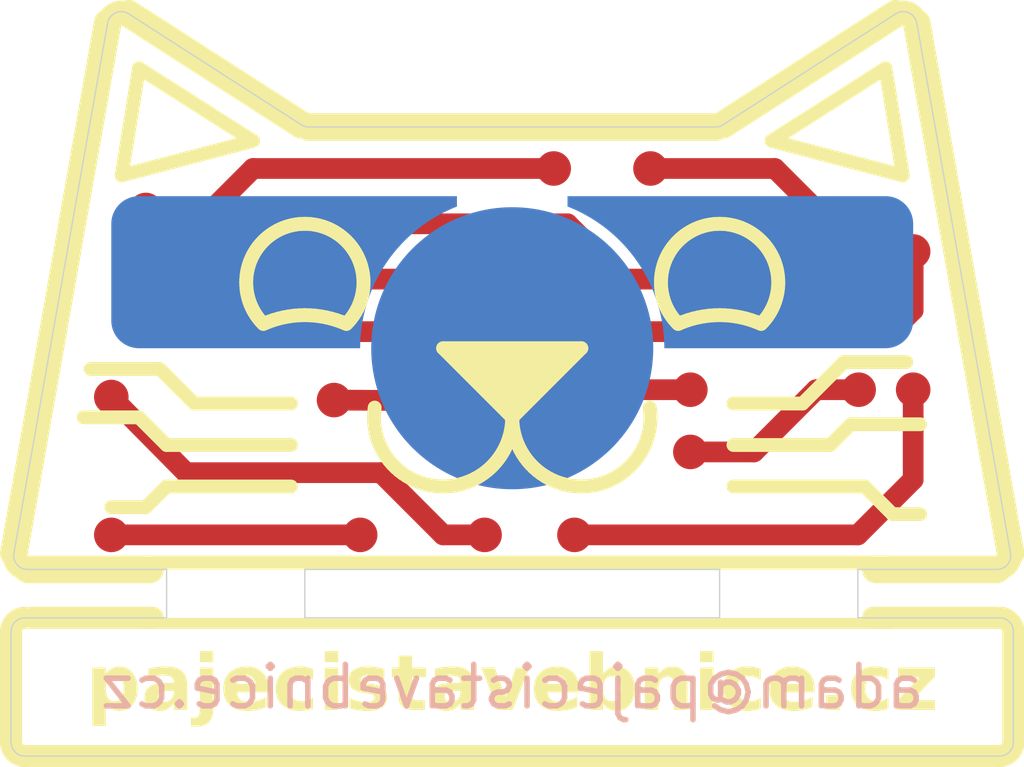
<source format=kicad_pcb>
(kicad_pcb (version 20240108) (generator "pcbnew") (generator_version "8.0")
  (layers (0 "F.Cu" signal) (31 "B.Cu" signal) (34 "B.Paste" user) (35 "F.Paste" user) (36 "B.SilkS" user "B.Silkscreen") (37 "F.SilkS" user "F.Silkscreen") (38 "B.Mask" user) (39 "F.Mask" user) (44 "Edge.Cuts" user))
  (net 0 "")
  (gr_poly (pts (xy 151.394297 76.625488) (xy 151.413341 76.626936) (xy 151.432108 76.629321) (xy 151.450575 76.632619) (xy 151.468718 76.636806) (xy 151.486513 76.641859) (xy 151.503937 76.647755) (xy 151.520967 76.654469) (xy 151.537578 76.661979) (xy 151.553747 76.670261) (xy 151.569451 76.67929) (xy 151.584666 76.689044) (xy 151.599368 76.699499) (xy 151.613534 76.710632) (xy 151.627141 76.722418) (xy 151.640165 76.734835) (xy 151.652581 76.747858) (xy 151.664368 76.761465) (xy 151.6755 76.775631) (xy 151.685955 76.790334) (xy 151.695709 76.805549) (xy 151.704739 76.821253) (xy 151.71302 76.837422) (xy 151.72053 76.854033) (xy 151.727244 76.871062) (xy 151.73314 76.888486) (xy 151.738193 76.906282) (xy 151.742381 76.924424) (xy 151.745678 76.942891) (xy 151.748063 76.961659) (xy 151.749511 76.980703) (xy 151.749999 77) (xy 151.749511 77.019298) (xy 151.748063 77.038342) (xy 151.745678 77.057109) (xy 151.742381 77.075576) (xy 151.738193 77.093719) (xy 151.73314 77.111514) (xy 151.727244 77.128938) (xy 151.72053 77.145967) (xy 151.71302 77.162578) (xy 151.704739 77.178748) (xy 151.695709 77.194452) (xy 151.685955 77.209666) (xy 151.6755 77.224369) (xy 151.664368 77.238535) (xy 151.652581 77.252142) (xy 151.640165 77.265165) (xy 151.627141 77.277582) (xy 151.613534 77.289368) (xy 151.599368 77.300501) (xy 151.584666 77.310956) (xy 151.569451 77.32071) (xy 151.553747 77.32974) (xy 151.537578 77.338021) (xy 151.520967 77.345531) (xy 151.503937 77.352245) (xy 151.486513 77.358141) (xy 151.468718 77.363194) (xy 151.450575 77.367381) (xy 151.432108 77.370679) (xy 151.413341 77.373064) (xy 151.394297 77.374512) (xy 151.374999 77.375) (xy 151.355702 77.374512) (xy 151.336658 77.373064) (xy 151.31789 77.370679) (xy 151.299423 77.367381) (xy 151.281281 77.363194) (xy 151.263485 77.358141) (xy 151.246061 77.352245) (xy 151.229032 77.345531) (xy 151.212421 77.338021) (xy 151.196252 77.32974) (xy 151.180548 77.32071) (xy 151.165333 77.310956) (xy 151.15063 77.300501) (xy 151.136464 77.289368) (xy 151.122857 77.277582) (xy 151.109834 77.265165) (xy 151.097417 77.252142) (xy 151.085631 77.238535) (xy 151.074498 77.224369) (xy 151.064043 77.209666) (xy 151.054289 77.194452) (xy 151.04526 77.178748) (xy 151.036978 77.162578) (xy 151.029469 77.145967) (xy 151.022754 77.128938) (xy 151.016858 77.111514) (xy 151.011805 77.093719) (xy 151.007618 77.075576) (xy 151.00432 77.057109) (xy 151.001935 77.038342) (xy 151.000487 77.019298) (xy 150.999999 77) (xy 151.000487 76.980703) (xy 151.001935 76.961659) (xy 151.00432 76.942891) (xy 151.007618 76.924424) (xy 151.011805 76.906282) (xy 151.016858 76.888486) (xy 151.022754 76.871062) (xy 151.029469 76.854033) (xy 151.036978 76.837422) (xy 151.04526 76.821253) (xy 151.054289 76.805549) (xy 151.064043 76.790334) (xy 151.074498 76.775631) (xy 151.085631 76.761465) (xy 151.097417 76.747858) (xy 151.109834 76.734835) (xy 151.122857 76.722418) (xy 151.136464 76.710632) (xy 151.15063 76.699499) (xy 151.165333 76.689044) (xy 151.180548 76.67929) (xy 151.196252 76.670261) (xy 151.212421 76.661979) (xy 151.229032 76.654469) (xy 151.246061 76.647755) (xy 151.263485 76.641859) (xy 151.281281 76.636806) (xy 151.299423 76.632619) (xy 151.31789 76.629321) (xy 151.336658 76.626936) (xy 151.355702 76.625488) (xy 151.374999 76.625)) (stroke (width -0.000001)) (fill solid) (layer "F.Cu"))
  (gr_line (start 178.349994 81.400001) (end 167.587499 81.400001) (stroke (width 0.749999) (color 11 128 0 1)) (layer "F.Cu"))
  (gr_poly (pts (xy 159.907161 76.875813) (xy 159.938901 76.878227) (xy 159.97018 76.882202) (xy 160.000958 76.887698) (xy 160.031196 76.894677) (xy 160.060854 76.903099) (xy 160.089894 76.912925) (xy 160.118276 76.924116) (xy 160.145962 76.936632) (xy 160.17291 76.950435) (xy 160.199083 76.965484) (xy 160.224442 76.981741) (xy 160.248946 76.999166) (xy 160.272556 77.01772) (xy 160.295234 77.037364) (xy 160.31694 77.058059) (xy 160.337635 77.079765) (xy 160.357279 77.102443) (xy 160.375833 77.126053) (xy 160.393258 77.150557) (xy 160.409515 77.175915) (xy 160.424564 77.202089) (xy 160.438367 77.229037) (xy 160.450883 77.256722) (xy 160.462074 77.285105) (xy 160.4719 77.314145) (xy 160.480322 77.343803) (xy 160.487301 77.374041) (xy 160.492797 77.404819) (xy 160.496772 77.436097) (xy 160.499186 77.467838) (xy 160.499999 77.5) (xy 160.499186 77.532162) (xy 160.496772 77.563902) (xy 160.492797 77.595181) (xy 160.487301 77.625959) (xy 160.480322 77.656197) (xy 160.4719 77.685855) (xy 160.462074 77.714895) (xy 160.450883 77.743277) (xy 160.438367 77.770963) (xy 160.424564 77.797911) (xy 160.409515 77.824084) (xy 160.393258 77.849443) (xy 160.375833 77.873947) (xy 160.357279 77.897557) (xy 160.337635 77.920235) (xy 160.31694 77.941941) (xy 160.295234 77.962636) (xy 160.272556 77.98228) (xy 160.248946 78.000834) (xy 160.224442 78.018259) (xy 160.199083 78.034516) (xy 160.17291 78.049565) (xy 160.145962 78.063368) (xy 160.118276 78.075884) (xy 160.089894 78.087075) (xy 160.060854 78.096901) (xy 160.031196 78.105323) (xy 160.000958 78.112302) (xy 159.97018 78.117798) (xy 159.938901 78.121773) (xy 159.907161 78.124187) (xy 159.874999 78.125) (xy 159.842837 78.124187) (xy 159.811096 78.121773) (xy 159.779818 78.117798) (xy 159.74904 78.112302) (xy 159.718802 78.105323) (xy 159.689143 78.096901) (xy 159.660103 78.087075) (xy 159.631721 78.075884) (xy 159.604036 78.063368) (xy 159.577087 78.049565) (xy 159.550914 78.034516) (xy 159.525556 78.018259) (xy 159.501052 78.000834) (xy 159.477441 77.98228) (xy 159.454763 77.962636) (xy 159.433058 77.941941) (xy 159.412363 77.920235) (xy 159.392719 77.897557) (xy 159.374165 77.873947) (xy 159.356739 77.849443) (xy 159.340482 77.824084) (xy 159.325433 77.797911) (xy 159.311631 77.770963) (xy 159.299115 77.743277) (xy 159.287924 77.714895) (xy 159.278098 77.685855) (xy 159.269676 77.656197) (xy 159.262697 77.625959) (xy 159.2572 77.595181) (xy 159.253226 77.563902) (xy 159.250812 77.532162) (xy 159.249999 77.5) (xy 159.250812 77.467838) (xy 159.253226 77.436097) (xy 159.2572 77.404819) (xy 159.262697 77.374041) (xy 159.269676 77.343803) (xy 159.278098 77.314145) (xy 159.287924 77.285105) (xy 159.299115 77.256722) (xy 159.311631 77.229037) (xy 159.325433 77.202089) (xy 159.340482 77.175915) (xy 159.356739 77.150557) (xy 159.374165 77.126053) (xy 159.392719 77.102443) (xy 159.412363 77.079765) (xy 159.433058 77.058059) (xy 159.454763 77.037364) (xy 159.477441 77.01772) (xy 159.501052 76.999166) (xy 159.525556 76.981741) (xy 159.550914 76.965484) (xy 159.577087 76.950435) (xy 159.604036 76.936632) (xy 159.631721 76.924116) (xy 159.660103 76.912925) (xy 159.689143 76.903099) (xy 159.718802 76.894677) (xy 159.74904 76.887698) (xy 159.779818 76.882202) (xy 159.811096 76.878227) (xy 159.842837 76.875813) (xy 159.874999 76.875)) (stroke (width -0.000001)) (fill solid) (layer "F.Cu"))
  (gr_line (start 167.587499 81.400001) (end 165.687498 79.5) (stroke (width 0.749999) (color 11 128 0 1)) (layer "F.Cu"))
  (gr_line (start 163.524999 81.400001) (end 153.275001 81.400001) (stroke (width 0.749999) (color 11 128 0 1)) (layer "F.Cu"))
  (gr_poly (pts (xy 166.894295 85.375488) (xy 166.91334 85.376936) (xy 166.932107 85.379321) (xy 166.950574 85.382618) (xy 166.968716 85.386806) (xy 166.986512 85.391859) (xy 167.003936 85.397755) (xy 167.020965 85.404469) (xy 167.037576 85.411979) (xy 167.053745 85.42026) (xy 167.069449 85.42929) (xy 167.084664 85.439044) (xy 167.099367 85.449499) (xy 167.113533 85.460631) (xy 167.12714 85.472418) (xy 167.140163 85.484834) (xy 167.15258 85.497858) (xy 167.164366 85.511465) (xy 167.175499 85.525631) (xy 167.185954 85.540333) (xy 167.195708 85.555548) (xy 167.204738 85.571252) (xy 167.213019 85.587421) (xy 167.220529 85.604033) (xy 167.227243 85.621062) (xy 167.233139 85.638486) (xy 167.238192 85.656281) (xy 167.242379 85.674424) (xy 167.245677 85.692891) (xy 167.248062 85.711658) (xy 167.24951 85.730702) (xy 167.249998 85.75) (xy 167.24951 85.769297) (xy 167.248062 85.788341) (xy 167.245677 85.807109) (xy 167.242379 85.825576) (xy 167.238192 85.843718) (xy 167.233139 85.861514) (xy 167.227243 85.878938) (xy 167.220529 85.895967) (xy 167.213019 85.912578) (xy 167.204738 85.928747) (xy 167.195708 85.944451) (xy 167.185954 85.959666) (xy 167.175499 85.974369) (xy 167.164366 85.988535) (xy 167.15258 86.002142) (xy 167.140163 86.015165) (xy 167.12714 86.027582) (xy 167.113533 86.039368) (xy 167.099367 86.050501) (xy 167.084664 86.060956) (xy 167.069449 86.07071) (xy 167.053745 86.079739) (xy 167.037576 86.088021) (xy 167.020965 86.095531) (xy 167.003936 86.102245) (xy 166.986512 86.108141) (xy 166.968716 86.113194) (xy 166.950574 86.117381) (xy 166.932107 86.120679) (xy 166.91334 86.123064) (xy 166.894295 86.124512) (xy 166.874998 86.125) (xy 166.8557 86.124512) (xy 166.836656 86.123064) (xy 166.817889 86.120679) (xy 166.799422 86.117381) (xy 166.781279 86.113194) (xy 166.763484 86.108141) (xy 166.74606 86.102245) (xy 166.729031 86.095531) (xy 166.71242 86.088021) (xy 166.69625 86.079739) (xy 166.680546 86.07071) (xy 166.665331 86.060956) (xy 166.650629 86.050501) (xy 166.636463 86.039368) (xy 166.622856 86.027582) (xy 166.609833 86.015165) (xy 166.597416 86.002142) (xy 166.585629 85.988535) (xy 166.574497 85.974369) (xy 166.564042 85.959666) (xy 166.554288 85.944451) (xy 166.545258 85.928747) (xy 166.536977 85.912578) (xy 166.529467 85.895967) (xy 166.522753 85.878938) (xy 166.516857 85.861514) (xy 166.511804 85.843718) (xy 166.507616 85.825576) (xy 166.504319 85.807109) (xy 166.501934 85.788341) (xy 166.500486 85.769297) (xy 166.499998 85.75) (xy 166.500486 85.730702) (xy 166.501934 85.711658) (xy 166.504319 85.692891) (xy 166.507616 85.674424) (xy 166.511804 85.656281) (xy 166.516857 85.638486) (xy 166.522753 85.621062) (xy 166.529467 85.604033) (xy 166.536977 85.587421) (xy 166.545258 85.571252) (xy 166.554288 85.555548) (xy 166.564042 85.540333) (xy 166.574497 85.525631) (xy 166.585629 85.511465) (xy 166.597416 85.497858) (xy 166.609833 85.484834) (xy 166.622856 85.472418) (xy 166.636463 85.460631) (xy 166.650629 85.449499) (xy 166.665331 85.439044) (xy 166.680546 85.42929) (xy 166.69625 85.42026) (xy 166.71242 85.411979) (xy 166.729031 85.404469) (xy 166.74606 85.397755) (xy 166.763484 85.391859) (xy 166.781279 85.386806) (xy 166.799422 85.382618) (xy 166.817889 85.379321) (xy 166.836656 85.376936) (xy 166.8557 85.375488) (xy 166.874998 85.375)) (stroke (width -0.000001)) (fill solid) (layer "F.Cu"))
  (gr_poly (pts (xy 179.144293 78.125488) (xy 179.163338 78.126936) (xy 179.182105 78.129321) (xy 179.200572 78.132618) (xy 179.218715 78.136806) (xy 179.23651 78.141859) (xy 179.253934 78.147755) (xy 179.270963 78.154469) (xy 179.287574 78.161979) (xy 179.303744 78.17026) (xy 179.319447 78.17929) (xy 179.334662 78.189044) (xy 179.349365 78.199499) (xy 179.363531 78.210631) (xy 179.377138 78.222418) (xy 179.390161 78.234834) (xy 179.402578 78.247858) (xy 179.414364 78.261465) (xy 179.425497 78.275631) (xy 179.435952 78.290333) (xy 179.445706 78.305548) (xy 179.454736 78.321252) (xy 179.463017 78.337421) (xy 179.470527 78.354033) (xy 179.477241 78.371062) (xy 179.483137 78.388486) (xy 179.48819 78.406281) (xy 179.492377 78.424424) (xy 179.495675 78.442891) (xy 179.49806 78.461658) (xy 179.499508 78.480702) (xy 179.499996 78.5) (xy 179.499508 78.519297) (xy 179.49806 78.538341) (xy 179.495675 78.557109) (xy 179.492377 78.575576) (xy 179.48819 78.593718) (xy 179.483137 78.611514) (xy 179.477241 78.628938) (xy 179.470527 78.645967) (xy 179.463017 78.662578) (xy 179.454736 78.678747) (xy 179.445706 78.694451) (xy 179.435952 78.709666) (xy 179.425497 78.724369) (xy 179.414364 78.738535) (xy 179.402578 78.752142) (xy 179.390161 78.765165) (xy 179.377138 78.777582) (xy 179.363531 78.789368) (xy 179.349365 78.800501) (xy 179.334662 78.810956) (xy 179.319447 78.82071) (xy 179.303744 78.829739) (xy 179.287574 78.838021) (xy 179.270963 78.845531) (xy 179.253934 78.852245) (xy 179.23651 78.858141) (xy 179.218715 78.863194) (xy 179.200572 78.867381) (xy 179.182105 78.870679) (xy 179.163338 78.873064) (xy 179.144293 78.874512) (xy 179.124996 78.875) (xy 179.105698 78.874512) (xy 179.086654 78.873064) (xy 179.067887 78.870679) (xy 179.04942 78.867381) (xy 179.031277 78.863194) (xy 179.013482 78.858141) (xy 178.996058 78.852245) (xy 178.979029 78.845531) (xy 178.962418 78.838021) (xy 178.946248 78.829739) (xy 178.930544 78.82071) (xy 178.91533 78.810956) (xy 178.900627 78.800501) (xy 178.886461 78.789368) (xy 178.872854 78.777582) (xy 178.859831 78.765165) (xy 178.847414 78.752142) (xy 178.835627 78.738535) (xy 178.824495 78.724369) (xy 178.81404 78.709666) (xy 178.804286 78.694451) (xy 178.795256 78.678747) (xy 178.786975 78.662578) (xy 178.779465 78.645967) (xy 178.772751 78.628938) (xy 178.766855 78.611514) (xy 178.761802 78.593718) (xy 178.757615 78.575576) (xy 178.754317 78.557109) (xy 178.751932 78.538341) (xy 178.750484 78.519297) (xy 178.749996 78.5) (xy 178.750484 78.480702) (xy 178.751932 78.461658) (xy 178.754317 78.442891) (xy 178.757615 78.424424) (xy 178.761802 78.406281) (xy 178.766855 78.388486) (xy 178.772751 78.371062) (xy 178.779465 78.354033) (xy 178.786975 78.337421) (xy 178.795256 78.321252) (xy 178.804286 78.305548) (xy 178.81404 78.290333) (xy 178.824495 78.275631) (xy 178.835627 78.261465) (xy 178.847414 78.247858) (xy 178.859831 78.234834) (xy 178.872854 78.222418) (xy 178.886461 78.210631) (xy 178.900627 78.199499) (xy 178.91533 78.189044) (xy 178.930544 78.17929) (xy 178.946248 78.17026) (xy 178.962418 78.161979) (xy 178.979029 78.154469) (xy 178.996058 78.147755) (xy 179.013482 78.141859) (xy 179.031277 78.136806) (xy 179.04942 78.132618) (xy 179.067887 78.129321) (xy 179.086654 78.126936) (xy 179.105698 78.125488) (xy 179.124996 78.125)) (stroke (width -0.000001)) (fill solid) (layer "F.Cu"))
  (gr_line (start 171.066679 83.5) (end 165.624998 83.5) (stroke (width 0.749999) (color 11 128 0 1)) (layer "F.Cu"))
  (gr_poly (pts (xy 179.157158 77.875813) (xy 179.188898 77.878227) (xy 179.220177 77.882201) (xy 179.250955 77.887698) (xy 179.281193 77.894676) (xy 179.310851 77.903099) (xy 179.339891 77.912925) (xy 179.368274 77.924116) (xy 179.395959 77.936632) (xy 179.422907 77.950434) (xy 179.449081 77.965483) (xy 179.474439 77.98174) (xy 179.498943 77.999166) (xy 179.522553 78.01772) (xy 179.545231 78.037364) (xy 179.566937 78.058059) (xy 179.587632 78.079764) (xy 179.607276 78.102442) (xy 179.62583 78.126053) (xy 179.643255 78.150557) (xy 179.659512 78.175915) (xy 179.674562 78.202088) (xy 179.688364 78.229037) (xy 179.70088 78.256722) (xy 179.712071 78.285104) (xy 179.721897 78.314144) (xy 179.730319 78.343803) (xy 179.737298 78.374041) (xy 179.742795 78.404819) (xy 179.746769 78.436097) (xy 179.749183 78.467837) (xy 179.749996 78.5) (xy 179.749183 78.532162) (xy 179.746769 78.563902) (xy 179.742795 78.595181) (xy 179.737298 78.625959) (xy 179.730319 78.656197) (xy 179.721897 78.685855) (xy 179.712071 78.714895) (xy 179.70088 78.743277) (xy 179.688364 78.770963) (xy 179.674562 78.797911) (xy 179.659512 78.824084) (xy 179.643255 78.849443) (xy 179.62583 78.873947) (xy 179.607276 78.897557) (xy 179.587632 78.920235) (xy 179.566937 78.941941) (xy 179.545231 78.962636) (xy 179.522553 78.98228) (xy 179.498943 79.000834) (xy 179.474439 79.018259) (xy 179.449081 79.034516) (xy 179.422907 79.049565) (xy 179.395959 79.063368) (xy 179.368274 79.075884) (xy 179.339891 79.087075) (xy 179.310851 79.096901) (xy 179.281193 79.105323) (xy 179.250955 79.112302) (xy 179.220177 79.117798) (xy 179.188898 79.121773) (xy 179.157158 79.124187) (xy 179.124996 79.125) (xy 179.092834 79.124187) (xy 179.061094 79.121773) (xy 179.029815 79.117798) (xy 178.999037 79.112302) (xy 178.968799 79.105323) (xy 178.939141 79.096901) (xy 178.9101 79.087075) (xy 178.881718 79.075884) (xy 178.854033 79.063368) (xy 178.827084 79.049565) (xy 178.800911 79.034516) (xy 178.775553 79.018259) (xy 178.751049 79.000834) (xy 178.727438 78.98228) (xy 178.704761 78.962636) (xy 178.683055 78.941941) (xy 178.66236 78.920235) (xy 178.642716 78.897557) (xy 178.624162 78.873947) (xy 178.606736 78.849443) (xy 178.59048 78.824084) (xy 178.57543 78.797911) (xy 178.561628 78.770963) (xy 178.549112 78.743277) (xy 178.537921 78.714895) (xy 178.528095 78.685855) (xy 178.519673 78.656197) (xy 178.512694 78.625959) (xy 178.507197 78.595181) (xy 178.503223 78.563902) (xy 178.500809 78.532162) (xy 178.499996 78.5) (xy 178.500809 78.467837) (xy 178.503223 78.436097) (xy 178.507197 78.404819) (xy 178.512694 78.374041) (xy 178.519673 78.343803) (xy 178.528095 78.314144) (xy 178.537921 78.285104) (xy 178.549112 78.256722) (xy 178.561628 78.229037) (xy 178.57543 78.202088) (xy 178.59048 78.175915) (xy 178.606736 78.150557) (xy 178.624162 78.126053) (xy 178.642716 78.102442) (xy 178.66236 78.079764) (xy 178.683055 78.058059) (xy 178.704761 78.037364) (xy 178.727438 78.01772) (xy 178.751049 77.999166) (xy 178.775553 77.98174) (xy 178.800911 77.965483) (xy 178.827084 77.950434) (xy 178.854033 77.936632) (xy 178.881718 77.924116) (xy 178.9101 77.912925) (xy 178.939141 77.903099) (xy 178.968799 77.894676) (xy 178.999037 77.887698) (xy 179.029815 77.882201) (xy 179.061094 77.878227) (xy 179.092834 77.875813) (xy 179.124996 77.875)) (stroke (width -0.000001)) (fill solid) (layer "F.Cu"))
  (gr_line (start 168.624998 79.5) (end 166.624998 77.5) (stroke (width 0.749999) (color 11 128 0 1)) (layer "F.Cu"))
  (gr_poly (pts (xy 150.144297 83.390071) (xy 150.163341 83.391519) (xy 150.182108 83.393904) (xy 150.200575 83.397202) (xy 150.218718 83.401389) (xy 150.236513 83.406443) (xy 150.253937 83.412338) (xy 150.270967 83.419053) (xy 150.287578 83.426562) (xy 150.303747 83.434844) (xy 150.319451 83.443873) (xy 150.334666 83.453627) (xy 150.349368 83.464082) (xy 150.363534 83.475215) (xy 150.377141 83.487001) (xy 150.390165 83.499418) (xy 150.402581 83.512442) (xy 150.414368 83.526048) (xy 150.4255 83.540215) (xy 150.435955 83.554917) (xy 150.445709 83.570132) (xy 150.454739 83.585836) (xy 150.46302 83.602005) (xy 150.47053 83.618616) (xy 150.477244 83.635645) (xy 150.48314 83.65307) (xy 150.488193 83.670865) (xy 150.492381 83.689008) (xy 150.495678 83.707474) (xy 150.498063 83.726242) (xy 150.499511 83.745286) (xy 150.499999 83.764583) (xy 150.499511 83.783881) (xy 150.498063 83.802925) (xy 150.495678 83.821692) (xy 150.492381 83.840159) (xy 150.488193 83.858302) (xy 150.48314 83.876097) (xy 150.477244 83.893521) (xy 150.47053 83.910551) (xy 150.46302 83.927162) (xy 150.454739 83.943331) (xy 150.445709 83.959035) (xy 150.435955 83.97425) (xy 150.4255 83.988952) (xy 150.414368 84.003118) (xy 150.402581 84.016725) (xy 150.390165 84.029749) (xy 150.377141 84.042165) (xy 150.363534 84.053952) (xy 150.349368 84.065084) (xy 150.334666 84.075539) (xy 150.319451 84.085294) (xy 150.303747 84.094323) (xy 150.287578 84.102604) (xy 150.270967 84.110114) (xy 150.253937 84.116829) (xy 150.236513 84.122724) (xy 150.218718 84.127777) (xy 150.200575 84.131965) (xy 150.182108 84.135263) (xy 150.163341 84.137647) (xy 150.144297 84.139095) (xy 150.125 84.139583) (xy 150.105702 84.139095) (xy 150.086658 84.137647) (xy 150.067891 84.135263) (xy 150.049424 84.131965) (xy 150.031281 84.127777) (xy 150.013486 84.122724) (xy 149.996062 84.116829) (xy 149.979032 84.110114) (xy 149.962421 84.102604) (xy 149.946252 84.094323) (xy 149.930548 84.085294) (xy 149.915333 84.075539) (xy 149.900631 84.065084) (xy 149.886464 84.053952) (xy 149.872858 84.042165) (xy 149.859834 84.029749) (xy 149.847417 84.016725) (xy 149.835631 84.003118) (xy 149.824499 83.988952) (xy 149.814043 83.97425) (xy 149.804289 83.959035) (xy 149.79526 83.943331) (xy 149.786978 83.927162) (xy 149.779469 83.910551) (xy 149.772754 83.893521) (xy 149.766859 83.876097) (xy 149.761805 83.858302) (xy 149.757618 83.840159) (xy 149.75432 83.821692) (xy 149.751936 83.802925) (xy 149.750487 83.783881) (xy 149.75 83.764583) (xy 149.750487 83.745286) (xy 149.751936 83.726242) (xy 149.75432 83.707474) (xy 149.757618 83.689008) (xy 149.761805 83.670865) (xy 149.766859 83.65307) (xy 149.772754 83.635645) (xy 149.779469 83.618616) (xy 149.786978 83.602005) (xy 149.79526 83.585836) (xy 149.804289 83.570132) (xy 149.814043 83.554917) (xy 149.824499 83.540215) (xy 149.835631 83.526048) (xy 149.847417 83.512442) (xy 149.859834 83.499418) (xy 149.872858 83.487001) (xy 149.886464 83.475215) (xy 149.900631 83.464082) (xy 149.915333 83.453627) (xy 149.930548 83.443873) (xy 149.946252 83.434844) (xy 149.962421 83.426562) (xy 149.979032 83.419053) (xy 149.996062 83.412338) (xy 150.013486 83.406443) (xy 150.031281 83.401389) (xy 150.049424 83.397202) (xy 150.067891 83.393904) (xy 150.086658 83.391519) (xy 150.105702 83.390071) (xy 150.125 83.389583)) (stroke (width -0.000001)) (fill solid) (layer "F.Cu"))
  (gr_line (start 151.374999 77) (end 153.749999 77) (stroke (width 0.749999) (color 11 128 0 1)) (layer "F.Cu"))
  (gr_line (start 169.624998 75.5) (end 174.124998 75.5) (stroke (width 0.749999) (color 11 128 0 1)) (layer "F.Cu"))
  (gr_poly (pts (xy 163.644295 88.375488) (xy 163.66334 88.376936) (xy 163.682107 88.379321) (xy 163.700574 88.382618) (xy 163.718716 88.386806) (xy 163.736512 88.391859) (xy 163.753936 88.397755) (xy 163.770965 88.404469) (xy 163.787576 88.411979) (xy 163.803745 88.42026) (xy 163.819449 88.42929) (xy 163.834664 88.439044) (xy 163.849367 88.449499) (xy 163.863533 88.460631) (xy 163.87714 88.472418) (xy 163.890163 88.484834) (xy 163.90258 88.497858) (xy 163.914366 88.511465) (xy 163.925499 88.525631) (xy 163.935954 88.540333) (xy 163.945708 88.555548) (xy 163.954738 88.571252) (xy 163.963019 88.587421) (xy 163.970529 88.604033) (xy 163.977243 88.621062) (xy 163.983139 88.638486) (xy 163.988192 88.656281) (xy 163.992379 88.674424) (xy 163.995677 88.692891) (xy 163.998062 88.711658) (xy 163.99951 88.730702) (xy 163.999998 88.75) (xy 163.99951 88.769297) (xy 163.998062 88.788341) (xy 163.995677 88.807109) (xy 163.992379 88.825576) (xy 163.988192 88.843718) (xy 163.983139 88.861514) (xy 163.977243 88.878938) (xy 163.970529 88.895967) (xy 163.963019 88.912578) (xy 163.954738 88.928747) (xy 163.945708 88.944451) (xy 163.935954 88.959666) (xy 163.925499 88.974369) (xy 163.914366 88.988535) (xy 163.90258 89.002142) (xy 163.890163 89.015165) (xy 163.87714 89.027582) (xy 163.863533 89.039368) (xy 163.849367 89.050501) (xy 163.834664 89.060956) (xy 163.819449 89.07071) (xy 163.803745 89.079739) (xy 163.787576 89.088021) (xy 163.770965 89.095531) (xy 163.753936 89.102245) (xy 163.736512 89.108141) (xy 163.718716 89.113194) (xy 163.700574 89.117381) (xy 163.682107 89.120679) (xy 163.66334 89.123064) (xy 163.644295 89.124512) (xy 163.624998 89.125) (xy 163.6057 89.124512) (xy 163.586656 89.123064) (xy 163.567889 89.120679) (xy 163.549422 89.117381) (xy 163.531279 89.113194) (xy 163.513484 89.108141) (xy 163.49606 89.102245) (xy 163.479031 89.095531) (xy 163.46242 89.088021) (xy 163.44625 89.079739) (xy 163.430546 89.07071) (xy 163.415331 89.060956) (xy 163.400629 89.050501) (xy 163.386463 89.039368) (xy 163.372856 89.027582) (xy 163.359833 89.015165) (xy 163.347416 89.002142) (xy 163.335629 88.988535) (xy 163.324497 88.974369) (xy 163.314042 88.959666) (xy 163.304288 88.944451) (xy 163.295258 88.928747) (xy 163.286977 88.912578) (xy 163.279467 88.895967) (xy 163.272753 88.878938) (xy 163.266857 88.861514) (xy 163.261804 88.843718) (xy 163.257616 88.825576) (xy 163.254319 88.807109) (xy 163.251934 88.788341) (xy 163.250486 88.769297) (xy 163.249998 88.75) (xy 163.250486 88.730702) (xy 163.251934 88.711658) (xy 163.254319 88.692891) (xy 163.257616 88.674424) (xy 163.261804 88.656281) (xy 163.266857 88.638486) (xy 163.272753 88.621062) (xy 163.279467 88.604033) (xy 163.286977 88.587421) (xy 163.295258 88.571252) (xy 163.304288 88.555548) (xy 163.314042 88.540333) (xy 163.324497 88.525631) (xy 163.335629 88.511465) (xy 163.347416 88.497858) (xy 163.359833 88.484834) (xy 163.372856 88.472418) (xy 163.386463 88.460631) (xy 163.400629 88.449499) (xy 163.415331 88.439044) (xy 163.430546 88.42929) (xy 163.44625 88.42026) (xy 163.46242 88.411979) (xy 163.479031 88.404469) (xy 163.49606 88.397755) (xy 163.513484 88.391859) (xy 163.531279 88.386806) (xy 163.549422 88.382618) (xy 163.567889 88.379321) (xy 163.586656 88.376936) (xy 163.6057 88.375488) (xy 163.624998 88.375)) (stroke (width -0.000001)) (fill solid) (layer "F.Cu"))
  (gr_line (start 162.124999 88.75) (end 163.624998 88.75) (stroke (width 0.749999) (color 11 128 0 1)) (layer "F.Cu"))
  (gr_line (start 173.366659 85.75) (end 171.066679 85.75) (stroke (width 0.749999) (color 11 128 0 1)) (layer "F.Cu"))
  (gr_poly (pts (xy 151.394297 79.125488) (xy 151.413341 79.126936) (xy 151.432108 79.129321) (xy 151.450575 79.132618) (xy 151.468718 79.136806) (xy 151.486513 79.141859) (xy 151.503937 79.147755) (xy 151.520967 79.154469) (xy 151.537578 79.161979) (xy 151.553747 79.17026) (xy 151.569451 79.17929) (xy 151.584666 79.189044) (xy 151.599368 79.199499) (xy 151.613534 79.210631) (xy 151.627141 79.222418) (xy 151.640165 79.234834) (xy 151.652581 79.247858) (xy 151.664368 79.261465) (xy 151.6755 79.275631) (xy 151.685955 79.290333) (xy 151.695709 79.305548) (xy 151.704739 79.321252) (xy 151.71302 79.337421) (xy 151.72053 79.354033) (xy 151.727244 79.371062) (xy 151.73314 79.388486) (xy 151.738193 79.406281) (xy 151.742381 79.424424) (xy 151.745678 79.442891) (xy 151.748063 79.461658) (xy 151.749511 79.480702) (xy 151.749999 79.5) (xy 151.749511 79.519297) (xy 151.748063 79.538341) (xy 151.745678 79.557109) (xy 151.742381 79.575576) (xy 151.738193 79.593718) (xy 151.73314 79.611514) (xy 151.727244 79.628938) (xy 151.72053 79.645967) (xy 151.71302 79.662578) (xy 151.704739 79.678747) (xy 151.695709 79.694451) (xy 151.685955 79.709666) (xy 151.6755 79.724369) (xy 151.664368 79.738535) (xy 151.652581 79.752142) (xy 151.640165 79.765165) (xy 151.627141 79.777582) (xy 151.613534 79.789368) (xy 151.599368 79.800501) (xy 151.584666 79.810956) (xy 151.569451 79.82071) (xy 151.553747 79.829739) (xy 151.537578 79.838021) (xy 151.520967 79.845531) (xy 151.503937 79.852245) (xy 151.486513 79.858141) (xy 151.468718 79.863194) (xy 151.450575 79.867381) (xy 151.432108 79.870679) (xy 151.413341 79.873064) (xy 151.394297 79.874512) (xy 151.374999 79.875) (xy 151.355702 79.874512) (xy 151.336658 79.873064) (xy 151.31789 79.870679) (xy 151.299423 79.867381) (xy 151.281281 79.863194) (xy 151.263485 79.858141) (xy 151.246061 79.852245) (xy 151.229032 79.845531) (xy 151.212421 79.838021) (xy 151.196252 79.829739) (xy 151.180548 79.82071) (xy 151.165333 79.810956) (xy 151.15063 79.800501) (xy 151.136464 79.789368) (xy 151.122857 79.777582) (xy 151.109834 79.765165) (xy 151.097417 79.752142) (xy 151.085631 79.738535) (xy 151.074498 79.724369) (xy 151.064043 79.709666) (xy 151.054289 79.694451) (xy 151.04526 79.678747) (xy 151.036978 79.662578) (xy 151.029469 79.645967) (xy 151.022754 79.628938) (xy 151.016858 79.611514) (xy 151.011805 79.593718) (xy 151.007618 79.575576) (xy 151.00432 79.557109) (xy 151.001935 79.538341) (xy 151.000487 79.519297) (xy 150.999999 79.5) (xy 151.000487 79.480702) (xy 151.001935 79.461658) (xy 151.00432 79.442891) (xy 151.007618 79.424424) (xy 151.011805 79.406281) (xy 151.016858 79.388486) (xy 151.022754 79.371062) (xy 151.029469 79.354033) (xy 151.036978 79.337421) (xy 151.04526 79.321252) (xy 151.054289 79.305548) (xy 151.064043 79.290333) (xy 151.074498 79.275631) (xy 151.085631 79.261465) (xy 151.097417 79.247858) (xy 151.109834 79.234834) (xy 151.122857 79.222418) (xy 151.136464 79.210631) (xy 151.15063 79.199499) (xy 151.165333 79.189044) (xy 151.180548 79.17929) (xy 151.196252 79.17026) (xy 151.212421 79.161979) (xy 151.229032 79.154469) (xy 151.246061 79.147755) (xy 151.263485 79.141859) (xy 151.281281 79.136806) (xy 151.299423 79.132618) (xy 151.31789 79.129321) (xy 151.336658 79.126936) (xy 151.355702 79.125488) (xy 151.374999 79.125)) (stroke (width -0.000001)) (fill solid) (layer "F.Cu"))
  (gr_poly (pts (xy 176.65716 78.875813) (xy 176.6889 78.878227) (xy 176.720179 78.882201) (xy 176.750957 78.887698) (xy 176.781195 78.894676) (xy 176.810853 78.903099) (xy 176.839893 78.912925) (xy 176.868276 78.924116) (xy 176.895961 78.936632) (xy 176.922909 78.950434) (xy 176.949083 78.965483) (xy 176.974441 78.98174) (xy 176.998945 78.999166) (xy 177.022555 79.01772) (xy 177.045233 79.037364) (xy 177.066939 79.058059) (xy 177.087634 79.079764) (xy 177.107278 79.102442) (xy 177.125832 79.126053) (xy 177.143257 79.150557) (xy 177.159514 79.175915) (xy 177.174563 79.202088) (xy 177.188366 79.229037) (xy 177.200882 79.256722) (xy 177.212073 79.285104) (xy 177.221899 79.314144) (xy 177.230321 79.343803) (xy 177.2373 79.374041) (xy 177.242796 79.404819) (xy 177.246771 79.436097) (xy 177.249185 79.467837) (xy 177.249998 79.5) (xy 177.249185 79.532162) (xy 177.246771 79.563902) (xy 177.242796 79.595181) (xy 177.2373 79.625959) (xy 177.230321 79.656197) (xy 177.221899 79.685855) (xy 177.212073 79.714895) (xy 177.200882 79.743277) (xy 177.188366 79.770963) (xy 177.174563 79.797911) (xy 177.159514 79.824084) (xy 177.143257 79.849443) (xy 177.125832 79.873947) (xy 177.107278 79.897557) (xy 177.087634 79.920235) (xy 177.066939 79.941941) (xy 177.045233 79.962636) (xy 177.022555 79.98228) (xy 176.998945 80.000834) (xy 176.974441 80.018259) (xy 176.949083 80.034516) (xy 176.922909 80.049565) (xy 176.895961 80.063368) (xy 176.868276 80.075884) (xy 176.839893 80.087075) (xy 176.810853 80.096901) (xy 176.781195 80.105323) (xy 176.750957 80.112302) (xy 176.720179 80.117798) (xy 176.6889 80.121773) (xy 176.65716 80.124187) (xy 176.624998 80.125) (xy 176.592836 80.124187) (xy 176.561095 80.121773) (xy 176.529817 80.117798) (xy 176.499039 80.112302) (xy 176.468801 80.105323) (xy 176.439142 80.096901) (xy 176.410102 80.087075) (xy 176.38172 80.075884) (xy 176.354035 80.063368) (xy 176.327086 80.049565) (xy 176.300913 80.034516) (xy 176.275555 80.018259) (xy 176.251051 80.000834) (xy 176.22744 79.98228) (xy 176.204762 79.962636) (xy 176.183057 79.941941) (xy 176.162362 79.920235) (xy 176.142718 79.897557) (xy 176.124164 79.873947) (xy 176.106738 79.849443) (xy 176.090481 79.824084) (xy 176.075432 79.797911) (xy 176.06163 79.770963) (xy 176.049114 79.743277) (xy 176.037923 79.714895) (xy 176.028097 79.685855) (xy 176.019675 79.656197) (xy 176.012696 79.625959) (xy 176.007199 79.595181) (xy 176.003225 79.563902) (xy 176.000811 79.532162) (xy 175.999998 79.5) (xy 176.000811 79.467837) (xy 176.003225 79.436097) (xy 176.007199 79.404819) (xy 176.012696 79.374041) (xy 176.019675 79.343803) (xy 176.028097 79.314144) (xy 176.037923 79.285104) (xy 176.049114 79.256722) (xy 176.06163 79.229037) (xy 176.075432 79.202088) (xy 176.090481 79.175915) (xy 176.106738 79.150557) (xy 176.124164 79.126053) (xy 176.142718 79.102442) (xy 176.162362 79.079764) (xy 176.183057 79.058059) (xy 176.204762 79.037364) (xy 176.22744 79.01772) (xy 176.251051 78.999166) (xy 176.275555 78.98174) (xy 176.300913 78.965483) (xy 176.327086 78.950434) (xy 176.354035 78.936632) (xy 176.38172 78.924116) (xy 176.410102 78.912925) (xy 176.439142 78.903099) (xy 176.468801 78.894676) (xy 176.499039 78.887698) (xy 176.529817 78.882201) (xy 176.561095 78.878227) (xy 176.592836 78.875813) (xy 176.624998 78.875)) (stroke (width -0.000001)) (fill solid) (layer "F.Cu"))
  (gr_poly (pts (xy 172.15716 78.875813) (xy 172.1889 78.878227) (xy 172.220179 78.882201) (xy 172.250957 78.887698) (xy 172.281195 78.894676) (xy 172.310853 78.903099) (xy 172.339893 78.912925) (xy 172.368276 78.924116) (xy 172.395961 78.936632) (xy 172.422909 78.950434) (xy 172.449083 78.965483) (xy 172.474441 78.98174) (xy 172.498945 78.999166) (xy 172.522555 79.01772) (xy 172.545233 79.037364) (xy 172.566939 79.058059) (xy 172.587634 79.079764) (xy 172.607278 79.102442) (xy 172.625832 79.126053) (xy 172.643257 79.150557) (xy 172.659514 79.175915) (xy 172.674563 79.202088) (xy 172.688366 79.229037) (xy 172.700882 79.256722) (xy 172.712073 79.285104) (xy 172.721899 79.314144) (xy 172.730321 79.343803) (xy 172.7373 79.374041) (xy 172.742796 79.404819) (xy 172.746771 79.436097) (xy 172.749185 79.467837) (xy 172.749998 79.5) (xy 172.749185 79.532162) (xy 172.746771 79.563902) (xy 172.742796 79.595181) (xy 172.7373 79.625959) (xy 172.730321 79.656197) (xy 172.721899 79.685855) (xy 172.712073 79.714895) (xy 172.700882 79.743277) (xy 172.688366 79.770963) (xy 172.674563 79.797911) (xy 172.659514 79.824084) (xy 172.643257 79.849443) (xy 172.625832 79.873947) (xy 172.607278 79.897557) (xy 172.587634 79.920235) (xy 172.566939 79.941941) (xy 172.545233 79.962636) (xy 172.522555 79.98228) (xy 172.498945 80.000834) (xy 172.474441 80.018259) (xy 172.449083 80.034516) (xy 172.422909 80.049565) (xy 172.395961 80.063368) (xy 172.368276 80.075884) (xy 172.339893 80.087075) (xy 172.310853 80.096901) (xy 172.281195 80.105323) (xy 172.250957 80.112302) (xy 172.220179 80.117798) (xy 172.1889 80.121773) (xy 172.15716 80.124187) (xy 172.124998 80.125) (xy 172.092836 80.124187) (xy 172.061095 80.121773) (xy 172.029817 80.117798) (xy 171.999039 80.112302) (xy 171.968801 80.105323) (xy 171.939142 80.096901) (xy 171.910102 80.087075) (xy 171.88172 80.075884) (xy 171.854035 80.063368) (xy 171.827086 80.049565) (xy 171.800913 80.034516) (xy 171.775555 80.018259) (xy 171.751051 80.000834) (xy 171.72744 79.98228) (xy 171.704762 79.962636) (xy 171.683057 79.941941) (xy 171.662362 79.920235) (xy 171.642718 79.897557) (xy 171.624164 79.873947) (xy 171.606738 79.849443) (xy 171.590481 79.824084) (xy 171.575432 79.797911) (xy 171.56163 79.770963) (xy 171.549114 79.743277) (xy 171.537923 79.714895) (xy 171.528097 79.685855) (xy 171.519675 79.656197) (xy 171.512696 79.625959) (xy 171.507199 79.595181) (xy 171.503225 79.563902) (xy 171.500811 79.532162) (xy 171.499998 79.5) (xy 171.500811 79.467837) (xy 171.503225 79.436097) (xy 171.507199 79.404819) (xy 171.512696 79.374041) (xy 171.519675 79.343803) (xy 171.528097 79.314144) (xy 171.537923 79.285104) (xy 171.549114 79.256722) (xy 171.56163 79.229037) (xy 171.575432 79.202088) (xy 171.590481 79.175915) (xy 171.606738 79.150557) (xy 171.624164 79.126053) (xy 171.642718 79.102442) (xy 171.662362 79.079764) (xy 171.683057 79.058059) (xy 171.704762 79.037364) (xy 171.72744 79.01772) (xy 171.751051 78.999166) (xy 171.775555 78.98174) (xy 171.800913 78.965483) (xy 171.827086 78.950434) (xy 171.854035 78.936632) (xy 171.88172 78.924116) (xy 171.910102 78.912925) (xy 171.939142 78.903099) (xy 171.968801 78.894676) (xy 171.999039 78.887698) (xy 172.029817 78.882201) (xy 172.061095 78.878227) (xy 172.092836 78.875813) (xy 172.124998 78.875)) (stroke (width -0.000001)) (fill solid) (layer "F.Cu"))
  (gr_line (start 179.124996 78.5) (end 179.124996 80.625) (stroke (width 0.749999) (color 11 128 0 1)) (layer "F.Cu"))
  (gr_poly (pts (xy 150.157162 88.125813) (xy 150.188902 88.128227) (xy 150.220181 88.132201) (xy 150.250958 88.137698) (xy 150.281196 88.144676) (xy 150.310855 88.153099) (xy 150.339895 88.162925) (xy 150.368277 88.174116) (xy 150.395962 88.186632) (xy 150.422911 88.200434) (xy 150.449084 88.215483) (xy 150.474442 88.23174) (xy 150.498946 88.249166) (xy 150.522557 88.26772) (xy 150.545235 88.287364) (xy 150.566941 88.308059) (xy 150.587635 88.329764) (xy 150.607279 88.352442) (xy 150.625834 88.376053) (xy 150.643259 88.400557) (xy 150.659516 88.425915) (xy 150.674565 88.452088) (xy 150.688367 88.479037) (xy 150.700884 88.506722) (xy 150.712074 88.535104) (xy 150.7219 88.564144) (xy 150.730323 88.593803) (xy 150.737301 88.624041) (xy 150.742798 88.654819) (xy 150.746772 88.686097) (xy 150.749186 88.717837) (xy 150.749999 88.75) (xy 150.749186 88.782162) (xy 150.746772 88.813902) (xy 150.742798 88.845181) (xy 150.737301 88.875959) (xy 150.730323 88.906197) (xy 150.7219 88.935855) (xy 150.712074 88.964895) (xy 150.700884 88.993277) (xy 150.688367 89.020963) (xy 150.674565 89.047911) (xy 150.659516 89.074084) (xy 150.643259 89.099443) (xy 150.625834 89.123947) (xy 150.607279 89.147557) (xy 150.587635 89.170235) (xy 150.566941 89.191941) (xy 150.545235 89.212636) (xy 150.522557 89.23228) (xy 150.498946 89.250834) (xy 150.474442 89.268259) (xy 150.449084 89.284516) (xy 150.422911 89.299565) (xy 150.395962 89.313368) (xy 150.368277 89.325884) (xy 150.339895 89.337075) (xy 150.310855 89.346901) (xy 150.281196 89.355323) (xy 150.250958 89.362302) (xy 150.220181 89.367798) (xy 150.188902 89.371773) (xy 150.157162 89.374187) (xy 150.125 89.375) (xy 150.092837 89.374187) (xy 150.061097 89.371773) (xy 150.029818 89.367798) (xy 149.999041 89.362302) (xy 149.968803 89.355323) (xy 149.939144 89.346901) (xy 149.910104 89.337075) (xy 149.881722 89.325884) (xy 149.854037 89.313368) (xy 149.827088 89.299565) (xy 149.800915 89.284516) (xy 149.775557 89.268259) (xy 149.751053 89.250834) (xy 149.727442 89.23228) (xy 149.704764 89.212636) (xy 149.683058 89.191941) (xy 149.662364 89.170235) (xy 149.64272 89.147557) (xy 149.624165 89.123947) (xy 149.60674 89.099443) (xy 149.590483 89.074084) (xy 149.575434 89.047911) (xy 149.561632 89.020963) (xy 149.549115 88.993277) (xy 149.537925 88.964895) (xy 149.528098 88.935855) (xy 149.519676 88.906197) (xy 149.512697 88.875959) (xy 149.507201 88.845181) (xy 149.503226 88.813902) (xy 149.500813 88.782162) (xy 149.5 88.75) (xy 149.500813 88.717837) (xy 149.503226 88.686097) (xy 149.507201 88.654819) (xy 149.512697 88.624041) (xy 149.519676 88.593803) (xy 149.528098 88.564144) (xy 149.537925 88.535104) (xy 149.549115 88.506722) (xy 149.561632 88.479037) (xy 149.575434 88.452088) (xy 149.590483 88.425915) (xy 149.60674 88.400557) (xy 149.624165 88.376053) (xy 149.64272 88.352442) (xy 149.662364 88.329764) (xy 149.683058 88.308059) (xy 149.704764 88.287364) (xy 149.727442 88.26772) (xy 149.751053 88.249166) (xy 149.775557 88.23174) (xy 149.800915 88.215483) (xy 149.827088 88.200434) (xy 149.854037 88.186632) (xy 149.881722 88.174116) (xy 149.910104 88.162925) (xy 149.939144 88.153099) (xy 149.968803 88.144676) (xy 149.999041 88.137698) (xy 150.029818 88.132201) (xy 150.061097 88.128227) (xy 150.092837 88.125813) (xy 150.125 88.125)) (stroke (width -0.000001)) (fill solid) (layer "F.Cu"))
  (gr_poly (pts (xy 177.18632 82.875813) (xy 177.21806 82.878227) (xy 177.249338 82.882201) (xy 177.280116 82.887698) (xy 177.310354 82.894676) (xy 177.340013 82.903099) (xy 177.369053 82.912925) (xy 177.397435 82.924116) (xy 177.42512 82.936632) (xy 177.452069 82.950434) (xy 177.478242 82.965483) (xy 177.5036 82.98174) (xy 177.528104 82.999166) (xy 177.551715 83.01772) (xy 177.574393 83.037364) (xy 177.596099 83.058059) (xy 177.616793 83.079764) (xy 177.636437 83.102442) (xy 177.654992 83.126053) (xy 177.672417 83.150557) (xy 177.688674 83.175915) (xy 177.703723 83.202088) (xy 177.717525 83.229037) (xy 177.730042 83.256722) (xy 177.741232 83.285104) (xy 177.751059 83.314144) (xy 177.759481 83.343803) (xy 177.76646 83.374041) (xy 177.771956 83.404819) (xy 177.775931 83.436097) (xy 177.778344 83.467837) (xy 177.779157 83.5) (xy 177.778344 83.532162) (xy 177.775931 83.563902) (xy 177.771956 83.595181) (xy 177.76646 83.625959) (xy 177.759481 83.656197) (xy 177.751059 83.685855) (xy 177.741232 83.714895) (xy 177.730042 83.743277) (xy 177.717525 83.770963) (xy 177.703723 83.797911) (xy 177.688674 83.824084) (xy 177.672417 83.849443) (xy 177.654992 83.873947) (xy 177.636437 83.897557) (xy 177.616793 83.920235) (xy 177.596099 83.941941) (xy 177.574393 83.962636) (xy 177.551715 83.98228) (xy 177.528104 84.000834) (xy 177.5036 84.018259) (xy 177.478242 84.034516) (xy 177.452069 84.049565) (xy 177.42512 84.063368) (xy 177.397435 84.075884) (xy 177.369053 84.087075) (xy 177.340013 84.096901) (xy 177.310354 84.105323) (xy 177.280116 84.112302) (xy 177.249338 84.117798) (xy 177.21806 84.121773) (xy 177.18632 84.124187) (xy 177.154157 84.125) (xy 177.121995 84.124187) (xy 177.090255 84.121773) (xy 177.058976 84.117798) (xy 177.028198 84.112302) (xy 176.997961 84.105323) (xy 176.968302 84.096901) (xy 176.939262 84.087075) (xy 176.91088 84.075884) (xy 176.883195 84.063368) (xy 176.856246 84.049565) (xy 176.830073 84.034516) (xy 176.804715 84.018259) (xy 176.78021 84.000834) (xy 176.7566 83.98228) (xy 176.733922 83.962636) (xy 176.712216 83.941941) (xy 176.691522 83.920235) (xy 176.671877 83.897557) (xy 176.653323 83.873947) (xy 176.635898 83.849443) (xy 176.619641 83.824084) (xy 176.604592 83.797911) (xy 176.590789 83.770963) (xy 176.578273 83.743277) (xy 176.567082 83.714895) (xy 176.557256 83.685855) (xy 176.548834 83.656197) (xy 176.541855 83.625959) (xy 176.536359 83.595181) (xy 176.532384 83.563902) (xy 176.529971 83.532162) (xy 176.529157 83.5) (xy 176.529971 83.467837) (xy 176.532384 83.436097) (xy 176.536359 83.404819) (xy 176.541855 83.374041) (xy 176.548834 83.343803) (xy 176.557256 83.314144) (xy 176.567082 83.285104) (xy 176.578273 83.256722) (xy 176.590789 83.229037) (xy 176.604592 83.202088) (xy 176.619641 83.175915) (xy 176.635898 83.150557) (xy 176.653323 83.126053) (xy 176.671877 83.102442) (xy 176.691522 83.079764) (xy 176.712216 83.058059) (xy 176.733922 83.037364) (xy 176.7566 83.01772) (xy 176.78021 82.999166) (xy 176.804715 82.98174) (xy 176.830073 82.965483) (xy 176.856246 82.950434) (xy 176.883195 82.936632) (xy 176.91088 82.924116) (xy 176.939262 82.912925) (xy 176.968302 82.903099) (xy 176.997961 82.894676) (xy 177.028198 82.887698) (xy 177.058976 82.882201) (xy 177.090255 82.878227) (xy 177.121995 82.875813) (xy 177.154157 82.875)) (stroke (width -0.000001)) (fill solid) (layer "F.Cu"))
  (gr_poly (pts (xy 159.144296 88.375488) (xy 159.163341 88.376936) (xy 159.182108 88.379321) (xy 159.200575 88.382618) (xy 159.218717 88.386806) (xy 159.236513 88.391859) (xy 159.253937 88.397755) (xy 159.270966 88.404469) (xy 159.287577 88.411979) (xy 159.303746 88.42026) (xy 159.31945 88.42929) (xy 159.334665 88.439044) (xy 159.349368 88.449499) (xy 159.363534 88.460631) (xy 159.377141 88.472418) (xy 159.390164 88.484834) (xy 159.402581 88.497858) (xy 159.414367 88.511465) (xy 159.4255 88.525631) (xy 159.435955 88.540333) (xy 159.445709 88.555548) (xy 159.454738 88.571252) (xy 159.46302 88.587421) (xy 159.47053 88.604033) (xy 159.477244 88.621062) (xy 159.48314 88.638486) (xy 159.488193 88.656281) (xy 159.49238 88.674424) (xy 159.495678 88.692891) (xy 159.498063 88.711658) (xy 159.499511 88.730702) (xy 159.499999 88.75) (xy 159.499511 88.769297) (xy 159.498063 88.788341) (xy 159.495678 88.807109) (xy 159.49238 88.825576) (xy 159.488193 88.843718) (xy 159.48314 88.861514) (xy 159.477244 88.878938) (xy 159.47053 88.895967) (xy 159.46302 88.912578) (xy 159.454738 88.928747) (xy 159.445709 88.944451) (xy 159.435955 88.959666) (xy 159.4255 88.974369) (xy 159.414367 88.988535) (xy 159.402581 89.002142) (xy 159.390164 89.015165) (xy 159.377141 89.027582) (xy 159.363534 89.039368) (xy 159.349368 89.050501) (xy 159.334665 89.060956) (xy 159.31945 89.07071) (xy 159.303746 89.079739) (xy 159.287577 89.088021) (xy 159.270966 89.095531) (xy 159.253937 89.102245) (xy 159.236513 89.108141) (xy 159.218717 89.113194) (xy 159.200575 89.117381) (xy 159.182108 89.120679) (xy 159.163341 89.123064) (xy 159.144296 89.124512) (xy 159.124999 89.125) (xy 159.105701 89.124512) (xy 159.086657 89.123064) (xy 159.06789 89.120679) (xy 159.049423 89.117381) (xy 159.03128 89.113194) (xy 159.013485 89.108141) (xy 158.996061 89.102245) (xy 158.979032 89.095531) (xy 158.96242 89.088021) (xy 158.946251 89.079739) (xy 158.930547 89.07071) (xy 158.915332 89.060956) (xy 158.90063 89.050501) (xy 158.886464 89.039368) (xy 158.872857 89.027582) (xy 158.859833 89.015165) (xy 158.847417 89.002142) (xy 158.83563 88.988535) (xy 158.824498 88.974369) (xy 158.814043 88.959666) (xy 158.804289 88.944451) (xy 158.795259 88.928747) (xy 158.786978 88.912578) (xy 158.779468 88.895967) (xy 158.772754 88.878938) (xy 158.766858 88.861514) (xy 158.761805 88.843718) (xy 158.757617 88.825576) (xy 158.75432 88.807109) (xy 158.751935 88.788341) (xy 158.750487 88.769297) (xy 158.749999 88.75) (xy 158.750487 88.730702) (xy 158.751935 88.711658) (xy 158.75432 88.692891) (xy 158.757617 88.674424) (xy 158.761805 88.656281) (xy 158.766858 88.638486) (xy 158.772754 88.621062) (xy 158.779468 88.604033) (xy 158.786978 88.587421) (xy 158.795259 88.571252) (xy 158.804289 88.555548) (xy 158.814043 88.540333) (xy 158.824498 88.525631) (xy 158.83563 88.511465) (xy 158.847417 88.497858) (xy 158.859833 88.484834) (xy 158.872857 88.472418) (xy 158.886464 88.460631) (xy 158.90063 88.449499) (xy 158.915332 88.439044) (xy 158.930547 88.42929) (xy 158.946251 88.42026) (xy 158.96242 88.411979) (xy 158.979032 88.404469) (xy 158.996061 88.397755) (xy 159.013485 88.391859) (xy 159.03128 88.386806) (xy 159.049423 88.382618) (xy 159.06789 88.379321) (xy 159.086657 88.376936) (xy 159.105701 88.375488) (xy 159.124999 88.375)) (stroke (width -0.000001)) (fill solid) (layer "F.Cu"))
  (gr_poly (pts (xy 159.157161 88.125813) (xy 159.188901 88.128227) (xy 159.22018 88.132201) (xy 159.250958 88.137698) (xy 159.281196 88.144676) (xy 159.310854 88.153099) (xy 159.339894 88.162925) (xy 159.368276 88.174116) (xy 159.395962 88.186632) (xy 159.42291 88.200434) (xy 159.449083 88.215483) (xy 159.474442 88.23174) (xy 159.498946 88.249166) (xy 159.522556 88.26772) (xy 159.545234 88.287364) (xy 159.56694 88.308059) (xy 159.587635 88.329764) (xy 159.607279 88.352442) (xy 159.625833 88.376053) (xy 159.643258 88.400557) (xy 159.659515 88.425915) (xy 159.674564 88.452088) (xy 159.688367 88.479037) (xy 159.700883 88.506722) (xy 159.712074 88.535104) (xy 159.7219 88.564144) (xy 159.730322 88.593803) (xy 159.737301 88.624041) (xy 159.742797 88.654819) (xy 159.746772 88.686097) (xy 159.749186 88.717837) (xy 159.749999 88.75) (xy 159.749186 88.782162) (xy 159.746772 88.813902) (xy 159.742797 88.845181) (xy 159.737301 88.875959) (xy 159.730322 88.906197) (xy 159.7219 88.935855) (xy 159.712074 88.964895) (xy 159.700883 88.993277) (xy 159.688367 89.020963) (xy 159.674564 89.047911) (xy 159.659515 89.074084) (xy 159.643258 89.099443) (xy 159.625833 89.123947) (xy 159.607279 89.147557) (xy 159.587635 89.170235) (xy 159.56694 89.191941) (xy 159.545234 89.212636) (xy 159.522556 89.23228) (xy 159.498946 89.250834) (xy 159.474442 89.268259) (xy 159.449083 89.284516) (xy 159.42291 89.299565) (xy 159.395962 89.313368) (xy 159.368276 89.325884) (xy 159.339894 89.337075) (xy 159.310854 89.346901) (xy 159.281196 89.355323) (xy 159.250958 89.362302) (xy 159.22018 89.367798) (xy 159.188901 89.371773) (xy 159.157161 89.374187) (xy 159.124999 89.375) (xy 159.092837 89.374187) (xy 159.061096 89.371773) (xy 159.029818 89.367798) (xy 158.99904 89.362302) (xy 158.968802 89.355323) (xy 158.939143 89.346901) (xy 158.910103 89.337075) (xy 158.881721 89.325884) (xy 158.854036 89.313368) (xy 158.827087 89.299565) (xy 158.800914 89.284516) (xy 158.775556 89.268259) (xy 158.751052 89.250834) (xy 158.727441 89.23228) (xy 158.704763 89.212636) (xy 158.683058 89.191941) (xy 158.662363 89.170235) (xy 158.642719 89.147557) (xy 158.624165 89.123947) (xy 158.606739 89.099443) (xy 158.590482 89.074084) (xy 158.575433 89.047911) (xy 158.561631 89.020963) (xy 158.549115 88.993277) (xy 158.537924 88.964895) (xy 158.528098 88.935855) (xy 158.519676 88.906197) (xy 158.512697 88.875959) (xy 158.5072 88.845181) (xy 158.503226 88.813902) (xy 158.500812 88.782162) (xy 158.499999 88.75) (xy 158.500812 88.717837) (xy 158.503226 88.686097) (xy 158.5072 88.654819) (xy 158.512697 88.624041) (xy 158.519676 88.593803) (xy 158.528098 88.564144) (xy 158.537924 88.535104) (xy 158.549115 88.506722) (xy 158.561631 88.479037) (xy 158.575433 88.452088) (xy 158.590482 88.425915) (xy 158.606739 88.400557) (xy 158.624165 88.376053) (xy 158.642719 88.352442) (xy 158.662363 88.329764) (xy 158.683058 88.308059) (xy 158.704763 88.287364) (xy 158.727441 88.26772) (xy 158.751052 88.249166) (xy 158.775556 88.23174) (xy 158.800914 88.215483) (xy 158.827087 88.200434) (xy 158.854036 88.186632) (xy 158.881721 88.174116) (xy 158.910103 88.162925) (xy 158.939143 88.153099) (xy 158.968802 88.144676) (xy 158.99904 88.137698) (xy 159.029818 88.132201) (xy 159.061096 88.128227) (xy 159.092837 88.125813) (xy 159.124999 88.125)) (stroke (width -0.000001)) (fill solid) (layer "F.Cu"))
  (gr_line (start 158.181182 83.875) (end 162.224997 83.900001) (stroke (width 0.749999) (color 11 128 0 1)) (layer "F.Cu"))
  (gr_line (start 173.366659 85.75) (end 175.616659 83.5) (stroke (width 0.749999) (color 11 128 0 1)) (layer "F.Cu"))
  (gr_poly (pts (xy 166.90716 85.125813) (xy 166.9389 85.128227) (xy 166.970179 85.132201) (xy 167.000957 85.137698) (xy 167.031195 85.144676) (xy 167.060853 85.153099) (xy 167.089893 85.162925) (xy 167.118276 85.174116) (xy 167.145961 85.186632) (xy 167.172909 85.200434) (xy 167.199083 85.215483) (xy 167.224441 85.23174) (xy 167.248945 85.249166) (xy 167.272555 85.26772) (xy 167.295233 85.287364) (xy 167.316939 85.308059) (xy 167.337634 85.329764) (xy 167.357278 85.352442) (xy 167.375832 85.376053) (xy 167.393257 85.400557) (xy 167.409514 85.425915) (xy 167.424563 85.452088) (xy 167.438366 85.479037) (xy 167.450882 85.506722) (xy 167.462073 85.535104) (xy 167.471899 85.564144) (xy 167.480321 85.593803) (xy 167.4873 85.624041) (xy 167.492796 85.654819) (xy 167.496771 85.686097) (xy 167.499185 85.717837) (xy 167.499998 85.75) (xy 167.499185 85.782162) (xy 167.496771 85.813902) (xy 167.492796 85.845181) (xy 167.4873 85.875959) (xy 167.480321 85.906197) (xy 167.471899 85.935855) (xy 167.462073 85.964895) (xy 167.450882 85.993277) (xy 167.438366 86.020963) (xy 167.424563 86.047911) (xy 167.409514 86.074084) (xy 167.393257 86.099443) (xy 167.375832 86.123947) (xy 167.357278 86.147557) (xy 167.337634 86.170235) (xy 167.316939 86.191941) (xy 167.295233 86.212636) (xy 167.272555 86.23228) (xy 167.248945 86.250834) (xy 167.224441 86.268259) (xy 167.199083 86.284516) (xy 167.172909 86.299565) (xy 167.145961 86.313368) (xy 167.118276 86.325884) (xy 167.089893 86.337075) (xy 167.060853 86.346901) (xy 167.031195 86.355323) (xy 167.000957 86.362302) (xy 166.970179 86.367798) (xy 166.9389 86.371773) (xy 166.90716 86.374187) (xy 166.874998 86.375) (xy 166.842836 86.374187) (xy 166.811095 86.371773) (xy 166.779817 86.367798) (xy 166.749039 86.362302) (xy 166.718801 86.355323) (xy 166.689142 86.346901) (xy 166.660102 86.337075) (xy 166.63172 86.325884) (xy 166.604035 86.313368) (xy 166.577086 86.299565) (xy 166.550913 86.284516) (xy 166.525555 86.268259) (xy 166.501051 86.250834) (xy 166.47744 86.23228) (xy 166.454762 86.212636) (xy 166.433057 86.191941) (xy 166.412362 86.170235) (xy 166.392718 86.147557) (xy 166.374164 86.123947) (xy 166.356738 86.099443) (xy 166.340481 86.074084) (xy 166.325432 86.047911) (xy 166.31163 86.020963) (xy 166.299114 85.993277) (xy 166.287923 85.964895) (xy 166.278097 85.935855) (xy 166.269675 85.906197) (xy 166.262696 85.875959) (xy 166.257199 85.845181) (xy 166.253225 85.813902) (xy 166.250811 85.782162) (xy 166.249998 85.75) (xy 166.250811 85.717837) (xy 166.253225 85.686097) (xy 166.257199 85.654819) (xy 166.262696 85.624041) (xy 166.269675 85.593803) (xy 166.278097 85.564144) (xy 166.287923 85.535104) (xy 166.299114 85.506722) (xy 166.31163 85.479037) (xy 166.325432 85.452088) (xy 166.340481 85.425915) (xy 166.356738 85.400557) (xy 166.374164 85.376053) (xy 166.392718 85.352442) (xy 166.412362 85.329764) (xy 166.433057 85.308059) (xy 166.454762 85.287364) (xy 166.47744 85.26772) (xy 166.501051 85.249166) (xy 166.525555 85.23174) (xy 166.550913 85.215483) (xy 166.577086 85.200434) (xy 166.604035 85.186632) (xy 166.63172 85.174116) (xy 166.660102 85.162925) (xy 166.689142 85.153099) (xy 166.718801 85.144676) (xy 166.749039 85.137698) (xy 166.779817 85.132201) (xy 166.811095 85.128227) (xy 166.842836 85.125813) (xy 166.874998 85.125)) (stroke (width -0.000001)) (fill solid) (layer "F.Cu"))
  (gr_line (start 155.249999 75.5) (end 166.124998 75.5) (stroke (width 0.749999) (color 11 128 0 1)) (layer "F.Cu"))
  (gr_poly (pts (xy 179.144293 83.125488) (xy 179.163338 83.126936) (xy 179.182105 83.129321) (xy 179.200572 83.132618) (xy 179.218715 83.136806) (xy 179.23651 83.141859) (xy 179.253934 83.147755) (xy 179.270963 83.154469) (xy 179.287574 83.161979) (xy 179.303744 83.17026) (xy 179.319447 83.17929) (xy 179.334662 83.189044) (xy 179.349365 83.199499) (xy 179.363531 83.210631) (xy 179.377138 83.222418) (xy 179.390161 83.234834) (xy 179.402578 83.247858) (xy 179.414364 83.261465) (xy 179.425497 83.275631) (xy 179.435952 83.290333) (xy 179.445706 83.305548) (xy 179.454736 83.321252) (xy 179.463017 83.337421) (xy 179.470527 83.354033) (xy 179.477241 83.371062) (xy 179.483137 83.388486) (xy 179.48819 83.406281) (xy 179.492377 83.424424) (xy 179.495675 83.442891) (xy 179.49806 83.461658) (xy 179.499508 83.480702) (xy 179.499996 83.5) (xy 179.499508 83.519297) (xy 179.49806 83.538341) (xy 179.495675 83.557109) (xy 179.492377 83.575576) (xy 179.48819 83.593718) (xy 179.483137 83.611514) (xy 179.477241 83.628938) (xy 179.470527 83.645967) (xy 179.463017 83.662578) (xy 179.454736 83.678747) (xy 179.445706 83.694451) (xy 179.435952 83.709666) (xy 179.425497 83.724369) (xy 179.414364 83.738535) (xy 179.402578 83.752142) (xy 179.390161 83.765165) (xy 179.377138 83.777582) (xy 179.363531 83.789368) (xy 179.349365 83.800501) (xy 179.334662 83.810956) (xy 179.319447 83.82071) (xy 179.303744 83.829739) (xy 179.287574 83.838021) (xy 179.270963 83.845531) (xy 179.253934 83.852245) (xy 179.23651 83.858141) (xy 179.218715 83.863194) (xy 179.200572 83.867381) (xy 179.182105 83.870679) (xy 179.163338 83.873064) (xy 179.144293 83.874512) (xy 179.124996 83.875) (xy 179.105698 83.874512) (xy 179.086654 83.873064) (xy 179.067887 83.870679) (xy 179.04942 83.867381) (xy 179.031277 83.863194) (xy 179.013482 83.858141) (xy 178.996058 83.852245) (xy 178.979029 83.845531) (xy 178.962418 83.838021) (xy 178.946248 83.829739) (xy 178.930544 83.82071) (xy 178.91533 83.810956) (xy 178.900627 83.800501) (xy 178.886461 83.789368) (xy 178.872854 83.777582) (xy 178.859831 83.765165) (xy 178.847414 83.752142) (xy 178.835627 83.738535) (xy 178.824495 83.724369) (xy 178.81404 83.709666) (xy 178.804286 83.694451) (xy 178.795256 83.678747) (xy 178.786975 83.662578) (xy 178.779465 83.645967) (xy 178.772751 83.628938) (xy 178.766855 83.611514) (xy 178.761802 83.593718) (xy 178.757615 83.575576) (xy 178.754317 83.557109) (xy 178.751932 83.538341) (xy 178.750484 83.519297) (xy 178.749996 83.5) (xy 178.750484 83.480702) (xy 178.751932 83.461658) (xy 178.754317 83.442891) (xy 178.757615 83.424424) (xy 178.761802 83.406281) (xy 178.766855 83.388486) (xy 178.772751 83.371062) (xy 178.779465 83.354033) (xy 178.786975 83.337421) (xy 178.795256 83.321252) (xy 178.804286 83.305548) (xy 178.81404 83.290333) (xy 178.824495 83.275631) (xy 178.835627 83.261465) (xy 178.847414 83.247858) (xy 178.859831 83.234834) (xy 178.872854 83.222418) (xy 178.886461 83.210631) (xy 178.900627 83.199499) (xy 178.91533 83.189044) (xy 178.930544 83.17929) (xy 178.946248 83.17026) (xy 178.962418 83.161979) (xy 178.979029 83.154469) (xy 178.996058 83.147755) (xy 179.013482 83.141859) (xy 179.031277 83.136806) (xy 179.04942 83.132618) (xy 179.067887 83.129321) (xy 179.086654 83.126936) (xy 179.105698 83.125488) (xy 179.124996 83.125)) (stroke (width -0.000001)) (fill solid) (layer "F.Cu"))
  (gr_line (start 165.687498 79.5) (end 157.124999 79.5) (stroke (width 0.749999) (color 11 128 0 1)) (layer "F.Cu"))
  (gr_line (start 164.124998 85.75) (end 166.874998 85.75) (stroke (width 0.749999) (color 11 128 0 1)) (layer "F.Cu"))
  (gr_poly (pts (xy 157.157161 78.875813) (xy 157.188901 78.878227) (xy 157.22018 78.882201) (xy 157.250958 78.887698) (xy 157.281196 78.894676) (xy 157.310854 78.903099) (xy 157.339894 78.912925) (xy 157.368276 78.924116) (xy 157.395962 78.936632) (xy 157.42291 78.950434) (xy 157.449083 78.965483) (xy 157.474442 78.98174) (xy 157.498946 78.999166) (xy 157.522556 79.01772) (xy 157.545234 79.037364) (xy 157.56694 79.058059) (xy 157.587635 79.079764) (xy 157.607279 79.102442) (xy 157.625833 79.126053) (xy 157.643258 79.150557) (xy 157.659515 79.175915) (xy 157.674564 79.202088) (xy 157.688367 79.229037) (xy 157.700883 79.256722) (xy 157.712074 79.285104) (xy 157.7219 79.314144) (xy 157.730322 79.343803) (xy 157.737301 79.374041) (xy 157.742797 79.404819) (xy 157.746772 79.436097) (xy 157.749186 79.467837) (xy 157.749999 79.5) (xy 157.749186 79.532162) (xy 157.746772 79.563902) (xy 157.742797 79.595181) (xy 157.737301 79.625959) (xy 157.730322 79.656197) (xy 157.7219 79.685855) (xy 157.712074 79.714895) (xy 157.700883 79.743277) (xy 157.688367 79.770963) (xy 157.674564 79.797911) (xy 157.659515 79.824084) (xy 157.643258 79.849443) (xy 157.625833 79.873947) (xy 157.607279 79.897557) (xy 157.587635 79.920235) (xy 157.56694 79.941941) (xy 157.545234 79.962636) (xy 157.522556 79.98228) (xy 157.498946 80.000834) (xy 157.474442 80.018259) (xy 157.449083 80.034516) (xy 157.42291 80.049565) (xy 157.395962 80.063368) (xy 157.368276 80.075884) (xy 157.339894 80.087075) (xy 157.310854 80.096901) (xy 157.281196 80.105323) (xy 157.250958 80.112302) (xy 157.22018 80.117798) (xy 157.188901 80.121773) (xy 157.157161 80.124187) (xy 157.124999 80.125) (xy 157.092837 80.124187) (xy 157.061096 80.121773) (xy 157.029818 80.117798) (xy 156.99904 80.112302) (xy 156.968802 80.105323) (xy 156.939143 80.096901) (xy 156.910103 80.087075) (xy 156.881721 80.075884) (xy 156.854036 80.063368) (xy 156.827087 80.049565) (xy 156.800914 80.034516) (xy 156.775556 80.018259) (xy 156.751052 80.000834) (xy 156.727441 79.98228) (xy 156.704763 79.962636) (xy 156.683058 79.941941) (xy 156.662363 79.920235) (xy 156.642719 79.897557) (xy 156.624165 79.873947) (xy 156.606739 79.849443) (xy 156.590482 79.824084) (xy 156.575433 79.797911) (xy 156.561631 79.770963) (xy 156.549115 79.743277) (xy 156.537924 79.714895) (xy 156.528098 79.685855) (xy 156.519676 79.656197) (xy 156.512697 79.625959) (xy 156.5072 79.595181) (xy 156.503226 79.563902) (xy 156.500812 79.532162) (xy 156.499999 79.5) (xy 156.500812 79.467837) (xy 156.503226 79.436097) (xy 156.5072 79.404819) (xy 156.512697 79.374041) (xy 156.519676 79.343803) (xy 156.528098 79.314144) (xy 156.537924 79.285104) (xy 156.549115 79.256722) (xy 156.561631 79.229037) (xy 156.575433 79.202088) (xy 156.590482 79.175915) (xy 156.606739 79.150557) (xy 156.624165 79.126053) (xy 156.642719 79.102442) (xy 156.662363 79.079764) (xy 156.683058 79.058059) (xy 156.704763 79.037364) (xy 156.727441 79.01772) (xy 156.751052 78.999166) (xy 156.775556 78.98174) (xy 156.800914 78.965483) (xy 156.827087 78.950434) (xy 156.854036 78.936632) (xy 156.881721 78.924116) (xy 156.910103 78.912925) (xy 156.939143 78.903099) (xy 156.968802 78.894676) (xy 156.99904 78.887698) (xy 157.029818 78.882201) (xy 157.061096 78.878227) (xy 157.092837 78.875813) (xy 157.124999 78.875)) (stroke (width -0.000001)) (fill solid) (layer "F.Cu"))
  (gr_line (start 179.124996 80.625) (end 178.349994 81.400001) (stroke (width 0.749999) (color 11 128 0 1)) (layer "F.Cu"))
  (gr_poly (pts (xy 166.144295 75.125488) (xy 166.16334 75.126936) (xy 166.182107 75.129321) (xy 166.200574 75.132619) (xy 166.218716 75.136806) (xy 166.236512 75.141859) (xy 166.253936 75.147755) (xy 166.270965 75.154469) (xy 166.287576 75.161979) (xy 166.303745 75.170261) (xy 166.319449 75.17929) (xy 166.334664 75.189044) (xy 166.349367 75.199499) (xy 166.363533 75.210632) (xy 166.37714 75.222418) (xy 166.390163 75.234835) (xy 166.40258 75.247858) (xy 166.414366 75.261465) (xy 166.425499 75.275631) (xy 166.435954 75.290334) (xy 166.445708 75.305549) (xy 166.454738 75.321253) (xy 166.463019 75.337422) (xy 166.470529 75.354033) (xy 166.477243 75.371062) (xy 166.483139 75.388486) (xy 166.488192 75.406282) (xy 166.492379 75.424424) (xy 166.495677 75.442891) (xy 166.498062 75.461659) (xy 166.49951 75.480703) (xy 166.499998 75.5) (xy 166.49951 75.519298) (xy 166.498062 75.538342) (xy 166.495677 75.557109) (xy 166.492379 75.575576) (xy 166.488192 75.593719) (xy 166.483139 75.611514) (xy 166.477243 75.628938) (xy 166.470529 75.645967) (xy 166.463019 75.662579) (xy 166.454738 75.678748) (xy 166.445708 75.694452) (xy 166.435954 75.709667) (xy 166.425499 75.724369) (xy 166.414366 75.738535) (xy 166.40258 75.752142) (xy 166.390163 75.765166) (xy 166.37714 75.777582) (xy 166.363533 75.789369) (xy 166.349367 75.800501) (xy 166.334664 75.810956) (xy 166.319449 75.82071) (xy 166.303745 75.82974) (xy 166.287576 75.838021) (xy 166.270965 75.845531) (xy 166.253936 75.852245) (xy 166.236512 75.858141) (xy 166.218716 75.863194) (xy 166.200574 75.867382) (xy 166.182107 75.870679) (xy 166.16334 75.873064) (xy 166.144295 75.874512) (xy 166.124998 75.875) (xy 166.1057 75.874512) (xy 166.086656 75.873064) (xy 166.067889 75.870679) (xy 166.049422 75.867382) (xy 166.031279 75.863194) (xy 166.013484 75.858141) (xy 165.99606 75.852245) (xy 165.979031 75.845531) (xy 165.96242 75.838021) (xy 165.94625 75.82974) (xy 165.930546 75.82071) (xy 165.915331 75.810956) (xy 165.900629 75.800501) (xy 165.886463 75.789369) (xy 165.872856 75.777582) (xy 165.859833 75.765166) (xy 165.847416 75.752142) (xy 165.835629 75.738535) (xy 165.824497 75.724369) (xy 165.814042 75.709667) (xy 165.804288 75.694452) (xy 165.795258 75.678748) (xy 165.786977 75.662579) (xy 165.779467 75.645967) (xy 165.772753 75.628938) (xy 165.766857 75.611514) (xy 165.761804 75.593719) (xy 165.757616 75.575576) (xy 165.754319 75.557109) (xy 165.751934 75.538342) (xy 165.750486 75.519298) (xy 165.749998 75.5) (xy 165.750486 75.480703) (xy 165.751934 75.461659) (xy 165.754319 75.442891) (xy 165.757616 75.424424) (xy 165.761804 75.406282) (xy 165.766857 75.388486) (xy 165.772753 75.371062) (xy 165.779467 75.354033) (xy 165.786977 75.337422) (xy 165.795258 75.321253) (xy 165.804288 75.305549) (xy 165.814042 75.290334) (xy 165.824497 75.275631) (xy 165.835629 75.261465) (xy 165.847416 75.247858) (xy 165.859833 75.234835) (xy 165.872856 75.222418) (xy 165.886463 75.210632) (xy 165.900629 75.199499) (xy 165.915331 75.189044) (xy 165.930546 75.17929) (xy 165.94625 75.170261) (xy 165.96242 75.161979) (xy 165.979031 75.154469) (xy 165.99606 75.147755) (xy 166.013484 75.141859) (xy 166.031279 75.136806) (xy 166.049422 75.132619) (xy 166.067889 75.129321) (xy 166.086656 75.126936) (xy 166.1057 75.125488) (xy 166.124998 75.125)) (stroke (width -0.000001)) (fill solid) (layer "F.Cu"))
  (gr_poly (pts (xy 179.157158 82.875813) (xy 179.188898 82.878227) (xy 179.220177 82.882201) (xy 179.250955 82.887698) (xy 179.281193 82.894676) (xy 179.310851 82.903099) (xy 179.339891 82.912925) (xy 179.368274 82.924116) (xy 179.395959 82.936632) (xy 179.422907 82.950434) (xy 179.449081 82.965483) (xy 179.474439 82.98174) (xy 179.498943 82.999166) (xy 179.522553 83.01772) (xy 179.545231 83.037364) (xy 179.566937 83.058059) (xy 179.587632 83.079764) (xy 179.607276 83.102442) (xy 179.62583 83.126053) (xy 179.643255 83.150557) (xy 179.659512 83.175915) (xy 179.674562 83.202088) (xy 179.688364 83.229037) (xy 179.70088 83.256722) (xy 179.712071 83.285104) (xy 179.721897 83.314144) (xy 179.730319 83.343803) (xy 179.737298 83.374041) (xy 179.742795 83.404819) (xy 179.746769 83.436097) (xy 179.749183 83.467837) (xy 179.749996 83.5) (xy 179.749183 83.532162) (xy 179.746769 83.563902) (xy 179.742795 83.595181) (xy 179.737298 83.625959) (xy 179.730319 83.656197) (xy 179.721897 83.685855) (xy 179.712071 83.714895) (xy 179.70088 83.743277) (xy 179.688364 83.770963) (xy 179.674562 83.797911) (xy 179.659512 83.824084) (xy 179.643255 83.849443) (xy 179.62583 83.873947) (xy 179.607276 83.897557) (xy 179.587632 83.920235) (xy 179.566937 83.941941) (xy 179.545231 83.962636) (xy 179.522553 83.98228) (xy 179.498943 84.000834) (xy 179.474439 84.018259) (xy 179.449081 84.034516) (xy 179.422907 84.049565) (xy 179.395959 84.063368) (xy 179.368274 84.075884) (xy 179.339891 84.087075) (xy 179.310851 84.096901) (xy 179.281193 84.105323) (xy 179.250955 84.112302) (xy 179.220177 84.117798) (xy 179.188898 84.121773) (xy 179.157158 84.124187) (xy 179.124996 84.125) (xy 179.092834 84.124187) (xy 179.061094 84.121773) (xy 179.029815 84.117798) (xy 178.999037 84.112302) (xy 178.968799 84.105323) (xy 178.939141 84.096901) (xy 178.9101 84.087075) (xy 178.881718 84.075884) (xy 178.854033 84.063368) (xy 178.827084 84.049565) (xy 178.800911 84.034516) (xy 178.775553 84.018259) (xy 178.751049 84.000834) (xy 178.727438 83.98228) (xy 178.704761 83.962636) (xy 178.683055 83.941941) (xy 178.66236 83.920235) (xy 178.642716 83.897557) (xy 178.624162 83.873947) (xy 178.606736 83.849443) (xy 178.59048 83.824084) (xy 178.57543 83.797911) (xy 178.561628 83.770963) (xy 178.549112 83.743277) (xy 178.537921 83.714895) (xy 178.528095 83.685855) (xy 178.519673 83.656197) (xy 178.512694 83.625959) (xy 178.507197 83.595181) (xy 178.503223 83.563902) (xy 178.500809 83.532162) (xy 178.499996 83.5) (xy 178.500809 83.467837) (xy 178.503223 83.436097) (xy 178.507197 83.404819) (xy 178.512694 83.374041) (xy 178.519673 83.343803) (xy 178.528095 83.314144) (xy 178.537921 83.285104) (xy 178.549112 83.256722) (xy 178.561628 83.229037) (xy 178.57543 83.202088) (xy 178.59048 83.175915) (xy 178.606736 83.150557) (xy 178.624162 83.126053) (xy 178.642716 83.102442) (xy 178.66236 83.079764) (xy 178.683055 83.058059) (xy 178.704761 83.037364) (xy 178.727438 83.01772) (xy 178.751049 82.999166) (xy 178.775553 82.98174) (xy 178.800911 82.965483) (xy 178.827084 82.950434) (xy 178.854033 82.936632) (xy 178.881718 82.924116) (xy 178.9101 82.912925) (xy 178.939141 82.903099) (xy 178.968799 82.894676) (xy 178.999037 82.887698) (xy 179.029815 82.882201) (xy 179.061094 82.878227) (xy 179.092834 82.875813) (xy 179.124996 82.875)) (stroke (width -0.000001)) (fill solid) (layer "F.Cu"))
  (gr_poly (pts (xy 157.144296 79.125488) (xy 157.163341 79.126936) (xy 157.182108 79.129321) (xy 157.200575 79.132618) (xy 157.218717 79.136806) (xy 157.236513 79.141859) (xy 157.253937 79.147755) (xy 157.270966 79.154469) (xy 157.287577 79.161979) (xy 157.303746 79.17026) (xy 157.31945 79.17929) (xy 157.334665 79.189044) (xy 157.349368 79.199499) (xy 157.363534 79.210631) (xy 157.377141 79.222418) (xy 157.390164 79.234834) (xy 157.402581 79.247858) (xy 157.414367 79.261465) (xy 157.4255 79.275631) (xy 157.435955 79.290333) (xy 157.445709 79.305548) (xy 157.454738 79.321252) (xy 157.46302 79.337421) (xy 157.47053 79.354033) (xy 157.477244 79.371062) (xy 157.48314 79.388486) (xy 157.488193 79.406281) (xy 157.49238 79.424424) (xy 157.495678 79.442891) (xy 157.498063 79.461658) (xy 157.499511 79.480702) (xy 157.499999 79.5) (xy 157.499511 79.519297) (xy 157.498063 79.538341) (xy 157.495678 79.557109) (xy 157.49238 79.575576) (xy 157.488193 79.593718) (xy 157.48314 79.611514) (xy 157.477244 79.628938) (xy 157.47053 79.645967) (xy 157.46302 79.662578) (xy 157.454738 79.678747) (xy 157.445709 79.694451) (xy 157.435955 79.709666) (xy 157.4255 79.724369) (xy 157.414367 79.738535) (xy 157.402581 79.752142) (xy 157.390164 79.765165) (xy 157.377141 79.777582) (xy 157.363534 79.789368) (xy 157.349368 79.800501) (xy 157.334665 79.810956) (xy 157.31945 79.82071) (xy 157.303746 79.829739) (xy 157.287577 79.838021) (xy 157.270966 79.845531) (xy 157.253937 79.852245) (xy 157.236513 79.858141) (xy 157.218717 79.863194) (xy 157.200575 79.867381) (xy 157.182108 79.870679) (xy 157.163341 79.873064) (xy 157.144296 79.874512) (xy 157.124999 79.875) (xy 157.105701 79.874512) (xy 157.086657 79.873064) (xy 157.06789 79.870679) (xy 157.049423 79.867381) (xy 157.03128 79.863194) (xy 157.013485 79.858141) (xy 156.996061 79.852245) (xy 156.979032 79.845531) (xy 156.96242 79.838021) (xy 156.946251 79.829739) (xy 156.930547 79.82071) (xy 156.915332 79.810956) (xy 156.90063 79.800501) (xy 156.886464 79.789368) (xy 156.872857 79.777582) (xy 156.859833 79.765165) (xy 156.847417 79.752142) (xy 156.83563 79.738535) (xy 156.824498 79.724369) (xy 156.814043 79.709666) (xy 156.804289 79.694451) (xy 156.795259 79.678747) (xy 156.786978 79.662578) (xy 156.779468 79.645967) (xy 156.772754 79.628938) (xy 156.766858 79.611514) (xy 156.761805 79.593718) (xy 156.757617 79.575576) (xy 156.75432 79.557109) (xy 156.751935 79.538341) (xy 156.750487 79.519297) (xy 156.749999 79.5) (xy 156.750487 79.480702) (xy 156.751935 79.461658) (xy 156.75432 79.442891) (xy 156.757617 79.424424) (xy 156.761805 79.406281) (xy 156.766858 79.388486) (xy 156.772754 79.371062) (xy 156.779468 79.354033) (xy 156.786978 79.337421) (xy 156.795259 79.321252) (xy 156.804289 79.305548) (xy 156.814043 79.290333) (xy 156.824498 79.275631) (xy 156.83563 79.261465) (xy 156.847417 79.247858) (xy 156.859833 79.234834) (xy 156.872857 79.222418) (xy 156.886464 79.210631) (xy 156.90063 79.199499) (xy 156.915332 79.189044) (xy 156.930547 79.17929) (xy 156.946251 79.17026) (xy 156.96242 79.161979) (xy 156.979032 79.154469) (xy 156.996061 79.147755) (xy 157.013485 79.141859) (xy 157.03128 79.136806) (xy 157.049423 79.132618) (xy 157.06789 79.129321) (xy 157.086657 79.126936) (xy 157.105701 79.125488) (xy 157.124999 79.125)) (stroke (width -0.000001)) (fill solid) (layer "F.Cu"))
  (gr_poly (pts (xy 159.894296 77.125488) (xy 159.913341 77.126936) (xy 159.932108 77.129321) (xy 159.950575 77.132619) (xy 159.968717 77.136806) (xy 159.986513 77.141859) (xy 160.003937 77.147755) (xy 160.020966 77.154469) (xy 160.037577 77.161979) (xy 160.053746 77.170261) (xy 160.06945 77.17929) (xy 160.084665 77.189044) (xy 160.099368 77.199499) (xy 160.113534 77.210632) (xy 160.127141 77.222418) (xy 160.140164 77.234835) (xy 160.152581 77.247858) (xy 160.164367 77.261465) (xy 160.1755 77.275631) (xy 160.185955 77.290334) (xy 160.195709 77.305549) (xy 160.204738 77.321252) (xy 160.21302 77.337422) (xy 160.22053 77.354033) (xy 160.227244 77.371062) (xy 160.23314 77.388486) (xy 160.238193 77.406281) (xy 160.24238 77.424424) (xy 160.245678 77.442891) (xy 160.248063 77.461658) (xy 160.249511 77.480702) (xy 160.249999 77.5) (xy 160.249511 77.519297) (xy 160.248063 77.538341) (xy 160.245678 77.557109) (xy 160.24238 77.575576) (xy 160.238193 77.593718) (xy 160.23314 77.611514) (xy 160.227244 77.628938) (xy 160.22053 77.645967) (xy 160.21302 77.662578) (xy 160.204738 77.678747) (xy 160.195709 77.694451) (xy 160.185955 77.709666) (xy 160.1755 77.724369) (xy 160.164367 77.738535) (xy 160.152581 77.752142) (xy 160.140164 77.765165) (xy 160.127141 77.777582) (xy 160.113534 77.789368) (xy 160.099368 77.800501) (xy 160.084665 77.810956) (xy 160.06945 77.82071) (xy 160.053746 77.829739) (xy 160.037577 77.838021) (xy 160.020966 77.845531) (xy 160.003937 77.852245) (xy 159.986513 77.858141) (xy 159.968717 77.863194) (xy 159.950575 77.867381) (xy 159.932108 77.870679) (xy 159.913341 77.873064) (xy 159.894296 77.874512) (xy 159.874999 77.875) (xy 159.855701 77.874512) (xy 159.836657 77.873064) (xy 159.81789 77.870679) (xy 159.799423 77.867381) (xy 159.78128 77.863194) (xy 159.763485 77.858141) (xy 159.746061 77.852245) (xy 159.729032 77.845531) (xy 159.71242 77.838021) (xy 159.696251 77.829739) (xy 159.680547 77.82071) (xy 159.665332 77.810956) (xy 159.65063 77.800501) (xy 159.636464 77.789368) (xy 159.622857 77.777582) (xy 159.609833 77.765165) (xy 159.597417 77.752142) (xy 159.58563 77.738535) (xy 159.574498 77.724369) (xy 159.564043 77.709666) (xy 159.554289 77.694451) (xy 159.545259 77.678747) (xy 159.536978 77.662578) (xy 159.529468 77.645967) (xy 159.522754 77.628938) (xy 159.516858 77.611514) (xy 159.511805 77.593718) (xy 159.507617 77.575576) (xy 159.50432 77.557109) (xy 159.501935 77.538341) (xy 159.500487 77.519297) (xy 159.499999 77.5) (xy 159.500487 77.480702) (xy 159.501935 77.461658) (xy 159.50432 77.442891) (xy 159.507617 77.424424) (xy 159.511805 77.406281) (xy 159.516858 77.388486) (xy 159.522754 77.371062) (xy 159.529468 77.354033) (xy 159.536978 77.337422) (xy 159.545259 77.321252) (xy 159.554289 77.305549) (xy 159.564043 77.290334) (xy 159.574498 77.275631) (xy 159.58563 77.261465) (xy 159.597417 77.247858) (xy 159.609833 77.234835) (xy 159.622857 77.222418) (xy 159.636464 77.210632) (xy 159.65063 77.199499) (xy 159.665332 77.189044) (xy 159.680547 77.17929) (xy 159.696251 77.170261) (xy 159.71242 77.161979) (xy 159.729032 77.154469) (xy 159.746061 77.147755) (xy 159.763485 77.141859) (xy 159.78128 77.136806) (xy 159.799423 77.132619) (xy 159.81789 77.129321) (xy 159.836657 77.126936) (xy 159.855701 77.125488) (xy 159.874999 77.125)) (stroke (width -0.000001)) (fill solid) (layer "F.Cu"))
  (gr_poly (pts (xy 158.213344 83.250813) (xy 158.245084 83.253227) (xy 158.276363 83.257201) (xy 158.307141 83.262698) (xy 158.337378 83.269676) (xy 158.367037 83.278099) (xy 158.396077 83.287925) (xy 158.424459 83.299116) (xy 158.452144 83.311632) (xy 158.479093 83.325434) (xy 158.505266 83.340483) (xy 158.530625 83.35674) (xy 158.555129 83.374166) (xy 158.578739 83.39272) (xy 158.601417 83.412364) (xy 158.623123 83.433059) (xy 158.643818 83.454764) (xy 158.663462 83.477442) (xy 158.682016 83.501053) (xy 158.699441 83.525557) (xy 158.715698 83.550915) (xy 158.730747 83.577088) (xy 158.74455 83.604037) (xy 158.757066 83.631722) (xy 158.768257 83.660104) (xy 158.778083 83.689144) (xy 158.786505 83.718803) (xy 158.793484 83.749041) (xy 158.79898 83.779819) (xy 158.802955 83.811097) (xy 158.805368 83.842837) (xy 158.806182 83.875) (xy 158.805368 83.907162) (xy 158.802955 83.938902) (xy 158.79898 83.970181) (xy 158.793484 84.000959) (xy 158.786505 84.031197) (xy 158.778083 84.060855) (xy 158.768257 84.089895) (xy 158.757066 84.118277) (xy 158.74455 84.145963) (xy 158.730747 84.172911) (xy 158.715698 84.199084) (xy 158.699441 84.224443) (xy 158.682016 84.248947) (xy 158.663462 84.272557) (xy 158.643818 84.295235) (xy 158.623123 84.316941) (xy 158.601417 84.337636) (xy 158.578739 84.35728) (xy 158.555129 84.375834) (xy 158.530625 84.393259) (xy 158.505266 84.409516) (xy 158.479093 84.424565) (xy 158.452144 84.438368) (xy 158.424459 84.450884) (xy 158.396077 84.462075) (xy 158.367037 84.471901) (xy 158.337378 84.480323) (xy 158.307141 84.487302) (xy 158.276363 84.492798) (xy 158.245084 84.496773) (xy 158.213344 84.499187) (xy 158.181182 84.5) (xy 158.149019 84.499187) (xy 158.117279 84.496773) (xy 158.086001 84.492798) (xy 158.055223 84.487302) (xy 158.024985 84.480323) (xy 157.995326 84.471901) (xy 157.966286 84.462075) (xy 157.937904 84.450884) (xy 157.910219 84.438368) (xy 157.88327 84.424565) (xy 157.857097 84.409516) (xy 157.831739 84.393259) (xy 157.807235 84.375834) (xy 157.783624 84.35728) (xy 157.760946 84.337636) (xy 157.73924 84.316941) (xy 157.718546 84.295235) (xy 157.698902 84.272557) (xy 157.680347 84.248947) (xy 157.662922 84.224443) (xy 157.646665 84.199084) (xy 157.631616 84.172911) (xy 157.617814 84.145963) (xy 157.605297 84.118277) (xy 157.594107 84.089895) (xy 157.584281 84.060855) (xy 157.575858 84.031197) (xy 157.56888 84.000959) (xy 157.563383 83.970181) (xy 157.559408 83.938902) (xy 157.556995 83.907162) (xy 157.556182 83.875) (xy 157.556995 83.842837) (xy 157.559408 83.811097) (xy 157.563383 83.779819) (xy 157.56888 83.749041) (xy 157.575858 83.718803) (xy 157.584281 83.689144) (xy 157.594107 83.660104) (xy 157.605297 83.631722) (xy 157.617814 83.604037) (xy 157.631616 83.577088) (xy 157.646665 83.550915) (xy 157.662922 83.525557) (xy 157.680347 83.501053) (xy 157.698902 83.477442) (xy 157.718546 83.454764) (xy 157.73924 83.433059) (xy 157.760946 83.412364) (xy 157.783624 83.39272) (xy 157.807235 83.374166) (xy 157.831739 83.35674) (xy 157.857097 83.340483) (xy 157.88327 83.325434) (xy 157.910219 83.311632) (xy 157.937904 83.299116) (xy 157.966286 83.287925) (xy 157.995326 83.278099) (xy 158.024985 83.269676) (xy 158.055223 83.262698) (xy 158.086001 83.257201) (xy 158.117279 83.253227) (xy 158.149019 83.250813) (xy 158.181182 83.25)) (stroke (width -0.000001)) (fill solid) (layer "F.Cu"))
  (gr_poly (pts (xy 172.144295 79.125488) (xy 172.16334 79.126936) (xy 172.182107 79.129321) (xy 172.200574 79.132618) (xy 172.218716 79.136806) (xy 172.236512 79.141859) (xy 172.253936 79.147755) (xy 172.270965 79.154469) (xy 172.287576 79.161979) (xy 172.303745 79.17026) (xy 172.319449 79.17929) (xy 172.334664 79.189044) (xy 172.349367 79.199499) (xy 172.363533 79.210631) (xy 172.37714 79.222418) (xy 172.390163 79.234834) (xy 172.40258 79.247858) (xy 172.414366 79.261465) (xy 172.425499 79.275631) (xy 172.435954 79.290333) (xy 172.445708 79.305548) (xy 172.454738 79.321252) (xy 172.463019 79.337421) (xy 172.470529 79.354033) (xy 172.477243 79.371062) (xy 172.483139 79.388486) (xy 172.488192 79.406281) (xy 172.492379 79.424424) (xy 172.495677 79.442891) (xy 172.498062 79.461658) (xy 172.49951 79.480702) (xy 172.499998 79.5) (xy 172.49951 79.519297) (xy 172.498062 79.538341) (xy 172.495677 79.557109) (xy 172.492379 79.575576) (xy 172.488192 79.593718) (xy 172.483139 79.611514) (xy 172.477243 79.628938) (xy 172.470529 79.645967) (xy 172.463019 79.662578) (xy 172.454738 79.678747) (xy 172.445708 79.694451) (xy 172.435954 79.709666) (xy 172.425499 79.724369) (xy 172.414366 79.738535) (xy 172.40258 79.752142) (xy 172.390163 79.765165) (xy 172.37714 79.777582) (xy 172.363533 79.789368) (xy 172.349367 79.800501) (xy 172.334664 79.810956) (xy 172.319449 79.82071) (xy 172.303745 79.829739) (xy 172.287576 79.838021) (xy 172.270965 79.845531) (xy 172.253936 79.852245) (xy 172.236512 79.858141) (xy 172.218716 79.863194) (xy 172.200574 79.867381) (xy 172.182107 79.870679) (xy 172.16334 79.873064) (xy 172.144295 79.874512) (xy 172.124998 79.875) (xy 172.1057 79.874512) (xy 172.086656 79.873064) (xy 172.067889 79.870679) (xy 172.049422 79.867381) (xy 172.031279 79.863194) (xy 172.013484 79.858141) (xy 171.99606 79.852245) (xy 171.979031 79.845531) (xy 171.96242 79.838021) (xy 171.94625 79.829739) (xy 171.930546 79.82071) (xy 171.915331 79.810956) (xy 171.900629 79.800501) (xy 171.886463 79.789368) (xy 171.872856 79.777582) (xy 171.859833 79.765165) (xy 171.847416 79.752142) (xy 171.835629 79.738535) (xy 171.824497 79.724369) (xy 171.814042 79.709666) (xy 171.804288 79.694451) (xy 171.795258 79.678747) (xy 171.786977 79.662578) (xy 171.779467 79.645967) (xy 171.772753 79.628938) (xy 171.766857 79.611514) (xy 171.761804 79.593718) (xy 171.757616 79.575576) (xy 171.754319 79.557109) (xy 171.751934 79.538341) (xy 171.750486 79.519297) (xy 171.749998 79.5) (xy 171.750486 79.480702) (xy 171.751934 79.461658) (xy 171.754319 79.442891) (xy 171.757616 79.424424) (xy 171.761804 79.406281) (xy 171.766857 79.388486) (xy 171.772753 79.371062) (xy 171.779467 79.354033) (xy 171.786977 79.337421) (xy 171.795258 79.321252) (xy 171.804288 79.305548) (xy 171.814042 79.290333) (xy 171.824497 79.275631) (xy 171.835629 79.261465) (xy 171.847416 79.247858) (xy 171.859833 79.234834) (xy 171.872856 79.222418) (xy 171.886463 79.210631) (xy 171.900629 79.199499) (xy 171.915331 79.189044) (xy 171.930546 79.17929) (xy 171.94625 79.17026) (xy 171.96242 79.161979) (xy 171.979031 79.154469) (xy 171.99606 79.147755) (xy 172.013484 79.141859) (xy 172.031279 79.136806) (xy 172.049422 79.132618) (xy 172.067889 79.129321) (xy 172.086656 79.126936) (xy 172.1057 79.125488) (xy 172.124998 79.125)) (stroke (width -0.000001)) (fill solid) (layer "F.Cu"))
  (gr_poly (pts (xy 150.157162 83.140397) (xy 150.188902 83.14281) (xy 150.220181 83.146785) (xy 150.250958 83.152281) (xy 150.281196 83.15926) (xy 150.310855 83.167682) (xy 150.339895 83.177508) (xy 150.368277 83.188699) (xy 150.395962 83.201215) (xy 150.422911 83.215018) (xy 150.449084 83.230067) (xy 150.474442 83.246324) (xy 150.498946 83.263749) (xy 150.522557 83.282303) (xy 150.545235 83.301947) (xy 150.566941 83.322642) (xy 150.587635 83.344348) (xy 150.607279 83.367026) (xy 150.625834 83.390636) (xy 150.643259 83.41514) (xy 150.659516 83.440499) (xy 150.674565 83.466672) (xy 150.688367 83.493621) (xy 150.700884 83.521306) (xy 150.712074 83.549688) (xy 150.7219 83.578728) (xy 150.730323 83.608387) (xy 150.737301 83.638624) (xy 150.742798 83.669402) (xy 150.746772 83.700681) (xy 150.749186 83.732421) (xy 150.749999 83.764583) (xy 150.749186 83.796746) (xy 150.746772 83.828486) (xy 150.742798 83.859764) (xy 150.737301 83.890542) (xy 150.730323 83.92078) (xy 150.7219 83.950439) (xy 150.712074 83.979479) (xy 150.700884 84.007861) (xy 150.688367 84.035546) (xy 150.674565 84.062495) (xy 150.659516 84.088668) (xy 150.643259 84.114026) (xy 150.625834 84.13853) (xy 150.607279 84.162141) (xy 150.587635 84.184819) (xy 150.566941 84.206525) (xy 150.545235 84.227219) (xy 150.522557 84.246863) (xy 150.498946 84.265418) (xy 150.474442 84.282843) (xy 150.449084 84.2991) (xy 150.422911 84.314149) (xy 150.395962 84.327951) (xy 150.368277 84.340468) (xy 150.339895 84.351658) (xy 150.310855 84.361484) (xy 150.281196 84.369907) (xy 150.250958 84.376886) (xy 150.220181 84.382382) (xy 150.188902 84.386357) (xy 150.157162 84.38877) (xy 150.125 84.389583) (xy 150.092837 84.38877) (xy 150.061097 84.386357) (xy 150.029818 84.382382) (xy 149.999041 84.376886) (xy 149.968803 84.369907) (xy 149.939144 84.361484) (xy 149.910104 84.351658) (xy 149.881722 84.340468) (xy 149.854037 84.327951) (xy 149.827088 84.314149) (xy 149.800915 84.2991) (xy 149.775557 84.282843) (xy 149.751053 84.265418) (xy 149.727442 84.246863) (xy 149.704764 84.227219) (xy 149.683058 84.206525) (xy 149.662364 84.184819) (xy 149.64272 84.162141) (xy 149.624165 84.13853) (xy 149.60674 84.114026) (xy 149.590483 84.088668) (xy 149.575434 84.062495) (xy 149.561632 84.035546) (xy 149.549115 84.007861) (xy 149.537925 83.979479) (xy 149.528098 83.950439) (xy 149.519676 83.92078) (xy 149.512697 83.890542) (xy 149.507201 83.859764) (xy 149.503226 83.828486) (xy 149.500813 83.796746) (xy 149.5 83.764583) (xy 149.500813 83.732421) (xy 149.503226 83.700681) (xy 149.507201 83.669402) (xy 149.512697 83.638624) (xy 149.519676 83.608387) (xy 149.528098 83.578728) (xy 149.537925 83.549688) (xy 149.549115 83.521306) (xy 149.561632 83.493621) (xy 149.575434 83.466672) (xy 149.590483 83.440499) (xy 149.60674 83.41514) (xy 149.624165 83.390636) (xy 149.64272 83.367026) (xy 149.662364 83.344348) (xy 149.683058 83.322642) (xy 149.704764 83.301947) (xy 149.727442 83.282303) (xy 149.751053 83.263749) (xy 149.775557 83.246324) (xy 149.800915 83.230067) (xy 149.827088 83.215018) (xy 149.854037 83.201215) (xy 149.881722 83.188699) (xy 149.910104 83.177508) (xy 149.939144 83.167682) (xy 149.968803 83.15926) (xy 149.999041 83.152281) (xy 150.029818 83.146785) (xy 150.061097 83.14281) (xy 150.092837 83.140397) (xy 150.125 83.139583)) (stroke (width -0.000001)) (fill solid) (layer "F.Cu"))
  (gr_poly (pts (xy 169.644295 75.125488) (xy 169.66334 75.126936) (xy 169.682107 75.129321) (xy 169.700574 75.132619) (xy 169.718716 75.136806) (xy 169.736512 75.141859) (xy 169.753936 75.147755) (xy 169.770965 75.154469) (xy 169.787576 75.161979) (xy 169.803745 75.170261) (xy 169.819449 75.17929) (xy 169.834664 75.189044) (xy 169.849367 75.199499) (xy 169.863533 75.210632) (xy 169.87714 75.222418) (xy 169.890163 75.234835) (xy 169.90258 75.247858) (xy 169.914366 75.261465) (xy 169.925499 75.275631) (xy 169.935954 75.290334) (xy 169.945708 75.305549) (xy 169.954738 75.321253) (xy 169.963019 75.337422) (xy 169.970529 75.354033) (xy 169.977243 75.371062) (xy 169.983139 75.388486) (xy 169.988192 75.406282) (xy 169.992379 75.424424) (xy 169.995677 75.442891) (xy 169.998062 75.461659) (xy 169.99951 75.480703) (xy 169.999998 75.5) (xy 169.99951 75.519298) (xy 169.998062 75.538342) (xy 169.995677 75.557109) (xy 169.992379 75.575576) (xy 169.988192 75.593719) (xy 169.983139 75.611514) (xy 169.977243 75.628938) (xy 169.970529 75.645967) (xy 169.963019 75.662579) (xy 169.954738 75.678748) (xy 169.945708 75.694452) (xy 169.935954 75.709667) (xy 169.925499 75.724369) (xy 169.914366 75.738535) (xy 169.90258 75.752142) (xy 169.890163 75.765166) (xy 169.87714 75.777582) (xy 169.863533 75.789369) (xy 169.849367 75.800501) (xy 169.834664 75.810956) (xy 169.819449 75.82071) (xy 169.803745 75.82974) (xy 169.787576 75.838021) (xy 169.770965 75.845531) (xy 169.753936 75.852245) (xy 169.736512 75.858141) (xy 169.718716 75.863194) (xy 169.700574 75.867382) (xy 169.682107 75.870679) (xy 169.66334 75.873064) (xy 169.644295 75.874512) (xy 169.624998 75.875) (xy 169.6057 75.874512) (xy 169.586656 75.873064) (xy 169.567889 75.870679) (xy 169.549422 75.867382) (xy 169.531279 75.863194) (xy 169.513484 75.858141) (xy 169.49606 75.852245) (xy 169.479031 75.845531) (xy 169.46242 75.838021) (xy 169.44625 75.82974) (xy 169.430546 75.82071) (xy 169.415331 75.810956) (xy 169.400629 75.800501) (xy 169.386463 75.789369) (xy 169.372856 75.777582) (xy 169.359833 75.765166) (xy 169.347416 75.752142) (xy 169.335629 75.738535) (xy 169.324497 75.724369) (xy 169.314042 75.709667) (xy 169.304288 75.694452) (xy 169.295258 75.678748) (xy 169.286977 75.662579) (xy 169.279467 75.645967) (xy 169.272753 75.628938) (xy 169.266857 75.611514) (xy 169.261804 75.593719) (xy 169.257616 75.575576) (xy 169.254319 75.557109) (xy 169.251934 75.538342) (xy 169.250486 75.519298) (xy 169.249998 75.5) (xy 169.250486 75.480703) (xy 169.251934 75.461659) (xy 169.254319 75.442891) (xy 169.257616 75.424424) (xy 169.261804 75.406282) (xy 169.266857 75.388486) (xy 169.272753 75.371062) (xy 169.279467 75.354033) (xy 169.286977 75.337422) (xy 169.295258 75.321253) (xy 169.304288 75.305549) (xy 169.314042 75.290334) (xy 169.324497 75.275631) (xy 169.335629 75.261465) (xy 169.347416 75.247858) (xy 169.359833 75.234835) (xy 169.372856 75.222418) (xy 169.386463 75.210632) (xy 169.400629 75.199499) (xy 169.415331 75.189044) (xy 169.430546 75.17929) (xy 169.44625 75.170261) (xy 169.46242 75.161979) (xy 169.479031 75.154469) (xy 169.49606 75.147755) (xy 169.513484 75.141859) (xy 169.531279 75.136806) (xy 169.549422 75.132619) (xy 169.567889 75.129321) (xy 169.586656 75.126936) (xy 169.6057 75.125488) (xy 169.624998 75.125)) (stroke (width -0.000001)) (fill solid) (layer "F.Cu"))
  (gr_line (start 159.874999 86.5) (end 162.124999 88.75) (stroke (width 0.749999) (color 11 128 0 1)) (layer "F.Cu"))
  (gr_poly (pts (xy 169.65716 74.875813) (xy 169.6889 74.878227) (xy 169.720179 74.882202) (xy 169.750957 74.887698) (xy 169.781195 74.894677) (xy 169.810853 74.903099) (xy 169.839893 74.912925) (xy 169.868276 74.924116) (xy 169.895961 74.936632) (xy 169.922909 74.950435) (xy 169.949083 74.965484) (xy 169.974441 74.981741) (xy 169.998945 74.999166) (xy 170.022555 75.01772) (xy 170.045233 75.037364) (xy 170.066939 75.058059) (xy 170.087634 75.079765) (xy 170.107278 75.102443) (xy 170.125832 75.126053) (xy 170.143257 75.150557) (xy 170.159514 75.175916) (xy 170.174563 75.202089) (xy 170.188366 75.229037) (xy 170.200882 75.256723) (xy 170.212073 75.285105) (xy 170.221899 75.314145) (xy 170.230321 75.343803) (xy 170.2373 75.374041) (xy 170.242796 75.404819) (xy 170.246771 75.436098) (xy 170.249185 75.467838) (xy 170.249998 75.5) (xy 170.249185 75.532163) (xy 170.246771 75.563903) (xy 170.242796 75.595181) (xy 170.2373 75.625959) (xy 170.230321 75.656197) (xy 170.221899 75.685856) (xy 170.212073 75.714896) (xy 170.200882 75.743278) (xy 170.188366 75.770963) (xy 170.174563 75.797912) (xy 170.159514 75.824085) (xy 170.143257 75.849443) (xy 170.125832 75.873947) (xy 170.107278 75.897558) (xy 170.087634 75.920236) (xy 170.066939 75.941942) (xy 170.045233 75.962636) (xy 170.022555 75.98228) (xy 169.998945 76.000835) (xy 169.974441 76.01826) (xy 169.949083 76.034517) (xy 169.922909 76.049566) (xy 169.895961 76.063368) (xy 169.868276 76.075884) (xy 169.839893 76.087075) (xy 169.810853 76.096901) (xy 169.781195 76.105324) (xy 169.750957 76.112302) (xy 169.720179 76.117799) (xy 169.6889 76.121773) (xy 169.65716 76.124187) (xy 169.624998 76.125) (xy 169.592836 76.124187) (xy 169.561095 76.121773) (xy 169.529817 76.117799) (xy 169.499039 76.112302) (xy 169.468801 76.105324) (xy 169.439142 76.096901) (xy 169.410102 76.087075) (xy 169.38172 76.075884) (xy 169.354035 76.063368) (xy 169.327086 76.049566) (xy 169.300913 76.034517) (xy 169.275555 76.01826) (xy 169.251051 76.000835) (xy 169.22744 75.98228) (xy 169.204762 75.962636) (xy 169.183057 75.941942) (xy 169.162362 75.920236) (xy 169.142718 75.897558) (xy 169.124164 75.873947) (xy 169.106738 75.849443) (xy 169.090481 75.824085) (xy 169.075432 75.797912) (xy 169.06163 75.770963) (xy 169.049114 75.743278) (xy 169.037923 75.714896) (xy 169.028097 75.685856) (xy 169.019675 75.656197) (xy 169.012696 75.625959) (xy 169.007199 75.595181) (xy 169.003225 75.563903) (xy 169.000811 75.532163) (xy 168.999998 75.5) (xy 169.000811 75.467838) (xy 169.003225 75.436098) (xy 169.007199 75.404819) (xy 169.012696 75.374041) (xy 169.019675 75.343803) (xy 169.028097 75.314145) (xy 169.037923 75.285105) (xy 169.049114 75.256723) (xy 169.06163 75.229037) (xy 169.075432 75.202089) (xy 169.090481 75.175916) (xy 169.106738 75.150557) (xy 169.124164 75.126053) (xy 169.142718 75.102443) (xy 169.162362 75.079765) (xy 169.183057 75.058059) (xy 169.204762 75.037364) (xy 169.22744 75.01772) (xy 169.251051 74.999166) (xy 169.275555 74.981741) (xy 169.300913 74.965484) (xy 169.327086 74.950435) (xy 169.354035 74.936632) (xy 169.38172 74.924116) (xy 169.410102 74.912925) (xy 169.439142 74.903099) (xy 169.468801 74.894677) (xy 169.499039 74.887698) (xy 169.529817 74.882202) (xy 169.561095 74.878227) (xy 169.592836 74.875813) (xy 169.624998 74.875)) (stroke (width -0.000001)) (fill solid) (layer "F.Cu"))
  (gr_poly (pts (xy 166.894295 88.375488) (xy 166.91334 88.376936) (xy 166.932107 88.379321) (xy 166.950574 88.382618) (xy 166.968716 88.386806) (xy 166.986512 88.391859) (xy 167.003936 88.397755) (xy 167.020965 88.404469) (xy 167.037576 88.411979) (xy 167.053745 88.42026) (xy 167.069449 88.42929) (xy 167.084664 88.439044) (xy 167.099367 88.449499) (xy 167.113533 88.460631) (xy 167.12714 88.472418) (xy 167.140163 88.484834) (xy 167.15258 88.497858) (xy 167.164366 88.511465) (xy 167.175499 88.525631) (xy 167.185954 88.540333) (xy 167.195708 88.555548) (xy 167.204738 88.571252) (xy 167.213019 88.587421) (xy 167.220529 88.604033) (xy 167.227243 88.621062) (xy 167.233139 88.638486) (xy 167.238192 88.656281) (xy 167.242379 88.674424) (xy 167.245677 88.692891) (xy 167.248062 88.711658) (xy 167.24951 88.730702) (xy 167.249998 88.75) (xy 167.24951 88.769297) (xy 167.248062 88.788341) (xy 167.245677 88.807109) (xy 167.242379 88.825576) (xy 167.238192 88.843718) (xy 167.233139 88.861514) (xy 167.227243 88.878938) (xy 167.220529 88.895967) (xy 167.213019 88.912578) (xy 167.204738 88.928747) (xy 167.195708 88.944451) (xy 167.185954 88.959666) (xy 167.175499 88.974369) (xy 167.164366 88.988535) (xy 167.15258 89.002142) (xy 167.140163 89.015165) (xy 167.12714 89.027582) (xy 167.113533 89.039368) (xy 167.099367 89.050501) (xy 167.084664 89.060956) (xy 167.069449 89.07071) (xy 167.053745 89.079739) (xy 167.037576 89.088021) (xy 167.020965 89.095531) (xy 167.003936 89.102245) (xy 166.986512 89.108141) (xy 166.968716 89.113194) (xy 166.950574 89.117381) (xy 166.932107 89.120679) (xy 166.91334 89.123064) (xy 166.894295 89.124512) (xy 166.874998 89.125) (xy 166.8557 89.124512) (xy 166.836656 89.123064) (xy 166.817889 89.120679) (xy 166.799422 89.117381) (xy 166.781279 89.113194) (xy 166.763484 89.108141) (xy 166.74606 89.102245) (xy 166.729031 89.095531) (xy 166.71242 89.088021) (xy 166.69625 89.079739) (xy 166.680546 89.07071) (xy 166.665331 89.060956) (xy 166.650629 89.050501) (xy 166.636463 89.039368) (xy 166.622856 89.027582) (xy 166.609833 89.015165) (xy 166.597416 89.002142) (xy 166.585629 88.988535) (xy 166.574497 88.974369) (xy 166.564042 88.959666) (xy 166.554288 88.944451) (xy 166.545258 88.928747) (xy 166.536977 88.912578) (xy 166.529467 88.895967) (xy 166.522753 88.878938) (xy 166.516857 88.861514) (xy 166.511804 88.843718) (xy 166.507616 88.825576) (xy 166.504319 88.807109) (xy 166.501934 88.788341) (xy 166.500486 88.769297) (xy 166.499998 88.75) (xy 166.500486 88.730702) (xy 166.501934 88.711658) (xy 166.504319 88.692891) (xy 166.507616 88.674424) (xy 166.511804 88.656281) (xy 166.516857 88.638486) (xy 166.522753 88.621062) (xy 166.529467 88.604033) (xy 166.536977 88.587421) (xy 166.545258 88.571252) (xy 166.554288 88.555548) (xy 166.564042 88.540333) (xy 166.574497 88.525631) (xy 166.585629 88.511465) (xy 166.597416 88.497858) (xy 166.609833 88.484834) (xy 166.622856 88.472418) (xy 166.636463 88.460631) (xy 166.650629 88.449499) (xy 166.665331 88.439044) (xy 166.680546 88.42929) (xy 166.69625 88.42026) (xy 166.71242 88.411979) (xy 166.729031 88.404469) (xy 166.74606 88.397755) (xy 166.763484 88.391859) (xy 166.781279 88.386806) (xy 166.799422 88.382618) (xy 166.817889 88.379321) (xy 166.836656 88.376936) (xy 166.8557 88.375488) (xy 166.874998 88.375)) (stroke (width -0.000001)) (fill solid) (layer "F.Cu"))
  (gr_poly (pts (xy 158.200479 83.500488) (xy 158.219523 83.501936) (xy 158.238291 83.504321) (xy 158.256757 83.507618) (xy 158.2749 83.511806) (xy 158.292695 83.516859) (xy 158.31012 83.522755) (xy 158.327149 83.529469) (xy 158.34376 83.536979) (xy 158.359929 83.54526) (xy 158.375633 83.55429) (xy 158.390848 83.564044) (xy 158.40555 83.574499) (xy 158.419717 83.585631) (xy 158.433324 83.597418) (xy 158.446347 83.609834) (xy 158.458764 83.622858) (xy 158.47055 83.636465) (xy 158.481683 83.650631) (xy 158.492138 83.665333) (xy 158.501892 83.680548) (xy 158.510921 83.696252) (xy 158.519203 83.712421) (xy 158.526712 83.729033) (xy 158.533427 83.746062) (xy 158.539322 83.763486) (xy 158.544376 83.781281) (xy 158.548563 83.799424) (xy 158.551861 83.817891) (xy 158.554246 83.836658) (xy 158.555694 83.855702) (xy 158.556182 83.875) (xy 158.555694 83.894297) (xy 158.554246 83.913341) (xy 158.551861 83.932109) (xy 158.548563 83.950576) (xy 158.544376 83.968718) (xy 158.539322 83.986514) (xy 158.533427 84.003938) (xy 158.526712 84.020967) (xy 158.519203 84.037578) (xy 158.510921 84.053747) (xy 158.501892 84.069451) (xy 158.492138 84.084666) (xy 158.481683 84.099369) (xy 158.47055 84.113535) (xy 158.458764 84.127142) (xy 158.446347 84.140165) (xy 158.433324 84.152582) (xy 158.419717 84.164368) (xy 158.40555 84.175501) (xy 158.390848 84.185956) (xy 158.375633 84.19571) (xy 158.359929 84.204739) (xy 158.34376 84.213021) (xy 158.327149 84.220531) (xy 158.31012 84.227245) (xy 158.292695 84.233141) (xy 158.2749 84.238194) (xy 158.256757 84.242381) (xy 158.238291 84.245679) (xy 158.219523 84.248064) (xy 158.200479 84.249512) (xy 158.181182 84.25) (xy 158.161884 84.249512) (xy 158.14284 84.248064) (xy 158.124073 84.245679) (xy 158.105606 84.242381) (xy 158.087463 84.238194) (xy 158.069668 84.233141) (xy 158.052244 84.227245) (xy 158.035214 84.220531) (xy 158.018603 84.213021) (xy 158.002434 84.204739) (xy 157.98673 84.19571) (xy 157.971515 84.185956) (xy 157.956813 84.175501) (xy 157.942647 84.164368) (xy 157.92904 84.152582) (xy 157.916016 84.140165) (xy 157.9036 84.127142) (xy 157.891813 84.113535) (xy 157.880681 84.099369) (xy 157.870226 84.084666) (xy 157.860472 84.069451) (xy 157.851442 84.053747) (xy 157.843161 84.037578) (xy 157.835651 84.020967) (xy 157.828936 84.003938) (xy 157.823041 83.986514) (xy 157.817988 83.968718) (xy 157.8138 83.950576) (xy 157.810502 83.932109) (xy 157.808118 83.913341) (xy 157.80667 83.894297) (xy 157.806182 83.875) (xy 157.80667 83.855702) (xy 157.808118 83.836658) (xy 157.810502 83.817891) (xy 157.8138 83.799424) (xy 157.817988 83.781281) (xy 157.823041 83.763486) (xy 157.828936 83.746062) (xy 157.835651 83.729033) (xy 157.843161 83.712421) (xy 157.851442 83.696252) (xy 157.860472 83.680548) (xy 157.870226 83.665333) (xy 157.880681 83.650631) (xy 157.891813 83.636465) (xy 157.9036 83.622858) (xy 157.916016 83.609834) (xy 157.92904 83.597418) (xy 157.942647 83.585631) (xy 157.956813 83.574499) (xy 157.971515 83.564044) (xy 157.98673 83.55429) (xy 158.002434 83.54526) (xy 158.018603 83.536979) (xy 158.035214 83.529469) (xy 158.052244 83.522755) (xy 158.069668 83.516859) (xy 158.087463 83.511806) (xy 158.105606 83.507618) (xy 158.124073 83.504321) (xy 158.14284 83.501936) (xy 158.161884 83.500488) (xy 158.181182 83.5)) (stroke (width -0.000001)) (fill solid) (layer "F.Cu"))
  (gr_poly (pts (xy 163.65716 88.125813) (xy 163.6889 88.128227) (xy 163.720179 88.132201) (xy 163.750957 88.137698) (xy 163.781195 88.144676) (xy 163.810853 88.153099) (xy 163.839893 88.162925) (xy 163.868276 88.174116) (xy 163.895961 88.186632) (xy 163.922909 88.200434) (xy 163.949083 88.215483) (xy 163.974441 88.23174) (xy 163.998945 88.249166) (xy 164.022555 88.26772) (xy 164.045233 88.287364) (xy 164.066939 88.308059) (xy 164.087634 88.329764) (xy 164.107278 88.352442) (xy 164.125832 88.376053) (xy 164.143257 88.400557) (xy 164.159514 88.425915) (xy 164.174563 88.452088) (xy 164.188366 88.479037) (xy 164.200882 88.506722) (xy 164.212073 88.535104) (xy 164.221899 88.564144) (xy 164.230321 88.593803) (xy 164.2373 88.624041) (xy 164.242796 88.654819) (xy 164.246771 88.686097) (xy 164.249185 88.717837) (xy 164.249998 88.75) (xy 164.249185 88.782162) (xy 164.246771 88.813902) (xy 164.242796 88.845181) (xy 164.2373 88.875959) (xy 164.230321 88.906197) (xy 164.221899 88.935855) (xy 164.212073 88.964895) (xy 164.200882 88.993277) (xy 164.188366 89.020963) (xy 164.174563 89.047911) (xy 164.159514 89.074084) (xy 164.143257 89.099443) (xy 164.125832 89.123947) (xy 164.107278 89.147557) (xy 164.087634 89.170235) (xy 164.066939 89.191941) (xy 164.045233 89.212636) (xy 164.022555 89.23228) (xy 163.998945 89.250834) (xy 163.974441 89.268259) (xy 163.949083 89.284516) (xy 163.922909 89.299565) (xy 163.895961 89.313368) (xy 163.868276 89.325884) (xy 163.839893 89.337075) (xy 163.810853 89.346901) (xy 163.781195 89.355323) (xy 163.750957 89.362302) (xy 163.720179 89.367798) (xy 163.6889 89.371773) (xy 163.65716 89.374187) (xy 163.624998 89.375) (xy 163.592836 89.374187) (xy 163.561095 89.371773) (xy 163.529817 89.367798) (xy 163.499039 89.362302) (xy 163.468801 89.355323) (xy 163.439142 89.346901) (xy 163.410102 89.337075) (xy 163.38172 89.325884) (xy 163.354035 89.313368) (xy 163.327086 89.299565) (xy 163.300913 89.284516) (xy 163.275555 89.268259) (xy 163.251051 89.250834) (xy 163.22744 89.23228) (xy 163.204762 89.212636) (xy 163.183057 89.191941) (xy 163.162362 89.170235) (xy 163.142718 89.147557) (xy 163.124164 89.123947) (xy 163.106738 89.099443) (xy 163.090481 89.074084) (xy 163.075432 89.047911) (xy 163.06163 89.020963) (xy 163.049114 88.993277) (xy 163.037923 88.964895) (xy 163.028097 88.935855) (xy 163.019675 88.906197) (xy 163.012696 88.875959) (xy 163.007199 88.845181) (xy 163.003225 88.813902) (xy 163.000811 88.782162) (xy 162.999998 88.75) (xy 163.000811 88.717837) (xy 163.003225 88.686097) (xy 163.007199 88.654819) (xy 163.012696 88.624041) (xy 163.019675 88.593803) (xy 163.028097 88.564144) (xy 163.037923 88.535104) (xy 163.049114 88.506722) (xy 163.06163 88.479037) (xy 163.075432 88.452088) (xy 163.090481 88.425915) (xy 163.106738 88.400557) (xy 163.124164 88.376053) (xy 163.142718 88.352442) (xy 163.162362 88.329764) (xy 163.183057 88.308059) (xy 163.204762 88.287364) (xy 163.22744 88.26772) (xy 163.251051 88.249166) (xy 163.275555 88.23174) (xy 163.300913 88.215483) (xy 163.327086 88.200434) (xy 163.354035 88.186632) (xy 163.38172 88.174116) (xy 163.410102 88.162925) (xy 163.439142 88.153099) (xy 163.468801 88.144676) (xy 163.499039 88.137698) (xy 163.529817 88.132201) (xy 163.561095 88.128227) (xy 163.592836 88.125813) (xy 163.624998 88.125)) (stroke (width -0.000001)) (fill solid) (layer "F.Cu"))
  (gr_line (start 174.124998 75.5) (end 176.624998 78) (stroke (width 0.749999) (color 11 128 0 1)) (layer "F.Cu"))
  (gr_line (start 150.125 83.764583) (end 152.825 86.5) (stroke (width 0.749999) (color 11 128 0 1)) (layer "F.Cu"))
  (gr_line (start 165.624998 83.5) (end 163.524999 81.400001) (stroke (width 0.749999) (color 11 128 0 1)) (layer "F.Cu"))
  (gr_poly (pts (xy 151.407162 76.375813) (xy 151.438902 76.378227) (xy 151.47018 76.382202) (xy 151.500958 76.387698) (xy 151.531196 76.394677) (xy 151.560855 76.403099) (xy 151.589895 76.412925) (xy 151.618277 76.424116) (xy 151.645962 76.436632) (xy 151.672911 76.450435) (xy 151.699084 76.465484) (xy 151.724442 76.481741) (xy 151.748946 76.499166) (xy 151.772557 76.51772) (xy 151.795235 76.537364) (xy 151.816941 76.558059) (xy 151.837635 76.579765) (xy 151.857279 76.602443) (xy 151.875834 76.626053) (xy 151.893259 76.650557) (xy 151.909516 76.675916) (xy 151.924565 76.702089) (xy 151.938367 76.729037) (xy 151.950884 76.756723) (xy 151.962074 76.785105) (xy 151.9719 76.814145) (xy 151.980323 76.843803) (xy 151.987301 76.874041) (xy 151.992798 76.904819) (xy 151.996772 76.936098) (xy 151.999186 76.967838) (xy 151.999999 77) (xy 151.999186 77.032163) (xy 151.996772 77.063903) (xy 151.992798 77.095181) (xy 151.987301 77.125959) (xy 151.980323 77.156197) (xy 151.9719 77.185855) (xy 151.962074 77.214895) (xy 151.950884 77.243278) (xy 151.938367 77.270963) (xy 151.924565 77.297911) (xy 151.909516 77.324085) (xy 151.893259 77.349443) (xy 151.875834 77.373947) (xy 151.857279 77.397557) (xy 151.837635 77.420235) (xy 151.816941 77.441941) (xy 151.795235 77.462636) (xy 151.772557 77.48228) (xy 151.748946 77.500834) (xy 151.724442 77.518259) (xy 151.699084 77.534516) (xy 151.672911 77.549565) (xy 151.645962 77.563368) (xy 151.618277 77.575884) (xy 151.589895 77.587075) (xy 151.560855 77.596901) (xy 151.531196 77.605323) (xy 151.500958 77.612302) (xy 151.47018 77.617798) (xy 151.438902 77.621773) (xy 151.407162 77.624187) (xy 151.374999 77.625) (xy 151.342837 77.624187) (xy 151.311097 77.621773) (xy 151.279818 77.617798) (xy 151.24904 77.612302) (xy 151.218802 77.605323) (xy 151.189144 77.596901) (xy 151.160104 77.587075) (xy 151.131722 77.575884) (xy 151.104036 77.563368) (xy 151.077088 77.549565) (xy 151.050915 77.534516) (xy 151.025556 77.518259) (xy 151.001052 77.500834) (xy 150.977442 77.48228) (xy 150.954764 77.462636) (xy 150.933058 77.441941) (xy 150.912363 77.420235) (xy 150.892719 77.397557) (xy 150.874165 77.373947) (xy 150.85674 77.349443) (xy 150.840483 77.324085) (xy 150.825434 77.297911) (xy 150.811631 77.270963) (xy 150.799115 77.243278) (xy 150.787924 77.214895) (xy 150.778098 77.185855) (xy 150.769676 77.156197) (xy 150.762697 77.125959) (xy 150.757201 77.095181) (xy 150.753226 77.063903) (xy 150.750813 77.032163) (xy 150.749999 77) (xy 150.750813 76.967838) (xy 150.753226 76.936098) (xy 150.757201 76.904819) (xy 150.762697 76.874041) (xy 150.769676 76.843803) (xy 150.778098 76.814145) (xy 150.787924 76.785105) (xy 150.799115 76.756723) (xy 150.811631 76.729037) (xy 150.825434 76.702089) (xy 150.840483 76.675916) (xy 150.85674 76.650557) (xy 150.874165 76.626053) (xy 150.892719 76.602443) (xy 150.912363 76.579765) (xy 150.933058 76.558059) (xy 150.954764 76.537364) (xy 150.977442 76.51772) (xy 151.001052 76.499166) (xy 151.025556 76.481741) (xy 151.050915 76.465484) (xy 151.077088 76.450435) (xy 151.104036 76.436632) (xy 151.131722 76.424116) (xy 151.160104 76.412925) (xy 151.189144 76.403099) (xy 151.218802 76.394677) (xy 151.24904 76.387698) (xy 151.279818 76.382202) (xy 151.311097 76.378227) (xy 151.342837 76.375813) (xy 151.374999 76.375)) (stroke (width -0.000001)) (fill solid) (layer "F.Cu"))
  (gr_poly (pts (xy 171.085976 85.375488) (xy 171.10502 85.376936) (xy 171.123788 85.379321) (xy 171.142255 85.382618) (xy 171.160397 85.386806) (xy 171.178193 85.391859) (xy 171.195617 85.397755) (xy 171.212646 85.404469) (xy 171.229257 85.411979) (xy 171.245426 85.42026) (xy 171.26113 85.42929) (xy 171.276345 85.439044) (xy 171.291048 85.449499) (xy 171.305214 85.460631) (xy 171.318821 85.472418) (xy 171.331844 85.484834) (xy 171.344261 85.497858) (xy 171.356047 85.511465) (xy 171.36718 85.525631) (xy 171.377635 85.540333) (xy 171.387389 85.555548) (xy 171.396418 85.571252) (xy 171.4047 85.587421) (xy 171.41221 85.604033) (xy 171.418924 85.621062) (xy 171.42482 85.638486) (xy 171.429873 85.656281) (xy 171.43406 85.674424) (xy 171.437358 85.692891) (xy 171.439743 85.711658) (xy 171.441191 85.730702) (xy 171.441679 85.75) (xy 171.441191 85.769297) (xy 171.439743 85.788341) (xy 171.437358 85.807109) (xy 171.43406 85.825576) (xy 171.429873 85.843718) (xy 171.42482 85.861514) (xy 171.418924 85.878938) (xy 171.41221 85.895967) (xy 171.4047 85.912578) (xy 171.396418 85.928747) (xy 171.387389 85.944451) (xy 171.377635 85.959666) (xy 171.36718 85.974369) (xy 171.356047 85.988535) (xy 171.344261 86.002142) (xy 171.331844 86.015165) (xy 171.318821 86.027582) (xy 171.305214 86.039368) (xy 171.291048 86.050501) (xy 171.276345 86.060956) (xy 171.26113 86.07071) (xy 171.245426 86.079739) (xy 171.229257 86.088021) (xy 171.212646 86.095531) (xy 171.195617 86.102245) (xy 171.178193 86.108141) (xy 171.160397 86.113194) (xy 171.142255 86.117381) (xy 171.123788 86.120679) (xy 171.10502 86.123064) (xy 171.085976 86.124512) (xy 171.066679 86.125) (xy 171.047381 86.124512) (xy 171.028337 86.123064) (xy 171.00957 86.120679) (xy 170.991103 86.117381) (xy 170.97296 86.113194) (xy 170.955165 86.108141) (xy 170.937741 86.102245) (xy 170.920712 86.095531) (xy 170.9041 86.088021) (xy 170.887931 86.079739) (xy 170.872227 86.07071) (xy 170.857012 86.060956) (xy 170.84231 86.050501) (xy 170.828144 86.039368) (xy 170.814537 86.027582) (xy 170.801513 86.015165) (xy 170.789097 86.002142) (xy 170.77731 85.988535) (xy 170.766178 85.974369) (xy 170.755723 85.959666) (xy 170.745969 85.944451) (xy 170.736939 85.928747) (xy 170.728658 85.912578) (xy 170.721148 85.895967) (xy 170.714434 85.878938) (xy 170.708538 85.861514) (xy 170.703485 85.843718) (xy 170.699297 85.825576) (xy 170.696 85.807109) (xy 170.693615 85.788341) (xy 170.692167 85.769297) (xy 170.691679 85.75) (xy 170.692167 85.730702) (xy 170.693615 85.711658) (xy 170.696 85.692891) (xy 170.699297 85.674424) (xy 170.703485 85.656281) (xy 170.708538 85.638486) (xy 170.714434 85.621062) (xy 170.721148 85.604033) (xy 170.728658 85.587421) (xy 170.736939 85.571252) (xy 170.745969 85.555548) (xy 170.755723 85.540333) (xy 170.766178 85.525631) (xy 170.77731 85.511465) (xy 170.789097 85.497858) (xy 170.801513 85.484834) (xy 170.814537 85.472418) (xy 170.828144 85.460631) (xy 170.84231 85.449499) (xy 170.857012 85.439044) (xy 170.872227 85.42929) (xy 170.887931 85.42026) (xy 170.9041 85.411979) (xy 170.920712 85.404469) (xy 170.937741 85.397755) (xy 170.955165 85.391859) (xy 170.97296 85.386806) (xy 170.991103 85.382618) (xy 171.00957 85.379321) (xy 171.028337 85.376936) (xy 171.047381 85.375488) (xy 171.066679 85.375)) (stroke (width -0.000001)) (fill solid) (layer "F.Cu"))
  (gr_poly (pts (xy 166.15716 74.875813) (xy 166.1889 74.878227) (xy 166.220179 74.882202) (xy 166.250957 74.887698) (xy 166.281195 74.894677) (xy 166.310853 74.903099) (xy 166.339893 74.912925) (xy 166.368276 74.924116) (xy 166.395961 74.936632) (xy 166.422909 74.950435) (xy 166.449083 74.965484) (xy 166.474441 74.981741) (xy 166.498945 74.999166) (xy 166.522555 75.01772) (xy 166.545233 75.037364) (xy 166.566939 75.058059) (xy 166.587634 75.079765) (xy 166.607278 75.102443) (xy 166.625832 75.126053) (xy 166.643257 75.150557) (xy 166.659514 75.175916) (xy 166.674563 75.202089) (xy 166.688366 75.229037) (xy 166.700882 75.256723) (xy 166.712073 75.285105) (xy 166.721899 75.314145) (xy 166.730321 75.343803) (xy 166.7373 75.374041) (xy 166.742796 75.404819) (xy 166.746771 75.436098) (xy 166.749185 75.467838) (xy 166.749998 75.5) (xy 166.749185 75.532163) (xy 166.746771 75.563903) (xy 166.742796 75.595181) (xy 166.7373 75.625959) (xy 166.730321 75.656197) (xy 166.721899 75.685856) (xy 166.712073 75.714896) (xy 166.700882 75.743278) (xy 166.688366 75.770963) (xy 166.674563 75.797912) (xy 166.659514 75.824085) (xy 166.643257 75.849443) (xy 166.625832 75.873947) (xy 166.607278 75.897558) (xy 166.587634 75.920236) (xy 166.566939 75.941942) (xy 166.545233 75.962636) (xy 166.522555 75.98228) (xy 166.498945 76.000835) (xy 166.474441 76.01826) (xy 166.449083 76.034517) (xy 166.422909 76.049566) (xy 166.395961 76.063368) (xy 166.368276 76.075884) (xy 166.339893 76.087075) (xy 166.310853 76.096901) (xy 166.281195 76.105324) (xy 166.250957 76.112302) (xy 166.220179 76.117799) (xy 166.1889 76.121773) (xy 166.15716 76.124187) (xy 166.124998 76.125) (xy 166.092836 76.124187) (xy 166.061095 76.121773) (xy 166.029817 76.117799) (xy 165.999039 76.112302) (xy 165.968801 76.105324) (xy 165.939142 76.096901) (xy 165.910102 76.087075) (xy 165.88172 76.075884) (xy 165.854035 76.063368) (xy 165.827086 76.049566) (xy 165.800913 76.034517) (xy 165.775555 76.01826) (xy 165.751051 76.000835) (xy 165.72744 75.98228) (xy 165.704762 75.962636) (xy 165.683057 75.941942) (xy 165.662362 75.920236) (xy 165.642718 75.897558) (xy 165.624164 75.873947) (xy 165.606738 75.849443) (xy 165.590481 75.824085) (xy 165.575432 75.797912) (xy 165.56163 75.770963) (xy 165.549114 75.743278) (xy 165.537923 75.714896) (xy 165.528097 75.685856) (xy 165.519675 75.656197) (xy 165.512696 75.625959) (xy 165.507199 75.595181) (xy 165.503225 75.563903) (xy 165.500811 75.532163) (xy 165.499998 75.5) (xy 165.500811 75.467838) (xy 165.503225 75.436098) (xy 165.507199 75.404819) (xy 165.512696 75.374041) (xy 165.519675 75.343803) (xy 165.528097 75.314145) (xy 165.537923 75.285105) (xy 165.549114 75.256723) (xy 165.56163 75.229037) (xy 165.575432 75.202089) (xy 165.590481 75.175916) (xy 165.606738 75.150557) (xy 165.624164 75.126053) (xy 165.642718 75.102443) (xy 165.662362 75.079765) (xy 165.683057 75.058059) (xy 165.704762 75.037364) (xy 165.72744 75.01772) (xy 165.751051 74.999166) (xy 165.775555 74.981741) (xy 165.800913 74.965484) (xy 165.827086 74.950435) (xy 165.854035 74.936632) (xy 165.88172 74.924116) (xy 165.910102 74.912925) (xy 165.939142 74.903099) (xy 165.968801 74.894677) (xy 165.999039 74.887698) (xy 166.029817 74.882202) (xy 166.061095 74.878227) (xy 166.092836 74.875813) (xy 166.124998 74.875)) (stroke (width -0.000001)) (fill solid) (layer "F.Cu"))
  (gr_line (start 153.749999 77) (end 155.249999 75.5) (stroke (width 0.749999) (color 11 128 0 1)) (layer "F.Cu"))
  (gr_poly (pts (xy 171.085976 83.125488) (xy 171.10502 83.126936) (xy 171.123788 83.129321) (xy 171.142255 83.132618) (xy 171.160397 83.136806) (xy 171.178193 83.141859) (xy 171.195617 83.147755) (xy 171.212646 83.154469) (xy 171.229257 83.161979) (xy 171.245426 83.17026) (xy 171.26113 83.17929) (xy 171.276345 83.189044) (xy 171.291048 83.199499) (xy 171.305214 83.210631) (xy 171.318821 83.222418) (xy 171.331844 83.234834) (xy 171.344261 83.247858) (xy 171.356047 83.261465) (xy 171.36718 83.275631) (xy 171.377635 83.290333) (xy 171.387389 83.305548) (xy 171.396418 83.321252) (xy 171.4047 83.337421) (xy 171.41221 83.354033) (xy 171.418924 83.371062) (xy 171.42482 83.388486) (xy 171.429873 83.406281) (xy 171.43406 83.424424) (xy 171.437358 83.442891) (xy 171.439743 83.461658) (xy 171.441191 83.480702) (xy 171.441679 83.5) (xy 171.441191 83.519297) (xy 171.439743 83.538341) (xy 171.437358 83.557109) (xy 171.43406 83.575576) (xy 171.429873 83.593718) (xy 171.42482 83.611514) (xy 171.418924 83.628938) (xy 171.41221 83.645967) (xy 171.4047 83.662578) (xy 171.396418 83.678747) (xy 171.387389 83.694451) (xy 171.377635 83.709666) (xy 171.36718 83.724369) (xy 171.356047 83.738535) (xy 171.344261 83.752142) (xy 171.331844 83.765165) (xy 171.318821 83.777582) (xy 171.305214 83.789368) (xy 171.291048 83.800501) (xy 171.276345 83.810956) (xy 171.26113 83.82071) (xy 171.245426 83.829739) (xy 171.229257 83.838021) (xy 171.212646 83.845531) (xy 171.195617 83.852245) (xy 171.178193 83.858141) (xy 171.160397 83.863194) (xy 171.142255 83.867381) (xy 171.123788 83.870679) (xy 171.10502 83.873064) (xy 171.085976 83.874512) (xy 171.066679 83.875) (xy 171.047381 83.874512) (xy 171.028337 83.873064) (xy 171.00957 83.870679) (xy 170.991103 83.867381) (xy 170.97296 83.863194) (xy 170.955165 83.858141) (xy 170.937741 83.852245) (xy 170.920712 83.845531) (xy 170.9041 83.838021) (xy 170.887931 83.829739) (xy 170.872227 83.82071) (xy 170.857012 83.810956) (xy 170.84231 83.800501) (xy 170.828144 83.789368) (xy 170.814537 83.777582) (xy 170.801513 83.765165) (xy 170.789097 83.752142) (xy 170.77731 83.738535) (xy 170.766178 83.724369) (xy 170.755723 83.709666) (xy 170.745969 83.694451) (xy 170.736939 83.678747) (xy 170.728658 83.662578) (xy 170.721148 83.645967) (xy 170.714434 83.628938) (xy 170.708538 83.611514) (xy 170.703485 83.593718) (xy 170.699297 83.575576) (xy 170.696 83.557109) (xy 170.693615 83.538341) (xy 170.692167 83.519297) (xy 170.691679 83.5) (xy 170.692167 83.480702) (xy 170.693615 83.461658) (xy 170.696 83.442891) (xy 170.699297 83.424424) (xy 170.703485 83.406281) (xy 170.708538 83.388486) (xy 170.714434 83.371062) (xy 170.721148 83.354033) (xy 170.728658 83.337421) (xy 170.736939 83.321252) (xy 170.745969 83.305548) (xy 170.755723 83.290333) (xy 170.766178 83.275631) (xy 170.77731 83.261465) (xy 170.789097 83.247858) (xy 170.801513 83.234834) (xy 170.814537 83.222418) (xy 170.828144 83.210631) (xy 170.84231 83.199499) (xy 170.857012 83.189044) (xy 170.872227 83.17929) (xy 170.887931 83.17026) (xy 170.9041 83.161979) (xy 170.920712 83.154469) (xy 170.937741 83.147755) (xy 170.955165 83.141859) (xy 170.97296 83.136806) (xy 170.991103 83.132618) (xy 171.00957 83.129321) (xy 171.028337 83.126936) (xy 171.047381 83.125488) (xy 171.066679 83.125)) (stroke (width -0.000001)) (fill solid) (layer "F.Cu"))
  (gr_line (start 153.275001 81.400001) (end 151.374999 79.5) (stroke (width 0.749999) (color 11 128 0 1)) (layer "F.Cu"))
  (gr_poly (pts (xy 150.144297 88.375488) (xy 150.163341 88.376936) (xy 150.182108 88.379321) (xy 150.200575 88.382618) (xy 150.218718 88.386806) (xy 150.236513 88.391859) (xy 150.253937 88.397755) (xy 150.270967 88.404469) (xy 150.287578 88.411979) (xy 150.303747 88.42026) (xy 150.319451 88.42929) (xy 150.334666 88.439044) (xy 150.349368 88.449499) (xy 150.363534 88.460631) (xy 150.377141 88.472418) (xy 150.390165 88.484834) (xy 150.402581 88.497858) (xy 150.414368 88.511465) (xy 150.4255 88.525631) (xy 150.435955 88.540333) (xy 150.445709 88.555548) (xy 150.454739 88.571252) (xy 150.46302 88.587421) (xy 150.47053 88.604033) (xy 150.477244 88.621062) (xy 150.48314 88.638486) (xy 150.488193 88.656281) (xy 150.492381 88.674424) (xy 150.495678 88.692891) (xy 150.498063 88.711658) (xy 150.499511 88.730702) (xy 150.499999 88.75) (xy 150.499511 88.769297) (xy 150.498063 88.788341) (xy 150.495678 88.807109) (xy 150.492381 88.825576) (xy 150.488193 88.843718) (xy 150.48314 88.861514) (xy 150.477244 88.878938) (xy 150.47053 88.895967) (xy 150.46302 88.912578) (xy 150.454739 88.928747) (xy 150.445709 88.944451) (xy 150.435955 88.959666) (xy 150.4255 88.974369) (xy 150.414368 88.988535) (xy 150.402581 89.002142) (xy 150.390165 89.015165) (xy 150.377141 89.027582) (xy 150.363534 89.039368) (xy 150.349368 89.050501) (xy 150.334666 89.060956) (xy 150.319451 89.07071) (xy 150.303747 89.079739) (xy 150.287578 89.088021) (xy 150.270967 89.095531) (xy 150.253937 89.102245) (xy 150.236513 89.108141) (xy 150.218718 89.113194) (xy 150.200575 89.117381) (xy 150.182108 89.120679) (xy 150.163341 89.123064) (xy 150.144297 89.124512) (xy 150.125 89.125) (xy 150.105702 89.124512) (xy 150.086658 89.123064) (xy 150.067891 89.120679) (xy 150.049424 89.117381) (xy 150.031281 89.113194) (xy 150.013486 89.108141) (xy 149.996062 89.102245) (xy 149.979032 89.095531) (xy 149.962421 89.088021) (xy 149.946252 89.079739) (xy 149.930548 89.07071) (xy 149.915333 89.060956) (xy 149.900631 89.050501) (xy 149.886464 89.039368) (xy 149.872858 89.027582) (xy 149.859834 89.015165) (xy 149.847417 89.002142) (xy 149.835631 88.988535) (xy 149.824499 88.974369) (xy 149.814043 88.959666) (xy 149.804289 88.944451) (xy 149.79526 88.928747) (xy 149.786978 88.912578) (xy 149.779469 88.895967) (xy 149.772754 88.878938) (xy 149.766859 88.861514) (xy 149.761805 88.843718) (xy 149.757618 88.825576) (xy 149.75432 88.807109) (xy 149.751936 88.788341) (xy 149.750487 88.769297) (xy 149.75 88.75) (xy 149.750487 88.730702) (xy 149.751936 88.711658) (xy 149.75432 88.692891) (xy 149.757618 88.674424) (xy 149.761805 88.656281) (xy 149.766859 88.638486) (xy 149.772754 88.621062) (xy 149.779469 88.604033) (xy 149.786978 88.587421) (xy 149.79526 88.571252) (xy 149.804289 88.555548) (xy 149.814043 88.540333) (xy 149.824499 88.525631) (xy 149.835631 88.511465) (xy 149.847417 88.497858) (xy 149.859834 88.484834) (xy 149.872858 88.472418) (xy 149.886464 88.460631) (xy 149.900631 88.449499) (xy 149.915333 88.439044) (xy 149.930548 88.42929) (xy 149.946252 88.42026) (xy 149.962421 88.411979) (xy 149.979032 88.404469) (xy 149.996062 88.397755) (xy 150.013486 88.391859) (xy 150.031281 88.386806) (xy 150.049424 88.382618) (xy 150.067891 88.379321) (xy 150.086658 88.376936) (xy 150.105702 88.375488) (xy 150.125 88.375)) (stroke (width -0.000001)) (fill solid) (layer "F.Cu"))
  (gr_line (start 159.124999 88.75) (end 150.125 88.75) (stroke (width 0.749999) (color 11 128 0 1)) (layer "F.Cu"))
  (gr_line (start 152.825 86.5) (end 159.874999 86.5) (stroke (width 0.749999) (color 11 128 0 1)) (layer "F.Cu"))
  (gr_line (start 172.124998 79.5) (end 168.624998 79.5) (stroke (width 0.749999) (color 11 128 0 1)) (layer "F.Cu"))
  (gr_poly (pts (xy 166.90716 88.125813) (xy 166.9389 88.128227) (xy 166.970179 88.132201) (xy 167.000957 88.137698) (xy 167.031195 88.144676) (xy 167.060853 88.153099) (xy 167.089893 88.162925) (xy 167.118276 88.174116) (xy 167.145961 88.186632) (xy 167.172909 88.200434) (xy 167.199083 88.215483) (xy 167.224441 88.23174) (xy 167.248945 88.249166) (xy 167.272555 88.26772) (xy 167.295233 88.287364) (xy 167.316939 88.308059) (xy 167.337634 88.329764) (xy 167.357278 88.352442) (xy 167.375832 88.376053) (xy 167.393257 88.400557) (xy 167.409514 88.425915) (xy 167.424563 88.452088) (xy 167.438366 88.479037) (xy 167.450882 88.506722) (xy 167.462073 88.535104) (xy 167.471899 88.564144) (xy 167.480321 88.593803) (xy 167.4873 88.624041) (xy 167.492796 88.654819) (xy 167.496771 88.686097) (xy 167.499185 88.717837) (xy 167.499998 88.75) (xy 167.499185 88.782162) (xy 167.496771 88.813902) (xy 167.492796 88.845181) (xy 167.4873 88.875959) (xy 167.480321 88.906197) (xy 167.471899 88.935855) (xy 167.462073 88.964895) (xy 167.450882 88.993277) (xy 167.438366 89.020963) (xy 167.424563 89.047911) (xy 167.409514 89.074084) (xy 167.393257 89.099443) (xy 167.375832 89.123947) (xy 167.357278 89.147557) (xy 167.337634 89.170235) (xy 167.316939 89.191941) (xy 167.295233 89.212636) (xy 167.272555 89.23228) (xy 167.248945 89.250834) (xy 167.224441 89.268259) (xy 167.199083 89.284516) (xy 167.172909 89.299565) (xy 167.145961 89.313368) (xy 167.118276 89.325884) (xy 167.089893 89.337075) (xy 167.060853 89.346901) (xy 167.031195 89.355323) (xy 167.000957 89.362302) (xy 166.970179 89.367798) (xy 166.9389 89.371773) (xy 166.90716 89.374187) (xy 166.874998 89.375) (xy 166.842836 89.374187) (xy 166.811095 89.371773) (xy 166.779817 89.367798) (xy 166.749039 89.362302) (xy 166.718801 89.355323) (xy 166.689142 89.346901) (xy 166.660102 89.337075) (xy 166.63172 89.325884) (xy 166.604035 89.313368) (xy 166.577086 89.299565) (xy 166.550913 89.284516) (xy 166.525555 89.268259) (xy 166.501051 89.250834) (xy 166.47744 89.23228) (xy 166.454762 89.212636) (xy 166.433057 89.191941) (xy 166.412362 89.170235) (xy 166.392718 89.147557) (xy 166.374164 89.123947) (xy 166.356738 89.099443) (xy 166.340481 89.074084) (xy 166.325432 89.047911) (xy 166.31163 89.020963) (xy 166.299114 88.993277) (xy 166.287923 88.964895) (xy 166.278097 88.935855) (xy 166.269675 88.906197) (xy 166.262696 88.875959) (xy 166.257199 88.845181) (xy 166.253225 88.813902) (xy 166.250811 88.782162) (xy 166.249998 88.75) (xy 166.250811 88.717837) (xy 166.253225 88.686097) (xy 166.257199 88.654819) (xy 166.262696 88.624041) (xy 166.269675 88.593803) (xy 166.278097 88.564144) (xy 166.287923 88.535104) (xy 166.299114 88.506722) (xy 166.31163 88.479037) (xy 166.325432 88.452088) (xy 166.340481 88.425915) (xy 166.356738 88.400557) (xy 166.374164 88.376053) (xy 166.392718 88.352442) (xy 166.412362 88.329764) (xy 166.433057 88.308059) (xy 166.454762 88.287364) (xy 166.47744 88.26772) (xy 166.501051 88.249166) (xy 166.525555 88.23174) (xy 166.550913 88.215483) (xy 166.577086 88.200434) (xy 166.604035 88.186632) (xy 166.63172 88.174116) (xy 166.660102 88.162925) (xy 166.689142 88.153099) (xy 166.718801 88.144676) (xy 166.749039 88.137698) (xy 166.779817 88.132201) (xy 166.811095 88.128227) (xy 166.842836 88.125813) (xy 166.874998 88.125)) (stroke (width -0.000001)) (fill solid) (layer "F.Cu"))
  (gr_poly (pts (xy 177.173455 83.125488) (xy 177.192499 83.126936) (xy 177.211266 83.129321) (xy 177.229733 83.132618) (xy 177.247876 83.136806) (xy 177.265671 83.141859) (xy 177.283095 83.147755) (xy 177.300125 83.154469) (xy 177.316736 83.161979) (xy 177.332905 83.17026) (xy 177.348609 83.17929) (xy 177.363824 83.189044) (xy 177.378526 83.199499) (xy 177.392693 83.210631) (xy 177.406299 83.222418) (xy 177.419323 83.234834) (xy 177.431739 83.247858) (xy 177.443526 83.261465) (xy 177.454658 83.275631) (xy 177.465113 83.290333) (xy 177.474868 83.305548) (xy 177.483897 83.321252) (xy 177.492178 83.337421) (xy 177.499688 83.354033) (xy 177.506403 83.371062) (xy 177.512298 83.388486) (xy 177.517351 83.406281) (xy 177.521539 83.424424) (xy 177.524837 83.442891) (xy 177.527221 83.461658) (xy 177.528669 83.480702) (xy 177.529157 83.5) (xy 177.528669 83.519297) (xy 177.527221 83.538341) (xy 177.524837 83.557109) (xy 177.521539 83.575576) (xy 177.517351 83.593718) (xy 177.512298 83.611514) (xy 177.506403 83.628938) (xy 177.499688 83.645967) (xy 177.492178 83.662578) (xy 177.483897 83.678747) (xy 177.474868 83.694451) (xy 177.465113 83.709666) (xy 177.454658 83.724369) (xy 177.443526 83.738535) (xy 177.431739 83.752142) (xy 177.419323 83.765165) (xy 177.406299 83.777582) (xy 177.392693 83.789368) (xy 177.378526 83.800501) (xy 177.363824 83.810956) (xy 177.348609 83.82071) (xy 177.332905 83.829739) (xy 177.316736 83.838021) (xy 177.300125 83.845531) (xy 177.283095 83.852245) (xy 177.265671 83.858141) (xy 177.247876 83.863194) (xy 177.229733 83.867381) (xy 177.211266 83.870679) (xy 177.192499 83.873064) (xy 177.173455 83.874512) (xy 177.154157 83.875) (xy 177.13486 83.874512) (xy 177.115816 83.873064) (xy 177.097048 83.870679) (xy 177.078582 83.867381) (xy 177.060439 83.863194) (xy 177.042644 83.858141) (xy 177.02522 83.852245) (xy 177.00819 83.845531) (xy 176.991579 83.838021) (xy 176.97541 83.829739) (xy 176.959706 83.82071) (xy 176.944491 83.810956) (xy 176.929789 83.800501) (xy 176.915622 83.789368) (xy 176.902016 83.777582) (xy 176.888992 83.765165) (xy 176.876575 83.752142) (xy 176.864789 83.738535) (xy 176.853656 83.724369) (xy 176.843201 83.709666) (xy 176.833447 83.694451) (xy 176.824418 83.678747) (xy 176.816136 83.662578) (xy 176.808627 83.645967) (xy 176.801912 83.628938) (xy 176.796017 83.611514) (xy 176.790963 83.593718) (xy 176.786776 83.575576) (xy 176.783478 83.557109) (xy 176.781093 83.538341) (xy 176.779645 83.519297) (xy 176.779157 83.5) (xy 176.779645 83.480702) (xy 176.781093 83.461658) (xy 176.783478 83.442891) (xy 176.786776 83.424424) (xy 176.790963 83.406281) (xy 176.796017 83.388486) (xy 176.801912 83.371062) (xy 176.808627 83.354033) (xy 176.816136 83.337421) (xy 176.824418 83.321252) (xy 176.833447 83.305548) (xy 176.843201 83.290333) (xy 176.853656 83.275631) (xy 176.864789 83.261465) (xy 176.876575 83.247858) (xy 176.888992 83.234834) (xy 176.902016 83.222418) (xy 176.915622 83.210631) (xy 176.929789 83.199499) (xy 176.944491 83.189044) (xy 176.959706 83.17929) (xy 176.97541 83.17026) (xy 176.991579 83.161979) (xy 177.00819 83.154469) (xy 177.02522 83.147755) (xy 177.042644 83.141859) (xy 177.060439 83.136806) (xy 177.078582 83.132618) (xy 177.097048 83.129321) (xy 177.115816 83.126936) (xy 177.13486 83.125488) (xy 177.154157 83.125)) (stroke (width -0.000001)) (fill solid) (layer "F.Cu"))
  (gr_line (start 177.124998 88.75) (end 179.124996 86.75) (stroke (width 0.749999) (color 11 128 0 1)) (layer "F.Cu"))
  (gr_line (start 179.124996 86.75) (end 179.124996 83.75) (stroke (width 0.749999) (color 11 128 0 1)) (layer "F.Cu"))
  (gr_poly (pts (xy 151.407162 78.875813) (xy 151.438902 78.878227) (xy 151.47018 78.882201) (xy 151.500958 78.887698) (xy 151.531196 78.894676) (xy 151.560855 78.903099) (xy 151.589895 78.912925) (xy 151.618277 78.924116) (xy 151.645962 78.936632) (xy 151.672911 78.950434) (xy 151.699084 78.965483) (xy 151.724442 78.98174) (xy 151.748946 78.999166) (xy 151.772557 79.01772) (xy 151.795235 79.037364) (xy 151.816941 79.058059) (xy 151.837635 79.079764) (xy 151.857279 79.102442) (xy 151.875834 79.126053) (xy 151.893259 79.150557) (xy 151.909516 79.175915) (xy 151.924565 79.202088) (xy 151.938367 79.229037) (xy 151.950884 79.256722) (xy 151.962074 79.285104) (xy 151.9719 79.314144) (xy 151.980323 79.343803) (xy 151.987301 79.374041) (xy 151.992798 79.404819) (xy 151.996772 79.436097) (xy 151.999186 79.467837) (xy 151.999999 79.5) (xy 151.999186 79.532162) (xy 151.996772 79.563902) (xy 151.992798 79.595181) (xy 151.987301 79.625959) (xy 151.980323 79.656197) (xy 151.9719 79.685855) (xy 151.962074 79.714895) (xy 151.950884 79.743277) (xy 151.938367 79.770963) (xy 151.924565 79.797911) (xy 151.909516 79.824084) (xy 151.893259 79.849443) (xy 151.875834 79.873947) (xy 151.857279 79.897557) (xy 151.837635 79.920235) (xy 151.816941 79.941941) (xy 151.795235 79.962636) (xy 151.772557 79.98228) (xy 151.748946 80.000834) (xy 151.724442 80.018259) (xy 151.699084 80.034516) (xy 151.672911 80.049565) (xy 151.645962 80.063368) (xy 151.618277 80.075884) (xy 151.589895 80.087075) (xy 151.560855 80.096901) (xy 151.531196 80.105323) (xy 151.500958 80.112302) (xy 151.47018 80.117798) (xy 151.438902 80.121773) (xy 151.407162 80.124187) (xy 151.374999 80.125) (xy 151.342837 80.124187) (xy 151.311097 80.121773) (xy 151.279818 80.117798) (xy 151.24904 80.112302) (xy 151.218802 80.105323) (xy 151.189144 80.096901) (xy 151.160104 80.087075) (xy 151.131722 80.075884) (xy 151.104036 80.063368) (xy 151.077088 80.049565) (xy 151.050915 80.034516) (xy 151.025556 80.018259) (xy 151.001052 80.000834) (xy 150.977442 79.98228) (xy 150.954764 79.962636) (xy 150.933058 79.941941) (xy 150.912363 79.920235) (xy 150.892719 79.897557) (xy 150.874165 79.873947) (xy 150.85674 79.849443) (xy 150.840483 79.824084) (xy 150.825434 79.797911) (xy 150.811631 79.770963) (xy 150.799115 79.743277) (xy 150.787924 79.714895) (xy 150.778098 79.685855) (xy 150.769676 79.656197) (xy 150.762697 79.625959) (xy 150.757201 79.595181) (xy 150.753226 79.563902) (xy 150.750813 79.532162) (xy 150.749999 79.5) (xy 150.750813 79.467837) (xy 150.753226 79.436097) (xy 150.757201 79.404819) (xy 150.762697 79.374041) (xy 150.769676 79.343803) (xy 150.778098 79.314144) (xy 150.787924 79.285104) (xy 150.799115 79.256722) (xy 150.811631 79.229037) (xy 150.825434 79.202088) (xy 150.840483 79.175915) (xy 150.85674 79.150557) (xy 150.874165 79.126053) (xy 150.892719 79.102442) (xy 150.912363 79.079764) (xy 150.933058 79.058059) (xy 150.954764 79.037364) (xy 150.977442 79.01772) (xy 151.001052 78.999166) (xy 151.025556 78.98174) (xy 151.050915 78.965483) (xy 151.077088 78.950434) (xy 151.104036 78.936632) (xy 151.131722 78.924116) (xy 151.160104 78.912925) (xy 151.189144 78.903099) (xy 151.218802 78.894676) (xy 151.24904 78.887698) (xy 151.279818 78.882201) (xy 151.311097 78.878227) (xy 151.342837 78.875813) (xy 151.374999 78.875)) (stroke (width -0.000001)) (fill solid) (layer "F.Cu"))
  (gr_line (start 166.624998 77.5) (end 159.874999 77.5) (stroke (width 0.749999) (color 11 128 0 1)) (layer "F.Cu"))
  (gr_poly (pts (xy 176.644295 79.125488) (xy 176.66334 79.126936) (xy 176.682107 79.129321) (xy 176.700574 79.132618) (xy 176.718716 79.136806) (xy 176.736512 79.141859) (xy 176.753936 79.147755) (xy 176.770965 79.154469) (xy 176.787576 79.161979) (xy 176.803745 79.17026) (xy 176.819449 79.17929) (xy 176.834664 79.189044) (xy 176.849367 79.199499) (xy 176.863533 79.210631) (xy 176.87714 79.222418) (xy 176.890163 79.234834) (xy 176.90258 79.247858) (xy 176.914366 79.261465) (xy 176.925499 79.275631) (xy 176.935954 79.290333) (xy 176.945708 79.305548) (xy 176.954738 79.321252) (xy 176.963019 79.337421) (xy 176.970529 79.354033) (xy 176.977243 79.371062) (xy 176.983139 79.388486) (xy 176.988192 79.406281) (xy 176.992379 79.424424) (xy 176.995677 79.442891) (xy 176.998062 79.461658) (xy 176.99951 79.480702) (xy 176.999998 79.5) (xy 176.99951 79.519297) (xy 176.998062 79.538341) (xy 176.995677 79.557109) (xy 176.992379 79.575576) (xy 176.988192 79.593718) (xy 176.983139 79.611514) (xy 176.977243 79.628938) (xy 176.970529 79.645967) (xy 176.963019 79.662578) (xy 176.954738 79.678747) (xy 176.945708 79.694451) (xy 176.935954 79.709666) (xy 176.925499 79.724369) (xy 176.914366 79.738535) (xy 176.90258 79.752142) (xy 176.890163 79.765165) (xy 176.87714 79.777582) (xy 176.863533 79.789368) (xy 176.849367 79.800501) (xy 176.834664 79.810956) (xy 176.819449 79.82071) (xy 176.803745 79.829739) (xy 176.787576 79.838021) (xy 176.770965 79.845531) (xy 176.753936 79.852245) (xy 176.736512 79.858141) (xy 176.718716 79.863194) (xy 176.700574 79.867381) (xy 176.682107 79.870679) (xy 176.66334 79.873064) (xy 176.644295 79.874512) (xy 176.624998 79.875) (xy 176.6057 79.874512) (xy 176.586656 79.873064) (xy 176.567889 79.870679) (xy 176.549422 79.867381) (xy 176.531279 79.863194) (xy 176.513484 79.858141) (xy 176.49606 79.852245) (xy 176.479031 79.845531) (xy 176.46242 79.838021) (xy 176.44625 79.829739) (xy 176.430546 79.82071) (xy 176.415331 79.810956) (xy 176.400629 79.800501) (xy 176.386463 79.789368) (xy 176.372856 79.777582) (xy 176.359833 79.765165) (xy 176.347416 79.752142) (xy 176.335629 79.738535) (xy 176.324497 79.724369) (xy 176.314042 79.709666) (xy 176.304288 79.694451) (xy 176.295258 79.678747) (xy 176.286977 79.662578) (xy 176.279467 79.645967) (xy 176.272753 79.628938) (xy 176.266857 79.611514) (xy 176.261804 79.593718) (xy 176.257616 79.575576) (xy 176.254319 79.557109) (xy 176.251934 79.538341) (xy 176.250486 79.519297) (xy 176.249998 79.5) (xy 176.250486 79.480702) (xy 176.251934 79.461658) (xy 176.254319 79.442891) (xy 176.257616 79.424424) (xy 176.261804 79.406281) (xy 176.266857 79.388486) (xy 176.272753 79.371062) (xy 176.279467 79.354033) (xy 176.286977 79.337421) (xy 176.295258 79.321252) (xy 176.304288 79.305548) (xy 176.314042 79.290333) (xy 176.324497 79.275631) (xy 176.335629 79.261465) (xy 176.347416 79.247858) (xy 176.359833 79.234834) (xy 176.372856 79.222418) (xy 176.386463 79.210631) (xy 176.400629 79.199499) (xy 176.415331 79.189044) (xy 176.430546 79.17929) (xy 176.44625 79.17026) (xy 176.46242 79.161979) (xy 176.479031 79.154469) (xy 176.49606 79.147755) (xy 176.513484 79.141859) (xy 176.531279 79.136806) (xy 176.549422 79.132618) (xy 176.567889 79.129321) (xy 176.586656 79.126936) (xy 176.6057 79.125488) (xy 176.624998 79.125)) (stroke (width -0.000001)) (fill solid) (layer "F.Cu"))
  (gr_line (start 176.624998 78) (end 176.624998 79.5) (stroke (width 0.749999) (color 11 128 0 1)) (layer "F.Cu"))
  (gr_poly (pts (xy 171.098841 82.875813) (xy 171.130581 82.878227) (xy 171.16186 82.882201) (xy 171.192638 82.887698) (xy 171.222876 82.894676) (xy 171.252534 82.903099) (xy 171.281574 82.912925) (xy 171.309956 82.924116) (xy 171.337642 82.936632) (xy 171.36459 82.950434) (xy 171.390763 82.965483) (xy 171.416122 82.98174) (xy 171.440626 82.999166) (xy 171.464236 83.01772) (xy 171.486914 83.037364) (xy 171.50862 83.058059) (xy 171.529315 83.079764) (xy 171.548959 83.102442) (xy 171.567513 83.126053) (xy 171.584938 83.150557) (xy 171.601195 83.175915) (xy 171.616244 83.202088) (xy 171.630047 83.229037) (xy 171.642563 83.256722) (xy 171.653754 83.285104) (xy 171.66358 83.314144) (xy 171.672002 83.343803) (xy 171.678981 83.374041) (xy 171.684477 83.404819) (xy 171.688452 83.436097) (xy 171.690866 83.467837) (xy 171.691679 83.5) (xy 171.690866 83.532162) (xy 171.688452 83.563902) (xy 171.684477 83.595181) (xy 171.678981 83.625959) (xy 171.672002 83.656197) (xy 171.66358 83.685855) (xy 171.653754 83.714895) (xy 171.642563 83.743277) (xy 171.630047 83.770963) (xy 171.616244 83.797911) (xy 171.601195 83.824084) (xy 171.584938 83.849443) (xy 171.567513 83.873947) (xy 171.548959 83.897557) (xy 171.529315 83.920235) (xy 171.50862 83.941941) (xy 171.486914 83.962636) (xy 171.464236 83.98228) (xy 171.440626 84.000834) (xy 171.416122 84.018259) (xy 171.390763 84.034516) (xy 171.36459 84.049565) (xy 171.337642 84.063368) (xy 171.309956 84.075884) (xy 171.281574 84.087075) (xy 171.252534 84.096901) (xy 171.222876 84.105323) (xy 171.192638 84.112302) (xy 171.16186 84.117798) (xy 171.130581 84.121773) (xy 171.098841 84.124187) (xy 171.066679 84.125) (xy 171.034516 84.124187) (xy 171.002776 84.121773) (xy 170.971498 84.117798) (xy 170.94072 84.112302) (xy 170.910482 84.105323) (xy 170.880823 84.096901) (xy 170.851783 84.087075) (xy 170.823401 84.075884) (xy 170.795716 84.063368) (xy 170.768767 84.049565) (xy 170.742594 84.034516) (xy 170.717236 84.018259) (xy 170.692732 84.000834) (xy 170.669121 83.98228) (xy 170.646443 83.962636) (xy 170.624738 83.941941) (xy 170.604043 83.920235) (xy 170.584399 83.897557) (xy 170.565845 83.873947) (xy 170.548419 83.849443) (xy 170.532162 83.824084) (xy 170.517113 83.797911) (xy 170.503311 83.770963) (xy 170.490795 83.743277) (xy 170.479604 83.714895) (xy 170.469778 83.685855) (xy 170.461355 83.656197) (xy 170.454377 83.625959) (xy 170.44888 83.595181) (xy 170.444906 83.563902) (xy 170.442492 83.532162) (xy 170.441679 83.5) (xy 170.442492 83.467837) (xy 170.444906 83.436097) (xy 170.44888 83.404819) (xy 170.454377 83.374041) (xy 170.461355 83.343803) (xy 170.469778 83.314144) (xy 170.479604 83.285104) (xy 170.490795 83.256722) (xy 170.503311 83.229037) (xy 170.517113 83.202088) (xy 170.532162 83.175915) (xy 170.548419 83.150557) (xy 170.565845 83.126053) (xy 170.584399 83.102442) (xy 170.604043 83.079764) (xy 170.624738 83.058059) (xy 170.646443 83.037364) (xy 170.669121 83.01772) (xy 170.692732 82.999166) (xy 170.717236 82.98174) (xy 170.742594 82.965483) (xy 170.768767 82.950434) (xy 170.795716 82.936632) (xy 170.823401 82.924116) (xy 170.851783 82.912925) (xy 170.880823 82.903099) (xy 170.910482 82.894676) (xy 170.94072 82.887698) (xy 170.971498 82.882201) (xy 171.002776 82.878227) (xy 171.034516 82.875813) (xy 171.066679 82.875)) (stroke (width -0.000001)) (fill solid) (layer "F.Cu"))
  (gr_poly (pts (xy 171.098841 85.125813) (xy 171.130581 85.128227) (xy 171.16186 85.132201) (xy 171.192638 85.137698) (xy 171.222876 85.144676) (xy 171.252534 85.153099) (xy 171.281574 85.162925) (xy 171.309956 85.174116) (xy 171.337642 85.186632) (xy 171.36459 85.200434) (xy 171.390763 85.215483) (xy 171.416122 85.23174) (xy 171.440626 85.249166) (xy 171.464236 85.26772) (xy 171.486914 85.287364) (xy 171.50862 85.308059) (xy 171.529315 85.329764) (xy 171.548959 85.352442) (xy 171.567513 85.376053) (xy 171.584938 85.400557) (xy 171.601195 85.425915) (xy 171.616244 85.452088) (xy 171.630047 85.479037) (xy 171.642563 85.506722) (xy 171.653754 85.535104) (xy 171.66358 85.564144) (xy 171.672002 85.593803) (xy 171.678981 85.624041) (xy 171.684477 85.654819) (xy 171.688452 85.686097) (xy 171.690866 85.717837) (xy 171.691679 85.75) (xy 171.690866 85.782162) (xy 171.688452 85.813902) (xy 171.684477 85.845181) (xy 171.678981 85.875959) (xy 171.672002 85.906197) (xy 171.66358 85.935855) (xy 171.653754 85.964895) (xy 171.642563 85.993277) (xy 171.630047 86.020963) (xy 171.616244 86.047911) (xy 171.601195 86.074084) (xy 171.584938 86.099443) (xy 171.567513 86.123947) (xy 171.548959 86.147557) (xy 171.529315 86.170235) (xy 171.50862 86.191941) (xy 171.486914 86.212636) (xy 171.464236 86.23228) (xy 171.440626 86.250834) (xy 171.416122 86.268259) (xy 171.390763 86.284516) (xy 171.36459 86.299565) (xy 171.337642 86.313368) (xy 171.309956 86.325884) (xy 171.281574 86.337075) (xy 171.252534 86.346901) (xy 171.222876 86.355323) (xy 171.192638 86.362302) (xy 171.16186 86.367798) (xy 171.130581 86.371773) (xy 171.098841 86.374187) (xy 171.066679 86.375) (xy 171.034516 86.374187) (xy 171.002776 86.371773) (xy 170.971498 86.367798) (xy 170.94072 86.362302) (xy 170.910482 86.355323) (xy 170.880823 86.346901) (xy 170.851783 86.337075) (xy 170.823401 86.325884) (xy 170.795716 86.313368) (xy 170.768767 86.299565) (xy 170.742594 86.284516) (xy 170.717236 86.268259) (xy 170.692732 86.250834) (xy 170.669121 86.23228) (xy 170.646443 86.212636) (xy 170.624738 86.191941) (xy 170.604043 86.170235) (xy 170.584399 86.147557) (xy 170.565845 86.123947) (xy 170.548419 86.099443) (xy 170.532162 86.074084) (xy 170.517113 86.047911) (xy 170.503311 86.020963) (xy 170.490795 85.993277) (xy 170.479604 85.964895) (xy 170.469778 85.935855) (xy 170.461355 85.906197) (xy 170.454377 85.875959) (xy 170.44888 85.845181) (xy 170.444906 85.813902) (xy 170.442492 85.782162) (xy 170.441679 85.75) (xy 170.442492 85.717837) (xy 170.444906 85.686097) (xy 170.44888 85.654819) (xy 170.454377 85.624041) (xy 170.461355 85.593803) (xy 170.469778 85.564144) (xy 170.479604 85.535104) (xy 170.490795 85.506722) (xy 170.503311 85.479037) (xy 170.517113 85.452088) (xy 170.532162 85.425915) (xy 170.548419 85.400557) (xy 170.565845 85.376053) (xy 170.584399 85.352442) (xy 170.604043 85.329764) (xy 170.624738 85.308059) (xy 170.646443 85.287364) (xy 170.669121 85.26772) (xy 170.692732 85.249166) (xy 170.717236 85.23174) (xy 170.742594 85.215483) (xy 170.768767 85.200434) (xy 170.795716 85.186632) (xy 170.823401 85.174116) (xy 170.851783 85.162925) (xy 170.880823 85.153099) (xy 170.910482 85.144676) (xy 170.94072 85.137698) (xy 170.971498 85.132201) (xy 171.002776 85.128227) (xy 171.034516 85.125813) (xy 171.066679 85.125)) (stroke (width -0.000001)) (fill solid) (layer "F.Cu"))
  (gr_line (start 162.224997 83.900001) (end 164.124998 85.75) (stroke (width 0.749999) (color 11 128 0 1)) (layer "F.Cu"))
  (gr_line (start 175.616659 83.5) (end 177.154157 83.5) (stroke (width 0.749999) (color 11 128 0 1)) (layer "F.Cu"))
  (gr_line (start 166.874998 88.75) (end 177.124998 88.75) (stroke (width 0.749999) (color 11 128 0 1)) (layer "F.Cu"))
  (gr_circle (center 164.624998 82) (end 159.624998 82) (stroke (width 0.2)) (fill solid) (layer "B.Cu"))
  (gr_poly (pts (arc (start 151.124998 76.5) (mid 150.417891 76.792893) (end 150.124998 77.5)) (arc (start 150.124998 81) (mid 150.417891 81.707107) (end 151.124998 82)) (arc (start 159.124998 82) (mid 160.083679 78.897353) (end 162.625514 76.876323)) (xy 162.624998 76.5)) (fill solid) (layer "B.Cu"))
  (gr_poly (pts (arc (start 178.124998 76.5) (mid 178.832105 76.792893) (end 179.124998 77.5)) (arc (start 179.124998 81) (mid 178.832105 81.707107) (end 178.124998 82)) (arc (start 170.124998 82) (mid 169.166317 78.897353) (end 166.624482 76.876323)) (xy 166.624998 76.5)) (fill solid) (layer "B.Cu"))
  (gr_line (start 173.770616 80.96019) (end 173.836144 80.875583) (stroke (width 0.499999) (color 255 255 255 1)) (layer "F.SilkS"))
  (gr_line (start 169.623828 84.578745) (end 169.62504 84.492713) (stroke (width 0.499999) (color 255 255 255 1)) (layer "F.SilkS"))
  (gr_line (start 172.124994 77.50003) (end 172.023234 77.502457) (stroke (width 0.499999) (color 255 255 255 1)) (layer "F.SilkS"))
  (gr_line (start 169.619668 84.664411) (end 169.623828 84.578745) (stroke (width 0.499999) (color 255 255 255 1)) (layer "F.SilkS"))
  (gr_line (start 147.096172 90) (end 151.524998 90) (stroke (width 1) (color 255 255 255 1)) (layer "F.SilkS"))
  (gr_line (start 170.025538 79.925845) (end 170.042527 80.026473) (stroke (width 0.499999) (color 255 255 255 1)) (layer "F.SilkS"))
  (gr_line (start 161.286277 86.855331) (end 161.448344 86.906885) (stroke (width 0.499999) (color 255 255 255 1)) (layer "F.SilkS"))
  (gr_line (start 169.534482 85.166864) (end 169.574153 85.002039) (stroke (width 0.499999) (color 255 255 255 1)) (layer "F.SilkS"))
  (gr_line (start 155.246392 80.607816) (end 155.297358 80.699209) (stroke (width 0.499999) (color 255 255 255 1)) (layer "F.SilkS"))
  (gr_line (start 158.018214 77.696615) (end 157.92324 77.655357) (stroke (width 0.499999) (color 255 255 255 1)) (layer "F.SilkS"))
  (gr_line (start 165.545154 86.43779) (end 165.681954 86.541689) (stroke (width 0.499999) (color 255 255 255 1)) (layer "F.SilkS"))
  (gr_line (start 155.297369 78.543433) (end 155.246402 78.634825) (stroke (width 0.499999) (color 255 255 255 1)) (layer "F.SilkS"))
  (gr_line (start 174.243867 79.519555) (end 174.236585 79.417983) (stroke (width 0.499999) (color 255 255 255 1)) (layer "F.SilkS"))
  (gr_line (start 155.413852 80.875586) (end 155.47938 80.960194) (stroke (width 0.499999) (color 255 255 255 1)) (layer "F.SilkS"))
  (gr_line (start 169.422499 85.485778) (end 169.483852 85.328294) (stroke (width 0.499999) (color 255 255 255 1)) (layer "F.SilkS"))
  (gr_line (start 155.042528 80.026473) (end 155.06437 80.126348) (stroke (width 0.499999) (color 255 255 255 1)) (layer "F.SilkS"))
  (gr_line (start 170.786121 77.975722) (end 170.704154 78.046105) (stroke (width 0.499999) (color 255 255 255 1)) (layer "F.SilkS"))
  (gr_line (start 168.778693 86.37511) (end 168.842465 86.316896) (stroke (width 0.499999) (color 255 255 255 1)) (layer "F.SilkS"))
  (gr_line (start 164.448533 85.422852) (end 164.478513 85.343493) (stroke (width 0.499999) (color 255 255 255 1)) (layer "F.SilkS"))
  (gr_line (start 155.297358 80.699209) (end 155.353178 80.788529) (stroke (width 0.499999) (color 255 255 255 1)) (layer "F.SilkS"))
  (gr_line (start 167.470453 86.976169) (end 167.63713 86.947156) (stroke (width 0.499999) (color 255 255 255 1)) (layer "F.SilkS"))
  (gr_line (start 158.075337 80.927517) (end 157.88764 80.882797) (stroke (width 0.499999) (color 255 255 255 1)) (layer "F.SilkS"))
  (gr_line (start 171.362357 80.882797) (end 171.17466 80.927517) (stroke (width 0.499999) (color 255 255 255 1)) (layer "F.SilkS"))
  (gr_line (start 173.770595 78.282445) (end 173.700212 78.200478) (stroke (width 0.499999) (color 255 255 255 1)) (layer "F.SilkS"))
  (gr_line (start 171.521032 77.587402) (end 171.423231 77.618953) (stroke (width 0.499999) (color 255 255 255 1)) (layer "F.SilkS"))
  (gr_line (start 161.127415 86.792566) (end 161.286277 86.855331) (stroke (width 0.499999) (color 255 255 255 1)) (layer "F.SilkS"))
  (gr_line (start 173.700212 78.200478) (end 173.624975 78.121338) (stroke (width 0.499999) (color 255 255 255 1)) (layer "F.SilkS"))
  (gr_line (start 157.826758 77.618952) (end 157.728957 77.587401) (stroke (width 0.499999) (color 255 255 255 1)) (layer "F.SilkS"))
  (gr_line (start 172.316646 80.808266) (end 172.124998 80.803297) (stroke (width 0.499999) (color 255 255 255 1)) (layer "F.SilkS"))
  (gr_line (start 157.88764 80.882797) (end 157.698362 80.848016) (stroke (width 0.499999) (color 255 255 255 1)) (layer "F.SilkS"))
  (gr_line (start 173.836124 78.367052) (end 173.770595 78.282445) (stroke (width 0.499999) (color 255 255 255 1)) (layer "F.SilkS"))
  (gr_line (start 172.023234 77.502457) (end 171.921663 77.509738) (stroke (width 0.499999) (color 255 255 255 1)) (layer "F.SilkS"))
  (gr_line (start 174.003588 78.63482) (end 173.952621 78.543427) (stroke (width 0.499999) (color 255 255 255 1)) (layer "F.SilkS"))
  (gr_line (start 174.158928 80.225276) (end 174.185624 80.126344) (stroke (width 0.499999) (color 255 255 255 1)) (layer "F.SilkS"))
  (gr_line (start 159.715551 85.167005) (end 159.766191 85.328432) (stroke (width 0.499999) (color 255 255 255 1)) (layer "F.SilkS"))
  (gr_line (start 156.551636 80.848016) (end 156.362358 80.882797) (stroke (width 0.499999) (color 255 255 255 1)) (layer "F.SilkS"))
  (gr_line (start 160.676047 86.53743) (end 160.821701 86.633573) (stroke (width 0.499999) (color 255 255 255 1)) (layer "F.SilkS"))
  (gr_line (start 170.013406 79.417989) (end 170.006125 79.51956) (stroke (width 0.499999) (color 255 255 255 1)) (layer "F.SilkS"))
  (gr_line (start 172.826757 77.618952) (end 172.728956 77.587401) (stroke (width 0.499999) (color 255 255 255 1)) (layer "F.SilkS"))
  (gr_line (start 151.124999 71.875) (end 150.499999 75.75) (stroke (width 0.499999) (color 255 255 255 1)) (layer "F.SilkS"))
  (gr_line (start 167.63713 86.947156) (end 167.8018 86.906846) (stroke (width 0.499999) (color 255 255 255 1)) (layer "F.SilkS"))
  (gr_line (start 157.507899 80.823172) (end 157.316647 80.808266) (stroke (width 0.499999) (color 255 255 255 1)) (layer "F.SilkS"))
  (gr_line (start 170.870728 77.910193) (end 170.786121 77.975722) (stroke (width 0.499999) (color 255 255 255 1)) (layer "F.SilkS"))
  (gr_line (start 172.624998 87) (end 177.374998 87) (stroke (width 0.499999) (color 255 255 255 1)) (layer "F.SilkS"))
  (gr_line (start 156.742098 80.823172) (end 156.551636 80.848016) (stroke (width 0.499999) (color 255 255 255 1)) (layer "F.SilkS"))
  (gr_line (start 170.091072 79.017359) (end 170.064374 79.116291) (stroke (width 0.499999) (color 255 255 255 1)) (layer "F.SilkS"))
  (gr_line (start 170.006125 79.51956) (end 170.003697 79.62132) (stroke (width 0.499999) (color 255 255 255 1)) (layer "F.SilkS"))
  (gr_line (start 163.833565 86.325292) (end 163.894705 86.266061) (stroke (width 0.499999) (color 255 255 255 1)) (layer "F.SilkS"))
  (gr_line (start 172.507898 80.823172) (end 172.316646 80.808266) (stroke (width 0.499999) (color 255 255 255 1)) (layer "F.SilkS"))
  (gr_line (start 156.820469 77.521873) (end 156.719841 77.538862) (stroke (width 0.499999) (color 255 255 255 1)) (layer "F.SilkS"))
  (gr_line (start 158.700235 81.042158) (end 158.770617 80.96019) (stroke (width 0.499999) (color 255 255 255 1)) (layer "F.SilkS"))
  (gr_line (start 150.756928 69.90624) (end 157.001471 73.920589) (stroke (width 1) (color 255 255 255 1)) (layer "F.SilkS"))
  (gr_line (start 156.138498 77.74273) (end 156.047106 77.793697) (stroke (width 0.499999) (color 255 255 255 1)) (layer "F.SilkS"))
  (gr_line (start 156.423232 77.618953) (end 156.32675 77.655358) (stroke (width 0.499999) (color 255 255 255 1)) (layer "F.SilkS"))
  (gr_line (start 159.049702 78.728097) (end 159.003589 78.63482) (stroke (width 0.499999) (color 255 255 255 1)) (layer "F.SilkS"))
  (gr_line (start 169.483852 85.328294) (end 169.534482 85.166864) (stroke (width 0.499999) (color 255 255 255 1)) (layer "F.SilkS"))
  (gr_line (start 163.11349 86.796445) (end 163.271276 86.721866) (stroke (width 0.499999) (color 255 255 255 1)) (layer "F.SilkS"))
  (gr_line (start 155.988938 80.982173) (end 155.805586 81.046768) (stroke (width 0.499999) (color 255 255 255 1)) (layer "F.SilkS"))
  (gr_line (start 170.549776 78.200482) (end 170.479393 78.28245) (stroke (width 0.499999) (color 255 255 255 1)) (layer "F.SilkS"))
  (gr_line (start 147.25 91.75) (end 151.624998 91.75) (stroke (width 0.8)) (layer "F.SilkS"))
  (gr_line (start 151.124999 84.5) (end 149.125 84.5) (stroke (width 0.499999) (color 255 255 255 1)) (layer "F.SilkS"))
  (gr_line (start 173.37926 77.91019) (end 173.292203 77.849515) (stroke (width 0.499999) (color 255 255 255 1)) (layer "F.SilkS"))
  (gr_line (start 158.700213 78.200478) (end 158.624976 78.121338) (stroke (width 0.499999) (color 255 255 255 1)) (layer "F.SilkS"))
  (gr_line (start 166.795648 86.978408) (end 166.964366 86.995006) (stroke (width 0.499999) (color 255 255 255 1)) (layer "F.SilkS"))
  (gr_line (start 161.448344 86.906885) (end 161.613016 86.947186) (stroke (width 0.499999) (color 255 255 255 1)) (layer "F.SilkS"))
  (gr_line (start 162.622225 86.950275) (end 162.788366 86.910607) (stroke (width 0.499999) (color 255 255 255 1)) (layer "F.SilkS"))
  (gr_line (start 172.226754 77.502457) (end 172.124994 77.50003) (stroke (width 0.499999) (color 255 255 255 1)) (layer "F.SilkS"))
  (gr_line (start 173.111491 77.742728) (end 173.018213 77.696615) (stroke (width 0.499999) (color 255 255 255 1)) (layer "F.SilkS"))
  (gr_line (start 175.124998 84) (end 176.624998 82.5) (stroke (width 0.499999) (color 255 255 255 1)) (layer "F.SilkS"))
  (gr_line (start 171.742097 80.823172) (end 171.551635 80.848016) (stroke (width 0.499999) (color 255 255 255 1)) (layer "F.SilkS"))
  (gr_line (start 172.42952 77.521873) (end 172.328325 77.509738) (stroke (width 0.499999) (color 255 255 255 1)) (layer "F.SilkS"))
  (gr_line (start 155.625014 78.121341) (end 155.549777 78.200482) (stroke (width 0.499999) (color 255 255 255 1)) (layer "F.SilkS"))
  (gr_line (start 174.090961 78.823071) (end 174.049701 78.728097) (stroke (width 0.499999) (color 255 255 255 1)) (layer "F.SilkS"))
  (gr_line (start 166.964366 86.995006) (end 167.133472 87.000137) (stroke (width 0.499999) (color 255 255 255 1)) (layer "F.SilkS"))
  (gr_line (start 152.124999 87) (end 151.374999 87.75) (stroke (width 0.499999) (color 255 255 255 1)) (layer "F.SilkS"))
  (gr_line (start 164.214764 85.872326) (end 164.259946 85.800911) (stroke (width 0.499999) (color 255 255 255 1)) (layer "F.SilkS"))
  (gr_line (start 171.71984 77.538862) (end 171.619965 77.560705) (stroke (width 0.499999) (color 255 255 255 1)) (layer "F.SilkS"))
  (gr_line (start 158.770617 80.96019) (end 158.836145 80.875583) (stroke (width 0.499999) (color 255 255 255 1)) (layer "F.SilkS"))
  (gr_line (start 171.17466 80.927517) (end 170.988937 80.982173) (stroke (width 0.499999) (color 255 255 255 1)) (layer "F.SilkS"))
  (gr_line (start 164.587575 84.931485) (end 164.600947 84.84649) (stroke (width 0.499999) (color 255 255 255 1)) (layer "F.SilkS"))
  (gr_line (start 157.698362 80.848016) (end 157.507899 80.823172) (stroke (width 0.499999) (color 255 255 255 1)) (layer "F.SilkS"))
  (gr_line (start 178.124998 89.75) (end 151.374998 89.75) (stroke (width 0.5)) (layer "F.SilkS"))
  (gr_line (start 159.630335 84.664557) (end 159.647387 84.834515) (stroke (width 0.499999) (color 255 255 255 1)) (layer "F.SilkS"))
  (gr_line (start 169.176473 85.92903) (end 169.268573 85.786698) (stroke (width 0.499999) (color 255 255 255 1)) (layer "F.SilkS"))
  (gr_line (start 169.623276 84.406383) (end 169.618506 84.319826) (stroke (width 0.499999) (color 255 255 255 1)) (layer "F.SilkS"))
  (gr_line (start 155.413865 78.367056) (end 155.35319 78.454113) (stroke (width 0.499999) (color 255 255 255 1)) (layer "F.SilkS"))
  (gr_line (start 171.326749 77.655358) (end 171.231775 77.696617) (stroke (width 0.499999) (color 255 255 255 1)) (layer "F.SilkS"))
  (gr_line (start 170.957785 77.849518) (end 170.870728 77.910193) (stroke (width 0.499999) (color 255 255 255 1)) (layer "F.SilkS"))
  (gr_line (start 155.003698 79.62132) (end 155.006125 79.723079) (stroke (width 0.499999) (color 255 255 255 1)) (layer "F.SilkS"))
  (gr_line (start 159.185625 80.126344) (end 159.207467 80.026469) (stroke (width 0.499999) (color 255 255 255 1)) (layer "F.SilkS"))
  (gr_line (start 168.903972 86.256731) (end 168.963182 86.194681) (stroke (width 0.499999) (color 255 255 255 1)) (layer "F.SilkS"))
  (gr_line (start 169.618506 84.319826) (end 169.6107 84.233111) (stroke (width 0.499999) (color 255 255 255 1)) (layer "F.SilkS"))
  (gr_line (start 146.5 96.25) (end 146.5 92.25) (stroke (width 0.8)) (layer "F.SilkS"))
  (gr_line (start 159.158919 79.017354) (end 159.127367 78.919552) (stroke (width 0.499999) (color 255 255 255 1)) (layer "F.SilkS"))
  (gr_line (start 160.286913 86.194789) (end 160.407638 86.316996) (stroke (width 0.499999) (color 255 255 255 1)) (layer "F.SilkS"))
  (gr_line (start 174.049701 78.728097) (end 174.003588 78.63482) (stroke (width 0.499999) (color 255 255 255 1)) (layer "F.SilkS"))
  (gr_line (start 170.159028 78.823076) (end 170.122623 78.919558) (stroke (width 0.499999) (color 255 255 255 1)) (layer "F.SilkS"))
  (gr_line (start 156.624999 84) (end 153.124999 84) (stroke (width 0.499999) (color 255 255 255 1)) (layer "F.SilkS"))
  (gr_line (start 178.124998 71.875) (end 178.749996 75.75) (stroke (width 0.499999) (color 255 255 255 1)) (layer "F.SilkS"))
  (gr_line (start 157.124995 77.50003) (end 157.023235 77.502457) (stroke (width 0.499999) (color 255 255 255 1)) (layer "F.SilkS"))
  (gr_line (start 155.122624 78.919558) (end 155.091073 79.017359) (stroke (width 0.499999) (color 255 255 255 1)) (layer "F.SilkS"))
  (gr_line (start 173.952621 78.543427) (end 173.896799 78.454109) (stroke (width 0.499999) (color 255 255 255 1)) (layer "F.SilkS"))
  (gr_line (start 156.174661 80.927517) (end 155.988938 80.982173) (stroke (width 0.499999) (color 255 255 255 1)) (layer "F.SilkS"))
  (gr_line (start 155.091066 80.225281) (end 155.122617 80.323082) (stroke (width 0.499999) (color 255 255 255 1)) (layer "F.SilkS"))
  (gr_line (start 172.887639 80.882797) (end 172.698361 80.848016) (stroke (width 0.499999) (color 255 255 255 1)) (layer "F.SilkS"))
  (gr_line (start 162.454497 86.978391) (end 162.622225 86.950275) (stroke (width 0.499999) (color 255 255 255 1)) (layer "F.SilkS"))
  (gr_line (start 165.29641 86.204998) (end 165.416535 86.325388) (stroke (width 0.499999) (color 255 255 255 1)) (layer "F.SilkS"))
  (gr_line (start 156.719841 77.538862) (end 156.619966 77.560705) (stroke (width 0.499999) (color 255 255 255 1)) (layer "F.SilkS"))
  (gr_line (start 161.613016 86.947186) (end 161.779694 86.97619) (stroke (width 0.499999) (color 255 255 255 1)) (layer "F.SilkS"))
  (gr_line (start 155.47938 80.960194) (end 155.549763 81.042162) (stroke (width 0.499999) (color 255 255 255 1)) (layer "F.SilkS"))
  (gr_line (start 174.003604 80.607812) (end 174.049716 80.514534) (stroke (width 0.499999) (color 255 255 255 1)) (layer "F.SilkS"))
  (gr_line (start 171.93335 80.808266) (end 171.742097 80.823172) (stroke (width 0.499999) (color 255 255 255 1)) (layer "F.SilkS"))
  (gr_line (start 165.416535 86.325388) (end 165.545154 86.43779) (stroke (width 0.499999) (color 255 255 255 1)) (layer "F.SilkS"))
  (gr_line (start 164.167185 85.942193) (end 164.214764 85.872326) (stroke (width 0.499999) (color 255 255 255 1)) (layer "F.SilkS"))
  (gr_line (start 166.627918 86.950302) (end 166.795648 86.978408) (stroke (width 0.499999) (color 255 255 255 1)) (layer "F.SilkS"))
  (gr_line (start 170.297357 80.699209) (end 170.353177 80.788529) (stroke (width 0.499999) (color 255 255 255 1)) (layer "F.SilkS"))
  (gr_line (start 157.728957 77.587401) (end 157.630024 77.560704) (stroke (width 0.499999) (color 255 255 255 1)) (layer "F.SilkS"))
  (gr_line (start 155.122617 80.323082) (end 155.159021 80.419564) (stroke (width 0.499999) (color 255 255 255 1)) (layer "F.SilkS"))
  (gr_line (start 173.836144 80.875583) (end 173.896818 80.788525) (stroke (width 0.499999) (color 255 255 255 1)) (layer "F.SilkS"))
  (gr_line (start 170.025542 79.316795) (end 170.013406 79.417989) (stroke (width 0.499999) (color 255 255 255 1)) (layer "F.SilkS"))
  (gr_line (start 155.805586 81.046768) (end 155.624999 81.1213) (stroke (width 0.499999) (color 255 255 255 1)) (layer "F.SilkS"))
  (gr_line (start 178.493068 69.90624) (end 172.248526 73.920589) (stroke (width 1) (color 255 255 255 1)) (layer "F.SilkS"))
  (gr_line (start 172.630023 77.560704) (end 172.530148 77.538862) (stroke (width 0.499999) (color 255 255 255 1)) (layer "F.SilkS"))
  (gr_line (start 176.874998 84.75) (end 179.374996 84.75) (stroke (width 0.499999) (color 255 255 255 1)) (layer "F.SilkS"))
  (gr_line (start 157.429521 77.521873) (end 157.328326 77.509738) (stroke (width 0.499999) (color 255 255 255 1)) (layer "F.SilkS"))
  (gr_line (start 157.328326 77.509738) (end 157.226755 77.502457) (stroke (width 0.499999) (color 255 255 255 1)) (layer "F.SilkS"))
  (gr_line (start 182.249996 91.75) (end 177.674998 91.75) (stroke (width 0.8)) (layer "F.SilkS"))
  (gr_line (start 155.006125 79.723079) (end 155.013405 79.82465) (stroke (width 0.499999) (color 255 255 255 1)) (layer "F.SilkS"))
  (gr_line (start 170.353189 78.454113) (end 170.297368 78.543433) (stroke (width 0.499999) (color 255 255 255 1)) (layer "F.SilkS"))
  (gr_line (start 174.185624 80.126344) (end 174.207466 80.026469) (stroke (width 0.499999) (color 255 255 255 1)) (layer "F.SilkS"))
  (gr_line (start 170.091065 80.225281) (end 170.122616 80.323082) (stroke (width 0.499999) (color 255 255 255 1)) (layer "F.SilkS"))
  (gr_line (start 174.236585 79.417983) (end 174.224449 79.316789) (stroke (width 0.499999) (color 255 255 255 1)) (layer "F.SilkS"))
  (gr_line (start 159.003605 80.607812) (end 159.049717 80.514534) (stroke (width 0.499999) (color 255 255 255 1)) (layer "F.SilkS"))
  (gr_line (start 164.623479 84.587471) (end 164.624998 84.5) (stroke (width 0.499999) (color 255 255 255 1)) (layer "F.SilkS"))
  (gr_line (start 182.749996 92.25) (end 182.749996 96.25) (stroke (width 0.8)) (layer "F.SilkS"))
  (gr_line (start 164.342962 85.653691) (end 164.380718 85.578016) (stroke (width 0.499999) (color 255 255 255 1)) (layer "F.SilkS"))
  (gr_line (start 166.13664 86.796501) (end 166.297815 86.85939) (stroke (width 0.499999) (color 255 255 255 1)) (layer "F.SilkS"))
  (gr_line (start 170.064374 79.116291) (end 170.042531 79.216166) (stroke (width 0.499999) (color 255 255 255 1)) (layer "F.SilkS"))
  (gr_line (start 160.073606 85.92915) (end 160.17549 86.065323) (stroke (width 0.499999) (color 255 255 255 1)) (layer "F.SilkS"))
  (gr_line (start 174.090974 80.41956) (end 174.127378 80.323078) (stroke (width 0.499999) (color 255 255 255 1)) (layer "F.SilkS"))
  (gr_arc (start 146.5 92.25) (mid 146.646447 91.896447) (end 147 91.75) (stroke (width 0.8)) (layer "F.SilkS"))
  (gr_arc (start 182.646186 89.412936) (mid 182.536925 89.821309) (end 182.153824 90) (stroke (width 0.8)) (layer "F.SilkS"))
  (gr_line (start 159.127379 80.323078) (end 159.158929 80.225276) (stroke (width 0.499999) (color 255 255 255 1)) (layer "F.SilkS"))
  (gr_line (start 165.681954 86.541689) (end 165.826623 86.636573) (stroke (width 0.499999) (color 255 255 255 1)) (layer "F.SilkS"))
  (gr_line (start 164.010458 86.141864) (end 164.064994 86.077026) (stroke (width 0.499999) (color 255 255 255 1)) (layer "F.SilkS"))
  (gr_line (start 174.243869 79.723074) (end 174.246295 79.621314) (stroke (width 0.499999) (color 255 255 255 1)) (layer "F.SilkS"))
  (gr_line (start 155.200289 78.728102) (end 155.159029 78.823076) (stroke (width 0.499999) (color 255 255 255 1)) (layer "F.SilkS"))
  (gr_line (start 174.236589 79.824645) (end 174.243869 79.723074) (stroke (width 0.499999) (color 255 255 255 1)) (layer "F.SilkS"))
  (gr_line (start 172.728956 77.587401) (end 172.630023 77.560704) (stroke (width 0.499999) (color 255 255 255 1)) (layer "F.SilkS"))
  (gr_arc (start 149.994188 70.239766) (mid 150.286203 69.868651) (end 150.756928 69.90624) (stroke (width 0.8)) (layer "F.SilkS"))
  (gr_line (start 158.952639 80.699205) (end 159.003605 80.607812) (stroke (width 0.499999) (color 255 255 255 1)) (layer "F.SilkS"))
  (gr_line (start 159.224455 79.92584) (end 159.23659 79.824645) (stroke (width 0.499999) (color 255 255 255 1)) (layer "F.SilkS"))
  (gr_line (start 155.025543 79.316795) (end 155.013407 79.417989) (stroke (width 0.499999) (color 255 255 255 1)) (layer "F.SilkS"))
  (gr_line (start 153.124999 84) (end 151.874999 82.75) (stroke (width 0.499999) (color 255 255 255 1)) (layer "F.SilkS"))
  (gr_line (start 163.271276 86.721866) (end 163.348311 86.680406) (stroke (width 0.499999) (color 255 255 255 1)) (layer "F.SilkS"))
  (gr_line (start 170.704154 78.046105) (end 170.625013 78.121341) (stroke (width 0.499999) (color 255 255 255 1)) (layer "F.SilkS"))
  (gr_line (start 164.415922 85.501048) (end 164.448533 85.422852) (stroke (width 0.499999) (color 255 255 255 1)) (layer "F.SilkS"))
  (gr_line (start 155.042532 79.216166) (end 155.025543 79.316795) (stroke (width 0.499999) (color 255 255 255 1)) (layer "F.SilkS"))
  (gr_poly (pts (xy 164.624998 84.5) (xy 162.124999 82) (xy 167.124998 82)) (stroke (width 0.049999) (color 255 255 255 1)) (fill solid) (layer "F.SilkS"))
  (gr_line (start 158.836145 80.875583) (end 158.896819 80.788525) (stroke (width 0.499999) (color 255 255 255 1)) (layer "F.SilkS"))
  (gr_line (start 155.246402 78.634825) (end 155.200289 78.728102) (stroke (width 0.499999) (color 255 255 255 1)) (layer "F.SilkS"))
  (gr_line (start 165.978849 86.721931) (end 166.13664 86.796501) (stroke (width 0.499999) (color 255 255 255 1)) (layer "F.SilkS"))
  (gr_line (start 170.200288 78.728102) (end 170.159028 78.823076) (stroke (width 0.499999) (color 255 255 255 1)) (layer "F.SilkS"))
  (gr_line (start 168.574072 86.537346) (end 168.644466 86.485403) (stroke (width 0.499999) (color 255 255 255 1)) (layer "F.SilkS"))
  (gr_line (start 174.049716 80.514534) (end 174.090974 80.41956) (stroke (width 0.499999) (color 255 255 255 1)) (layer "F.SilkS"))
  (gr_line (start 168.277774 86.718566) (end 168.428424 86.633498) (stroke (width 0.499999) (color 255 255 255 1)) (layer "F.SilkS"))
  (gr_line (start 171.138497 77.74273) (end 171.047105 77.793697) (stroke (width 0.499999) (color 255 255 255 1)) (layer "F.SilkS"))
  (gr_line (start 174.246295 79.621314) (end 174.243867 79.519555) (stroke (width 0.499999) (color 255 255 255 1)) (layer "F.SilkS"))
  (gr_line (start 164.649068 84.846537) (end 164.678687 85.015766) (stroke (width 0.499999) (color 255 255 255 1)) (layer "F.SilkS"))
  (gr_line (start 159.23659 79.824645) (end 159.24387 79.723074) (stroke (width 0.499999) (color 255 255 255 1)) (layer "F.SilkS"))
  (gr_line (start 170.413864 78.367056) (end 170.353189 78.454113) (stroke (width 0.499999) (color 255 255 255 1)) (layer "F.SilkS"))
  (gr_line (start 155.159021 80.419564) (end 155.200279 80.514539) (stroke (width 0.499999) (color 255 255 255 1)) (layer "F.SilkS"))
  (gr_line (start 173.261058 80.982173) (end 173.075336 80.927517) (stroke (width 0.499999) (color 255 255 255 1)) (layer "F.SilkS"))
  (gr_line (start 155.249999 74.5) (end 150.499999 75.75) (stroke (width 0.499999) (color 255 255 255 1)) (layer "F.SilkS"))
  (gr_line (start 171.820468 77.521873) (end 171.71984 77.538862) (stroke (width 0.499999) (color 255 255 255 1)) (layer "F.SilkS"))
  (gr_line (start 158.444412 81.046768) (end 158.261059 80.982173) (stroke (width 0.499999) (color 255 255 255 1)) (layer "F.SilkS"))
  (gr_line (start 170.353177 80.788529) (end 170.413851 80.875586) (stroke (width 0.499999) (color 255 255 255 1)) (layer "F.SilkS"))
  (gr_line (start 170.064369 80.126348) (end 170.091065 80.225281) (stroke (width 0.499999) (color 255 255 255 1)) (layer "F.SilkS"))
  (gr_line (start 155.957786 77.849518) (end 155.870729 77.910193) (stroke (width 0.499999) (color 255 255 255 1)) (layer "F.SilkS"))
  (gr_line (start 164.600947 84.84649) (end 164.611415 84.76078) (stroke (width 0.499999) (color 255 255 255 1)) (layer "F.SilkS"))
  (gr_line (start 156.624999 85.5) (end 152.124999 85.5) (stroke (width 0.499999) (color 255 255 255 1)) (layer "F.SilkS"))
  (gr_line (start 170.625013 78.121341) (end 170.549776 78.200482) (stroke (width 0.499999) (color 255 255 255 1)) (layer "F.SilkS"))
  (gr_line (start 167.8018 86.906846) (end 167.963863 86.855283) (stroke (width 0.499999) (color 255 255 255 1)) (layer "F.SilkS"))
  (gr_line (start 156.624999 87) (end 152.124999 87) (stroke (width 0.499999) (color 255 255 255 1)) (layer "F.SilkS"))
  (gr_line (start 172.530148 77.538862) (end 172.42952 77.521873) (stroke (width 0.499999) (color 255 255 255 1)) (layer "F.SilkS"))
  (gr_line (start 172.624998 84) (end 175.124998 84) (stroke (width 0.499999) (color 255 255 255 1)) (layer "F.SilkS"))
  (gr_line (start 173.463867 77.975719) (end 173.37926 77.91019) (stroke (width 0.499999) (color 255 255 255 1)) (layer "F.SilkS"))
  (gr_line (start 163.953683 86.204897) (end 164.010458 86.141864) (stroke (width 0.499999) (color 255 255 255 1)) (layer "F.SilkS"))
  (gr_line (start 166.297815 86.85939) (end 166.461774 86.910643) (stroke (width 0.499999) (color 255 255 255 1)) (layer "F.SilkS"))
  (gr_line (start 158.8968 78.454109) (end 158.836125 78.367052) (stroke (width 0.499999) (color 255 255 255 1)) (layer "F.SilkS"))
  (gr_line (start 174.224455 79.92584) (end 174.236589 79.824645) (stroke (width 0.499999) (color 255 255 255 1)) (layer "F.SilkS"))
  (gr_line (start 164.990124 85.801016) (end 165.082892 85.942299) (stroke (width 0.499999) (color 255 255 255 1)) (layer "F.SilkS"))
  (gr_line (start 164.530422 85.18154) (end 164.552274 85.099075) (stroke (width 0.499999) (color 255 255 255 1)) (layer "F.SilkS"))
  (gr_arc (start 178.493068 69.90624) (mid 178.963742 69.868756) (end 179.255808 70.239766) (stroke (width 0.8)) (layer "F.SilkS"))
  (gr_line (start 169.574153 85.002039) (end 169.602627 84.83437) (stroke (width 0.499999) (color 255 255 255 1)) (layer "F.SilkS"))
  (gr_line (start 171.921663 77.509738) (end 171.820468 77.521873) (stroke (width 0.499999) (color 255 255 255 1)) (layer "F.SilkS"))
  (gr_line (start 157.530149 77.538862) (end 157.429521 77.521873) (stroke (width 0.499999) (color 255 255 255 1)) (layer "F.SilkS"))
  (gr_line (start 163.348311 86.680406) (end 163.423496 86.6365) (stroke (width 0.499999) (color 255 255 255 1)) (layer "F.SilkS"))
  (gr_line (start 170.297368 78.543433) (end 170.246401 78.634825) (stroke (width 0.499999) (color 255 255 255 1)) (layer "F.SilkS"))
  (gr_line (start 159.20746 79.21616) (end 159.185617 79.116286) (stroke (width 0.499999) (color 255 255 255 1)) (layer "F.SilkS"))
  (gr_line (start 176.624998 82.5) (end 178.874996 82.5) (stroke (width 0.499999) (color 255 255 255 1)) (layer "F.SilkS"))
  (gr_line (start 166.461774 86.910643) (end 166.627918 86.950302) (stroke (width 0.499999) (color 255 255 255 1)) (layer "F.SilkS"))
  (gr_line (start 158.202884 77.793695) (end 158.111492 77.742728) (stroke (width 0.499999) (color 255 255 255 1)) (layer "F.SilkS"))
  (gr_line (start 170.805585 81.046768) (end 170.624998 81.1213) (stroke (width 0.499999) (color 255 255 255 1)) (layer "F.SilkS"))
  (gr_arc (start 172.248526 73.920589) (mid 172.119042 73.979714) (end 171.978147 74) (stroke (width 0.8)) (layer "F.SilkS"))
  (gr_line (start 156.047106 77.793697) (end 155.957786 77.849518) (stroke (width 0.499999) (color 255 255 255 1)) (layer "F.SilkS"))
  (gr_line (start 158.836125 78.367052) (end 158.770596 78.282445) (stroke (width 0.499999) (color 255 255 255 1)) (layer "F.SilkS"))
  (gr_line (start 169.350661 85.638763) (end 169.422499 85.485778) (stroke (width 0.499999) (color 255 255 255 1)) (layer "F.SilkS"))
  (gr_line (start 164.624998 84.5) (end 162.124999 82) (stroke (width 0.499999) (color 255 255 255 1)) (layer "F.SilkS"))
  (gr_line (start 173.202883 77.793695) (end 173.111491 77.742728) (stroke (width 0.499999) (color 255 255 255 1)) (layer "F.SilkS"))
  (gr_line (start 171.047105 77.793697) (end 170.957785 77.849518) (stroke (width 0.499999) (color 255 255 255 1)) (layer "F.SilkS"))
  (gr_line (start 164.678687 85.015766) (end 164.719612 85.181619) (stroke (width 0.499999) (color 255 255 255 1)) (layer "F.SilkS"))
  (gr_arc (start 157.27185 74) (mid 157.130951 73.979739) (end 157.001471 73.920589) (stroke (width 0.8)) (layer "F.SilkS"))
  (gr_line (start 159.127367 78.919552) (end 159.090962 78.823071) (stroke (width 0.499999) (color 255 255 255 1)) (layer "F.SilkS"))
  (gr_line (start 156.521033 77.587402) (end 156.423232 77.618953) (stroke (width 0.499999) (color 255 255 255 1)) (layer "F.SilkS"))
  (gr_line (start 164.302691 85.728011) (end 164.342962 85.653691) (stroke (width 0.499999) (color 255 255 255 1)) (layer "F.SilkS"))
  (gr_line (start 171.978147 74) (end 157.27185 74) (stroke (width 1) (color 255 255 255 1)) (layer "F.SilkS"))
  (gr_line (start 170.122616 80.323082) (end 170.15902 80.419564) (stroke (width 0.499999) (color 255 255 255 1)) (layer "F.SilkS"))
  (gr_line (start 155.200279 80.514539) (end 155.246392 80.607816) (stroke (width 0.499999) (color 255 255 255 1)) (layer "F.SilkS"))
  (gr_line (start 155.013405 79.82465) (end 155.025539 79.925845) (stroke (width 0.499999) (color 255 255 255 1)) (layer "F.SilkS"))
  (gr_line (start 155.06437 80.126348) (end 155.091066 80.225281) (stroke (width 0.499999) (color 255 255 255 1)) (layer "F.SilkS"))
  (gr_line (start 174.158918 79.017354) (end 174.127366 78.919552) (stroke (width 0.499999) (color 255 255 255 1)) (layer "F.SilkS"))
  (gr_line (start 164.719612 85.181619) (end 164.771531 85.343583) (stroke (width 0.499999) (color 255 255 255 1)) (layer "F.SilkS"))
  (gr_line (start 177.774998 90) (end 182.153824 90) (stroke (width 1) (color 255 255 255 1)) (layer "F.SilkS"))
  (gr_line (start 159.8994 85.638893) (end 159.981497 85.786823) (stroke (width 0.499999) (color 255 255 255 1)) (layer "F.SilkS"))
  (gr_line (start 170.479393 78.28245) (end 170.413864 78.367056) (stroke (width 0.499999) (color 255 255 255 1)) (layer "F.SilkS"))
  (gr_line (start 155.025539 79.925845) (end 155.042528 80.026473) (stroke (width 0.499999) (color 255 255 255 1)) (layer "F.SilkS"))
  (gr_line (start 179.374996 88) (end 178.374996 88) (stroke (width 0.499999) (color 255 255 255 1)) (layer "F.SilkS"))
  (gr_line (start 165.082892 85.942299) (end 165.185092 86.077131) (stroke (width 0.499999) (color 255 255 255 1)) (layer "F.SilkS"))
  (gr_line (start 159.090962 78.823071) (end 159.049702 78.728097) (stroke (width 0.499999) (color 255 255 255 1)) (layer "F.SilkS"))
  (gr_arc (start 182.249996 91.75) (mid 182.603551 91.896446) (end 182.749996 92.25) (stroke (width 0.8)) (layer "F.SilkS"))
  (gr_line (start 155.549777 78.200482) (end 155.479394 78.28245) (stroke (width 0.499999) (color 255 255 255 1)) (layer "F.SilkS"))
  (gr_line (start 158.261059 80.982173) (end 158.075337 80.927517) (stroke (width 0.499999) (color 255 255 255 1)) (layer "F.SilkS"))
  (gr_line (start 173.624998 81.1213) (end 173.444411 81.046768) (stroke (width 0.499999) (color 255 255 255 1)) (layer "F.SilkS"))
  (gr_line (start 162.952321 86.859344) (end 163.11349 86.796445) (stroke (width 0.499999) (color 255 255 255 1)) (layer "F.SilkS"))
  (gr_line (start 151.374999 87.75) (end 150.125 87.75) (stroke (width 0.499999) (color 255 255 255 1)) (layer "F.SilkS"))
  (gr_line (start 157.124999 80.803297) (end 156.933351 80.808266) (stroke (width 0.499999) (color 255 255 255 1)) (layer "F.SilkS"))
  (gr_line (start 159.631478 84.319973) (end 159.624953 84.492859) (stroke (width 0.499999) (color 255 255 255 1)) (layer "F.SilkS"))
  (gr_line (start 173.999998 74.5) (end 178.749996 75.75) (stroke (width 0.499999) (color 255 255 255 1)) (layer "F.SilkS"))
  (gr_line (start 157.226755 77.502457) (end 157.124995 77.50003) (stroke (width 0.499999) (color 255 255 255 1)) (layer "F.SilkS"))
  (gr_line (start 155.064375 79.116291) (end 155.042532 79.216166) (stroke (width 0.499999) (color 255 255 255 1)) (layer "F.SilkS"))
  (gr_line (start 162.116676 87.000138) (end 162.285781 86.994998) (stroke (width 0.499999) (color 255 255 255 1)) (layer "F.SilkS"))
  (gr_line (start 155.479394 78.28245) (end 155.413865 78.367056) (stroke (width 0.499999) (color 255 255 255 1)) (layer "F.SilkS"))
  (gr_line (start 159.647387 84.834515) (end 159.675871 85.002182) (stroke (width 0.499999) (color 255 255 255 1)) (layer "F.SilkS"))
  (gr_line (start 173.018213 77.696615) (end 172.923239 77.655357) (stroke (width 0.499999) (color 255 255 255 1)) (layer "F.SilkS"))
  (gr_line (start 156.231776 77.696617) (end 156.138498 77.74273) (stroke (width 0.499999) (color 255 255 255 1)) (layer "F.SilkS"))
  (gr_line (start 164.505822 85.263035) (end 164.530422 85.18154) (stroke (width 0.499999) (color 255 255 255 1)) (layer "F.SilkS"))
  (gr_line (start 155.159029 78.823076) (end 155.122624 78.919558) (stroke (width 0.499999) (color 255 255 255 1)) (layer "F.SilkS"))
  (gr_line (start 159.185617 79.116286) (end 159.158919 79.017354) (stroke (width 0.499999) (color 255 255 255 1)) (layer "F.SilkS"))
  (gr_line (start 160.407638 86.316996) (end 160.537429 86.431394) (stroke (width 0.499999) (color 255 255 255 1)) (layer "F.SilkS"))
  (gr_line (start 160.821701 86.633573) (end 160.972357 86.718633) (stroke (width 0.499999) (color 255 255 255 1)) (layer "F.SilkS"))
  (gr_line (start 173.075336 80.927517) (end 172.887639 80.882797) (stroke (width 0.499999) (color 255 255 255 1)) (layer "F.SilkS"))
  (gr_line (start 173.545835 78.046101) (end 173.463867 77.975719) (stroke (width 0.499999) (color 255 255 255 1)) (layer "F.SilkS"))
  (gr_line (start 160.972357 86.718633) (end 161.127415 86.792566) (stroke (width 0.499999) (color 255 255 255 1)) (layer "F.SilkS"))
  (gr_line (start 170.013404 79.82465) (end 170.025538 79.925845) (stroke (width 0.499999) (color 255 255 255 1)) (layer "F.SilkS"))
  (gr_line (start 167.302367 86.993844) (end 167.470453 86.976169) (stroke (width 0.499999) (color 255 255 255 1)) (layer "F.SilkS"))
  (gr_line (start 159.827553 85.485912) (end 159.8994 85.638893) (stroke (width 0.499999) (color 255 255 255 1)) (layer "F.SilkS"))
  (gr_line (start 164.83413 85.501145) (end 164.907099 85.653794) (stroke (width 0.499999) (color 255 255 255 1)) (layer "F.SilkS"))
  (gr_arc (start 182.749996 96.25) (mid 182.603549 96.603553) (end 182.249996 96.75) (stroke (width 0.8)) (layer "F.SilkS"))
  (gr_line (start 174.185616 79.116286) (end 174.158918 79.017354) (stroke (width 0.499999) (color 255 255 255 1)) (layer "F.SilkS"))
  (gr_line (start 171.619965 77.560705) (end 171.521032 77.587402) (stroke (width 0.499999) (color 255 255 255 1)) (layer "F.SilkS"))
  (gr_line (start 158.463868 77.975719) (end 158.379261 77.91019) (stroke (width 0.499999) (color 255 255 255 1)) (layer "F.SilkS"))
  (gr_line (start 169.268573 85.786698) (end 169.350661 85.638763) (stroke (width 0.499999) (color 255 255 255 1)) (layer "F.SilkS"))
  (gr_line (start 176.124998 85.5) (end 176.874998 84.75) (stroke (width 0.499999) (color 255 255 255 1)) (layer "F.SilkS"))
  (gr_line (start 179.255808 70.239766) (end 182.646186 89.412936) (stroke (width 1) (color 255 255 255 1)) (layer "F.SilkS"))
  (gr_line (start 160.17549 86.065323) (end 160.286913 86.194789) (stroke (width 0.499999) (color 255 255 255 1)) (layer "F.SilkS"))
  (gr_line (start 159.236586 79.417983) (end 159.22445 79.316789) (stroke (width 0.499999) (color 255 255 255 1)) (layer "F.SilkS"))
  (gr_line (start 169.62504 84.492713) (end 169.623276 84.406383) (stroke (width 0.499999) (color 255 255 255 1)) (layer "F.SilkS"))
  (gr_line (start 162.124999 82) (end 167.124998 82) (stroke (width 0.499999) (color 255 255 255 1)) (layer "F.SilkS"))
  (gr_line (start 159.207467 80.026469) (end 159.224455 79.92584) (stroke (width 0.499999) (color 255 255 255 1)) (layer "F.SilkS"))
  (gr_line (start 156.32675 77.655358) (end 156.231776 77.696617) (stroke (width 0.499999) (color 255 255 255 1)) (layer "F.SilkS"))
  (gr_line (start 173.700234 81.042158) (end 173.770616 80.96019) (stroke (width 0.499999) (color 255 255 255 1)) (layer "F.SilkS"))
  (gr_line (start 164.259946 85.800911) (end 164.302691 85.728011) (stroke (width 0.499999) (color 255 255 255 1)) (layer "F.SilkS"))
  (gr_line (start 168.963182 86.194681) (end 169.074597 86.065209) (stroke (width 0.499999) (color 255 255 255 1)) (layer "F.SilkS"))
  (gr_line (start 169.074597 86.065209) (end 169.176473 85.92903) (stroke (width 0.499999) (color 255 255 255 1)) (layer "F.SilkS"))
  (gr_line (start 164.624998 84.5) (end 164.631067 84.674444) (stroke (width 0.499999) (color 255 255 255 1)) (layer "F.SilkS"))
  (gr_line (start 169.602627 84.83437) (end 169.619668 84.664411) (stroke (width 0.499999) (color 255 255 255 1)) (layer "F.SilkS"))
  (gr_line (start 178.374996 88) (end 177.374998 87) (stroke (width 0.499999) (color 255 255 255 1)) (layer "F.SilkS"))
  (gr_line (start 164.117249 86.010448) (end 164.167185 85.942193) (stroke (width 0.499999) (color 255 255 255 1)) (layer "F.SilkS"))
  (gr_line (start 158.111492 77.742728) (end 158.018214 77.696615) (stroke (width 0.499999) (color 255 255 255 1)) (layer "F.SilkS"))
  (gr_line (start 164.478513 85.343493) (end 164.505822 85.263035) (stroke (width 0.499999) (color 255 255 255 1)) (layer "F.SilkS"))
  (gr_line (start 155.704155 78.046105) (end 155.625014 78.121341) (stroke (width 0.499999) (color 255 255 255 1)) (layer "F.SilkS"))
  (gr_line (start 164.618938 84.674419) (end 164.623479 84.587471) (stroke (width 0.499999) (color 255 255 255 1)) (layer "F.SilkS"))
  (gr_line (start 174.224449 79.316789) (end 174.207459 79.21616) (stroke (width 0.499999) (color 255 255 255 1)) (layer "F.SilkS"))
  (gr_line (start 174.207466 80.026469) (end 174.224455 79.92584) (stroke (width 0.499999) (color 255 255 255 1)) (layer "F.SilkS"))
  (gr_line (start 155.249999 74.5) (end 151.124999 71.875) (stroke (width 0.499999) (color 255 255 255 1)) (layer "F.SilkS"))
  (gr_line (start 168.122721 86.792509) (end 168.277774 86.718566) (stroke (width 0.499999) (color 255 255 255 1)) (layer "F.SilkS"))
  (gr_line (start 173.624998 81.1213) (end 173.700234 81.042158) (stroke (width 0.499999) (color 255 255 255 1)) (layer "F.SilkS"))
  (gr_line (start 168.644466 86.485403) (end 168.712683 86.431302) (stroke (width 0.499999) (color 255 255 255 1)) (layer "F.SilkS"))
  (gr_line (start 164.771531 85.343583) (end 164.83413 85.501145) (stroke (width 0.499999) (color 255 255 255 1)) (layer "F.SilkS"))
  (gr_line (start 162.285781 86.994998) (end 162.454497 86.978391) (stroke (width 0.499999) (color 255 255 255 1)) (layer "F.SilkS"))
  (gr_line (start 170.549762 81.042162) (end 170.624998 81.121303) (stroke (width 0.499999) (color 255 255 255 1)) (layer "F.SilkS"))
  (gr_line (start 170.122623 78.919558) (end 170.091072 79.017359) (stroke (width 0.499999) (color 255 255 255 1)) (layer "F.SilkS"))
  (gr_line (start 159.158929 80.225276) (end 159.185625 80.126344) (stroke (width 0.499999) (color 255 255 255 1)) (layer "F.SilkS"))
  (gr_line (start 155.006126 79.51956) (end 155.003698 79.62132) (stroke (width 0.499999) (color 255 255 255 1)) (layer "F.SilkS"))
  (gr_line (start 172.923239 77.655357) (end 172.826757 77.618952) (stroke (width 0.499999) (color 255 255 255 1)) (layer "F.SilkS"))
  (gr_line (start 172.124998 80.803297) (end 171.93335 80.808266) (stroke (width 0.499999) (color 255 255 255 1)) (layer "F.SilkS"))
  (gr_line (start 161.947781 86.993855) (end 162.116676 87.000138) (stroke (width 0.499999) (color 255 255 255 1)) (layer "F.SilkS"))
  (gr_line (start 163.637559 86.490748) (end 163.704953 86.4377) (stroke (width 0.499999) (color 255 255 255 1)) (layer "F.SilkS"))
  (gr_line (start 170.200278 80.514539) (end 170.246391 80.607816) (stroke (width 0.499999) (color 255 255 255 1)) (layer "F.SilkS"))
  (gr_line (start 171.231775 77.696617) (end 171.138497 77.74273) (stroke (width 0.499999) (color 255 255 255 1)) (layer "F.SilkS"))
  (gr_line (start 164.624998 84.5) (end 167.124998 82) (stroke (width 0.499999) (color 255 255 255 1)) (layer "F.SilkS"))
  (gr_line (start 170.988937 80.982173) (end 170.805585 81.046768) (stroke (width 0.499999) (color 255 255 255 1)) (layer "F.SilkS"))
  (gr_line (start 173.292203 77.849515) (end 173.202883 77.793695) (stroke (width 0.499999) (color 255 255 255 1)) (layer "F.SilkS"))
  (gr_line (start 160.537429 86.431394) (end 160.676047 86.53743) (stroke (width 0.499999) (color 255 255 255 1)) (layer "F.SilkS"))
  (gr_line (start 155.786122 77.975722) (end 155.704155 78.046105) (stroke (width 0.499999) (color 255 255 255 1)) (layer "F.SilkS"))
  (gr_line (start 163.704953 86.4377) (end 163.770301 86.382527) (stroke (width 0.499999) (color 255 255 255 1)) (layer "F.SilkS"))
  (gr_line (start 174.207459 79.21616) (end 174.185616 79.116286) (stroke (width 0.499999) (color 255 255 255 1)) (layer "F.SilkS"))
  (gr_line (start 156.619966 77.560705) (end 156.521033 77.587402) (stroke (width 0.499999) (color 255 255 255 1)) (layer "F.SilkS"))
  (gr_line (start 173.999998 74.5) (end 178.124998 71.875) (stroke (width 0.499999) (color 255 255 255 1)) (layer "F.SilkS"))
  (gr_line (start 158.770596 78.282445) (end 158.700213 78.200478) (stroke (width 0.499999) (color 255 255 255 1)) (layer "F.SilkS"))
  (gr_line (start 159.246296 79.621314) (end 159.243868 79.519555) (stroke (width 0.499999) (color 255 255 255 1)) (layer "F.SilkS"))
  (gr_line (start 172.328325 77.509738) (end 172.226754 77.502457) (stroke (width 0.499999) (color 255 255 255 1)) (layer "F.SilkS"))
  (gr_line (start 159.624953 84.492859) (end 159.630335 84.664557) (stroke (width 0.499999) (color 255 255 255 1)) (layer "F.SilkS"))
  (gr_line (start 170.006124 79.723079) (end 170.013404 79.82465) (stroke (width 0.499999) (color 255 255 255 1)) (layer "F.SilkS"))
  (gr_line (start 159.24387 79.723074) (end 159.246296 79.621314) (stroke (width 0.499999) (color 255 255 255 1)) (layer "F.SilkS"))
  (gr_line (start 164.611415 84.76078) (end 164.618938 84.674419) (stroke (width 0.499999) (color 255 255 255 1)) (layer "F.SilkS"))
  (gr_line (start 178.324998 91.95) (end 151.324998 91.95) (stroke (width 0.4)) (layer "F.SilkS"))
  (gr_line (start 173.624975 78.121338) (end 173.545835 78.046101) (stroke (width 0.499999) (color 255 255 255 1)) (layer "F.SilkS"))
  (gr_line (start 173.952638 80.699205) (end 174.003604 80.607812) (stroke (width 0.499999) (color 255 255 255 1)) (layer "F.SilkS"))
  (gr_line (start 170.246401 78.634825) (end 170.200288 78.728102) (stroke (width 0.499999) (color 255 255 255 1)) (layer "F.SilkS"))
  (gr_line (start 170.246391 80.607816) (end 170.297357 80.699209) (stroke (width 0.499999) (color 255 255 255 1)) (layer "F.SilkS"))
  (gr_line (start 156.362358 80.882797) (end 156.174661 80.927517) (stroke (width 0.499999) (color 255 255 255 1)) (layer "F.SilkS"))
  (gr_line (start 164.552274 85.099075) (end 164.571338 85.015702) (stroke (width 0.499999) (color 255 255 255 1)) (layer "F.SilkS"))
  (gr_line (start 158.624999 81.1213) (end 158.444412 81.046768) (stroke (width 0.499999) (color 255 255 255 1)) (layer "F.SilkS"))
  (gr_line (start 170.413851 80.875586) (end 170.479379 80.960194) (stroke (width 0.499999) (color 255 255 255 1)) (layer "F.SilkS"))
  (gr_line (start 155.353178 80.788529) (end 155.413852 80.875586) (stroke (width 0.499999) (color 255 255 255 1)) (layer "F.SilkS"))
  (gr_line (start 155.091073 79.017359) (end 155.064375 79.116291) (stroke (width 0.499999) (color 255 255 255 1)) (layer "F.SilkS"))
  (gr_arc (start 147 96.75) (mid 146.646445 96.603554) (end 146.5 96.25) (stroke (width 0.8)) (layer "F.SilkS"))
  (gr_line (start 168.842465 86.316896) (end 168.903972 86.256731) (stroke (width 0.499999) (color 255 255 255 1)) (layer "F.SilkS"))
  (gr_line (start 155.013407 79.417989) (end 155.006126 79.51956) (stroke (width 0.499999) (color 255 255 255 1)) (layer "F.SilkS"))
  (gr_line (start 173.896799 78.454109) (end 173.836124 78.367052) (stroke (width 0.499999) (color 255 255 255 1)) (layer "F.SilkS"))
  (gr_line (start 169.6107 84.233111) (end 169.599828 84.146305) (stroke (width 0.499999) (color 255 255 255 1)) (layer "F.SilkS"))
  (gr_line (start 164.907099 85.653794) (end 164.990124 85.801016) (stroke (width 0.499999) (color 255 255 255 1)) (layer "F.SilkS"))
  (gr_line (start 155.870729 77.910193) (end 155.786122 77.975722) (stroke (width 0.499999) (color 255 255 255 1)) (layer "F.SilkS"))
  (gr_line (start 159.090975 80.41956) (end 159.127379 80.323078) (stroke (width 0.499999) (color 255 255 255 1)) (layer "F.SilkS"))
  (gr_line (start 158.624976 78.121338) (end 158.545835 78.046101) (stroke (width 0.499999) (color 255 255 255 1)) (layer "F.SilkS"))
  (gr_line (start 159.981497 85.786823) (end 160.073606 85.92915) (stroke (width 0.499999) (color 255 255 255 1)) (layer "F.SilkS"))
  (gr_line (start 163.423496 86.6365) (end 163.496792 86.590212) (stroke (width 0.499999) (color 255 255 255 1)) (layer "F.SilkS"))
  (gr_line (start 174.127366 78.919552) (end 174.090961 78.823071) (stroke (width 0.499999) (color 255 255 255 1)) (layer "F.SilkS"))
  (gr_line (start 164.064994 86.077026) (end 164.117249 86.010448) (stroke (width 0.499999) (color 255 255 255 1)) (layer "F.SilkS"))
  (gr_line (start 158.896819 80.788525) (end 158.952639 80.699205) (stroke (width 0.499999) (color 255 255 255 1)) (layer "F.SilkS"))
  (gr_line (start 158.952622 78.543427) (end 158.8968 78.454109) (stroke (width 0.499999) (color 255 255 255 1)) (layer "F.SilkS"))
  (gr_line (start 170.15902 80.419564) (end 170.200278 80.514539) (stroke (width 0.499999) (color 255 255 255 1)) (layer "F.SilkS"))
  (gr_line (start 161.779694 86.97619) (end 161.947781 86.993855) (stroke (width 0.499999) (color 255 255 255 1)) (layer "F.SilkS"))
  (gr_line (start 159.243868 79.519555) (end 159.236586 79.417983) (stroke (width 0.499999) (color 255 255 255 1)) (layer "F.SilkS"))
  (gr_line (start 170.042531 79.216166) (end 170.025542 79.316795) (stroke (width 0.499999) (color 255 255 255 1)) (layer "F.SilkS"))
  (gr_line (start 157.92324 77.655357) (end 157.826758 77.618952) (stroke (width 0.499999) (color 255 255 255 1)) (layer "F.SilkS"))
  (gr_line (start 159.675871 85.002182) (end 159.715551 85.167005) (stroke (width 0.499999) (color 255 255 255 1)) (layer "F.SilkS"))
  (gr_line (start 168.428424 86.633498) (end 168.574072 86.537346) (stroke (width 0.499999) (color 255 255 255 1)) (layer "F.SilkS"))
  (gr_line (start 156.921664 77.509738) (end 156.820469 77.521873) (stroke (width 0.499999) (color 255 255 255 1)) (layer "F.SilkS"))
  (gr_line (start 165.826623 86.636573) (end 165.978849 86.721931) (stroke (width 0.499999) (color 255 255 255 1)) (layer "F.SilkS"))
  (gr_line (start 173.896818 80.788525) (end 173.952638 80.699205) (stroke (width 0.499999) (color 255 255 255 1)) (layer "F.SilkS"))
  (gr_line (start 173.444411 81.046768) (end 173.261058 80.982173) (stroke (width 0.499999) (color 255 255 255 1)) (layer "F.SilkS"))
  (gr_line (start 149.375 82.75) (end 151.874999 82.75) (stroke (width 0.499999) (color 255 255 255 1)) (layer "F.SilkS"))
  (gr_line (start 164.571338 85.015702) (end 164.587575 84.931485) (stroke (width 0.499999) (color 255 255 255 1)) (layer "F.SilkS"))
  (gr_line (start 170.042527 80.026473) (end 170.064369 80.126348) (stroke (width 0.499999) (color 255 255 255 1)) (layer "F.SilkS"))
  (gr_line (start 174.127378 80.323078) (end 174.158928 80.225276) (stroke (width 0.499999) (color 255 255 255 1)) (layer "F.SilkS"))
  (gr_line (start 171.551635 80.848016) (end 171.362357 80.882797) (stroke (width 0.499999) (color 255 255 255 1)) (layer "F.SilkS"))
  (gr_line (start 157.630024 77.560704) (end 157.530149 77.538862) (stroke (width 0.499999) (color 255 255 255 1)) (layer "F.SilkS"))
  (gr_line (start 164.380718 85.578016) (end 164.415922 85.501048) (stroke (width 0.499999) (color 255 255 255 1)) (layer "F.SilkS"))
  (gr_line (start 158.379261 77.91019) (end 158.292204 77.849515) (stroke (width 0.499999) (color 255 255 255 1)) (layer "F.SilkS"))
  (gr_line (start 182.249996 96.75) (end 147 96.75) (stroke (width 0.8)) (layer "F.SilkS"))
  (gr_line (start 159.650145 84.14645) (end 159.631478 84.319973) (stroke (width 0.499999) (color 255 255 255 1)) (layer "F.SilkS"))
  (gr_line (start 170.479379 80.960194) (end 170.549762 81.042162) (stroke (width 0.499999) (color 255 255 255 1)) (layer "F.SilkS"))
  (gr_line (start 170.003697 79.62132) (end 170.006124 79.723079) (stroke (width 0.499999) (color 255 255 255 1)) (layer "F.SilkS"))
  (gr_line (start 158.545835 78.046101) (end 158.463868 77.975719) (stroke (width 0.499999) (color 255 255 255 1)) (layer "F.SilkS"))
  (gr_line (start 159.22445 79.316789) (end 159.20746 79.21616) (stroke (width 0.499999) (color 255 255 255 1)) (layer "F.SilkS"))
  (gr_line (start 164.631067 84.674444) (end 164.649068 84.846537) (stroke (width 0.499999) (color 255 255 255 1)) (layer "F.SilkS"))
  (gr_line (start 156.933351 80.808266) (end 156.742098 80.823172) (stroke (width 0.499999) (color 255 255 255 1)) (layer "F.SilkS"))
  (gr_line (start 157.023235 77.502457) (end 156.921664 77.509738) (stroke (width 0.499999) (color 255 255 255 1)) (layer "F.SilkS"))
  (gr_line (start 158.624999 81.1213) (end 158.700235 81.042158) (stroke (width 0.499999) (color 255 255 255 1)) (layer "F.SilkS"))
  (gr_line (start 163.568159 86.541606) (end 163.637559 86.490748) (stroke (width 0.499999) (color 255 255 255 1)) (layer "F.SilkS"))
  (gr_line (start 167.133472 87.000137) (end 167.302367 86.993844) (stroke (width 0.499999) (color 255 255 255 1)) (layer "F.SilkS"))
  (gr_line (start 167.963863 86.855283) (end 168.122721 86.792509) (stroke (width 0.499999) (color 255 255 255 1)) (layer "F.SilkS"))
  (gr_line (start 172.698361 80.848016) (end 172.507898 80.823172) (stroke (width 0.499999) (color 255 255 255 1)) (layer "F.SilkS"))
  (gr_line (start 168.712683 86.431302) (end 168.778693 86.37511) (stroke (width 0.499999) (color 255 255 255 1)) (layer "F.SilkS"))
  (gr_line (start 155.35319 78.454113) (end 155.297369 78.543433) (stroke (width 0.499999) (color 255 255 255 1)) (layer "F.SilkS"))
  (gr_line (start 159.003589 78.63482) (end 158.952622 78.543427) (stroke (width 0.499999) (color 255 255 255 1)) (layer "F.SilkS"))
  (gr_line (start 158.292204 77.849515) (end 158.202884 77.793695) (stroke (width 0.499999) (color 255 255 255 1)) (layer "F.SilkS"))
  (gr_line (start 159.766191 85.328432) (end 159.827553 85.485912) (stroke (width 0.499999) (color 255 255 255 1)) (layer "F.SilkS"))
  (gr_line (start 157.316647 80.808266) (end 157.124999 80.803297) (stroke (width 0.499999) (color 255 255 255 1)) (layer "F.SilkS"))
  (gr_line (start 159.049717 80.514534) (end 159.090975 80.41956) (stroke (width 0.499999) (color 255 255 255 1)) (layer "F.SilkS"))
  (gr_line (start 172.624998 85.5) (end 176.124998 85.5) (stroke (width 0.499999) (color 255 255 255 1)) (layer "F.SilkS"))
  (gr_line (start 155.549763 81.042162) (end 155.624999 81.121303) (stroke (width 0.499999) (color 255 255 255 1)) (layer "F.SilkS"))
  (gr_line (start 171.423231 77.618953) (end 171.326749 77.655358) (stroke (width 0.499999) (color 255 255 255 1)) (layer "F.SilkS"))
  (gr_line (start 162.788366 86.910607) (end 162.952321 86.859344) (stroke (width 0.499999) (color 255 255 255 1)) (layer "F.SilkS"))
  (gr_line (start 152.124999 85.5) (end 151.124999 84.5) (stroke (width 0.499999) (color 255 255 255 1)) (layer "F.SilkS"))
  (gr_line (start 163.496792 86.590212) (end 163.568159 86.541606) (stroke (width 0.499999) (color 255 255 255 1)) (layer "F.SilkS"))
  (gr_arc (start 147.096172 90) (mid 146.713091 89.821292) (end 146.60381 89.412936) (stroke (width 0.8)) (layer "F.SilkS"))
  (gr_line (start 163.770301 86.382527) (end 163.833565 86.325292) (stroke (width 0.499999) (color 255 255 255 1)) (layer "F.SilkS"))
  (gr_line (start 149.994188 70.239766) (end 146.60381 89.412936) (stroke (width 1) (color 255 255 255 1)) (layer "F.SilkS"))
  (gr_line (start 163.894705 86.266061) (end 163.953683 86.204897) (stroke (width 0.499999) (color 255 255 255 1)) (layer "F.SilkS"))
  (gr_line (start 165.185092 86.077131) (end 165.29641 86.204998) (stroke (width 0.499999) (color 255 255 255 1)) (layer "F.SilkS"))
  (gr_line (start 147 91.75) (end 152.124998 91.75) (stroke (width 0.05)) (layer "Edge.Cuts"))
  (gr_line (start 147.096172 90) (end 152.124998 90) (stroke (width 0.05) (color 255 255 255 1)) (layer "Edge.Cuts"))
  (gr_line (start 182.749996 92.25) (end 182.749996 96.25) (stroke (width 0.05)) (layer "Edge.Cuts"))
  (gr_line (start 157.124998 91.75) (end 157.124998 90) (stroke (width 0.05)) (layer "Edge.Cuts"))
  (gr_line (start 171.978147 74) (end 157.27185 74) (stroke (width 0.05) (color 255 255 255 1)) (layer "Edge.Cuts"))
  (gr_line (start 146.5 96.25) (end 146.5 92.25) (stroke (width 0.05)) (layer "Edge.Cuts"))
  (gr_arc (start 147 96.75) (mid 146.646445 96.603554) (end 146.5 96.25) (stroke (width 0.05)) (layer "Edge.Cuts"))
  (gr_arc (start 172.248526 73.920589) (mid 172.119042 73.979714) (end 171.978147 74) (stroke (width 0.05)) (layer "Edge.Cuts"))
  (gr_arc (start 182.646186 89.412936) (mid 182.536925 89.821309) (end 182.153824 90) (stroke (width 0.05)) (layer "Edge.Cuts"))
  (gr_line (start 177.124998 91.75) (end 177.124998 90) (stroke (width 0.05)) (layer "Edge.Cuts"))
  (gr_line (start 177.124998 90) (end 182.153824 90) (stroke (width 0.05) (color 255 255 255 1)) (layer "Edge.Cuts"))
  (gr_line (start 182.249996 96.75) (end 147 96.75) (stroke (width 0.05)) (layer "Edge.Cuts"))
  (gr_line (start 152.124998 91.75) (end 152.124998 90) (stroke (width 0.05)) (layer "Edge.Cuts"))
  (gr_line (start 177.124998 91.75) (end 182.249996 91.75) (stroke (width 0.05)) (layer "Edge.Cuts"))
  (gr_arc (start 146.5 92.25) (mid 146.646447 91.896447) (end 147 91.75) (stroke (width 0.05)) (layer "Edge.Cuts"))
  (gr_line (start 150.756928 69.90624) (end 157.001471 73.920589) (stroke (width 0.05) (color 255 255 255 1)) (layer "Edge.Cuts"))
  (gr_line (start 179.255808 70.239766) (end 182.646186 89.412936) (stroke (width 0.05) (color 255 255 255 1)) (layer "Edge.Cuts"))
  (gr_arc (start 157.27185 74) (mid 157.130951 73.979739) (end 157.001471 73.920589) (stroke (width 0.05)) (layer "Edge.Cuts"))
  (gr_arc (start 182.749996 96.25) (mid 182.603549 96.603553) (end 182.249996 96.75) (stroke (width 0.05)) (layer "Edge.Cuts"))
  (gr_line (start 149.994188 70.239766) (end 146.60381 89.412936) (stroke (width 0.05) (color 255 255 255 1)) (layer "Edge.Cuts"))
  (gr_arc (start 149.994188 70.239766) (mid 150.286203 69.868651) (end 150.756928 69.90624) (stroke (width 0.05)) (layer "Edge.Cuts"))
  (gr_line (start 172.124998 91.75) (end 172.124998 90) (stroke (width 0.05)) (layer "Edge.Cuts"))
  (gr_line (start 172.124998 90) (end 157.124998 90) (stroke (width 0.05)) (layer "Edge.Cuts"))
  (gr_line (start 172.124998 91.75) (end 157.124998 91.75) (stroke (width 0.05)) (layer "Edge.Cuts"))
  (gr_arc (start 182.249996 91.75) (mid 182.603551 91.896446) (end 182.749996 92.25) (stroke (width 0.05)) (layer "Edge.Cuts"))
  (gr_arc (start 147.096172 90) (mid 146.713091 89.821292) (end 146.60381 89.412936) (stroke (width 0.05)) (layer "Edge.Cuts"))
  (gr_line (start 178.493068 69.90624) (end 172.248526 73.920589) (stroke (width 0.05) (color 255 255 255 1)) (layer "Edge.Cuts"))
  (gr_arc (start 178.493068 69.90624) (mid 178.963742 69.868756) (end 179.255808 70.239766) (stroke (width 0.05)) (layer "Edge.Cuts"))
  (gr_text "adam@pajecistavebnice.cz" (at 164.624998 94.25 0) (layer "B.SilkS") (effects (font (size 1.5 1.5) (thickness 0.2)) (justify mirror)))
  (gr_text "pajecistavebnice.cz" (at 164.624998 94.25 0) (layer "F.SilkS") (effects (font (size 2 2) (thickness 0.3) (bold yes))))
)
</source>
